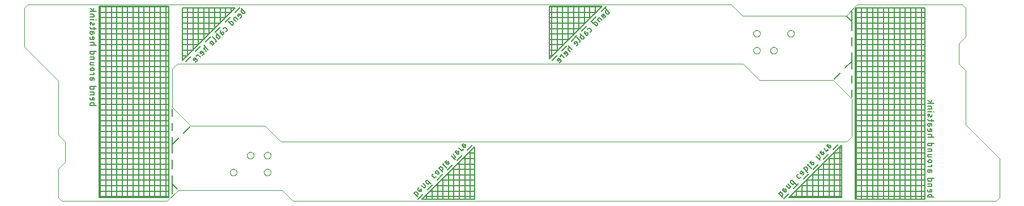
<source format=gbo>
G04 EAGLE Gerber X2 export*
%TF.Part,Single*%
%TF.FileFunction,Other,silk bottom*%
%TF.FilePolarity,Positive*%
%TF.GenerationSoftware,Autodesk,EAGLE,9.5.2*%
%TF.CreationDate,2020-04-08T10:12:48Z*%
G75*
%MOMM*%
%FSLAX34Y34*%
%LPD*%
%INsilk bottom*%
%AMOC8*
5,1,8,0,0,1.08239X$1,22.5*%
G01*
%ADD10C,0.000000*%
%ADD11C,0.152400*%


D10*
X0Y232410D02*
X50800Y181610D01*
X50800Y100330D01*
X60960Y90170D01*
X60960Y59690D01*
X50800Y49530D01*
X50800Y6350D01*
X55880Y1270D01*
X213360Y1270D01*
D11*
X788670Y212090D02*
X796324Y219744D01*
X803395Y226815D02*
X811049Y234469D01*
X818120Y241540D02*
X825774Y249194D01*
X832846Y256266D02*
X840500Y263920D01*
X847571Y270991D02*
X855225Y278645D01*
X862296Y285716D02*
X869950Y293370D01*
X863600Y293370D02*
X784860Y214630D01*
X784860Y293370D01*
X863600Y293370D01*
X789686Y219456D02*
X784860Y219456D01*
X784860Y227584D02*
X797814Y227584D01*
X805942Y235712D02*
X784860Y235712D01*
X784860Y243840D02*
X814070Y243840D01*
X822198Y251968D02*
X784860Y251968D01*
X784860Y260096D02*
X830326Y260096D01*
X838454Y268224D02*
X784860Y268224D01*
X784860Y276352D02*
X846582Y276352D01*
X854710Y284480D02*
X784860Y284480D01*
X784860Y292608D02*
X862838Y292608D01*
X788416Y293370D02*
X788416Y218186D01*
X796544Y226314D02*
X796544Y293370D01*
X804672Y293370D02*
X804672Y234442D01*
X812800Y242570D02*
X812800Y293370D01*
X820928Y293370D02*
X820928Y250698D01*
X829056Y258826D02*
X829056Y293370D01*
X837184Y293370D02*
X837184Y266954D01*
X845312Y275082D02*
X845312Y293370D01*
X853440Y293370D02*
X853440Y283210D01*
X861568Y291338D02*
X861568Y293370D01*
X868429Y289900D02*
X874536Y283794D01*
X872840Y282097D01*
X872785Y282046D01*
X872728Y281997D01*
X872668Y281951D01*
X872606Y281908D01*
X872542Y281869D01*
X872475Y281833D01*
X872407Y281800D01*
X872338Y281772D01*
X872267Y281746D01*
X872194Y281725D01*
X872121Y281707D01*
X872047Y281694D01*
X871972Y281684D01*
X871897Y281678D01*
X871822Y281676D01*
X871747Y281678D01*
X871672Y281684D01*
X871597Y281694D01*
X871523Y281707D01*
X871450Y281725D01*
X871377Y281746D01*
X871306Y281772D01*
X871237Y281800D01*
X871169Y281833D01*
X871103Y281869D01*
X871038Y281908D01*
X870976Y281951D01*
X870916Y281997D01*
X870859Y282046D01*
X870805Y282097D01*
X870804Y282097D02*
X868769Y284133D01*
X868768Y284133D02*
X868718Y284186D01*
X868671Y284242D01*
X868626Y284299D01*
X868584Y284359D01*
X868546Y284421D01*
X868511Y284485D01*
X868478Y284550D01*
X868450Y284617D01*
X868424Y284686D01*
X868403Y284755D01*
X868384Y284826D01*
X868370Y284897D01*
X868359Y284969D01*
X868351Y285042D01*
X868347Y285115D01*
X868347Y285187D01*
X868351Y285260D01*
X868359Y285333D01*
X868370Y285405D01*
X868384Y285476D01*
X868403Y285547D01*
X868424Y285616D01*
X868450Y285685D01*
X868478Y285752D01*
X868511Y285817D01*
X868546Y285881D01*
X868584Y285943D01*
X868626Y286003D01*
X868671Y286060D01*
X868718Y286116D01*
X868768Y286169D01*
X868769Y286168D02*
X870465Y287865D01*
X867963Y277220D02*
X866266Y275524D01*
X867963Y277220D02*
X868013Y277273D01*
X868060Y277329D01*
X868105Y277386D01*
X868147Y277446D01*
X868185Y277508D01*
X868220Y277572D01*
X868253Y277637D01*
X868281Y277704D01*
X868307Y277773D01*
X868328Y277842D01*
X868347Y277913D01*
X868361Y277984D01*
X868372Y278056D01*
X868380Y278129D01*
X868384Y278202D01*
X868384Y278274D01*
X868380Y278347D01*
X868372Y278420D01*
X868361Y278492D01*
X868347Y278563D01*
X868328Y278634D01*
X868307Y278703D01*
X868281Y278772D01*
X868253Y278839D01*
X868220Y278904D01*
X868185Y278968D01*
X868147Y279030D01*
X868105Y279090D01*
X868060Y279147D01*
X868013Y279203D01*
X867963Y279256D01*
X867963Y279255D02*
X866266Y280952D01*
X866203Y281012D01*
X866137Y281070D01*
X866069Y281124D01*
X865998Y281175D01*
X865925Y281223D01*
X865850Y281268D01*
X865772Y281309D01*
X865694Y281346D01*
X865613Y281380D01*
X865531Y281410D01*
X865448Y281437D01*
X865363Y281459D01*
X865278Y281478D01*
X865192Y281493D01*
X865105Y281504D01*
X865018Y281511D01*
X864931Y281514D01*
X864843Y281513D01*
X864756Y281508D01*
X864669Y281499D01*
X864583Y281486D01*
X864497Y281469D01*
X864412Y281449D01*
X864328Y281424D01*
X864246Y281396D01*
X864165Y281364D01*
X864085Y281328D01*
X864007Y281289D01*
X863931Y281246D01*
X863857Y281200D01*
X863785Y281150D01*
X863715Y281097D01*
X863648Y281041D01*
X863583Y280982D01*
X863522Y280921D01*
X863463Y280856D01*
X863407Y280789D01*
X863354Y280719D01*
X863304Y280647D01*
X863258Y280573D01*
X863215Y280497D01*
X863176Y280419D01*
X863140Y280339D01*
X863108Y280258D01*
X863080Y280176D01*
X863055Y280092D01*
X863035Y280007D01*
X863018Y279921D01*
X863005Y279835D01*
X862996Y279748D01*
X862991Y279661D01*
X862990Y279573D01*
X862993Y279486D01*
X863000Y279399D01*
X863011Y279312D01*
X863026Y279226D01*
X863045Y279141D01*
X863067Y279056D01*
X863094Y278973D01*
X863124Y278891D01*
X863158Y278811D01*
X863195Y278732D01*
X863236Y278654D01*
X863281Y278579D01*
X863329Y278506D01*
X863380Y278435D01*
X863434Y278367D01*
X863492Y278301D01*
X863552Y278238D01*
X864231Y277559D01*
X866945Y280273D01*
X863161Y272419D02*
X859090Y276490D01*
X857394Y274793D01*
X857343Y274738D01*
X857294Y274681D01*
X857248Y274621D01*
X857205Y274559D01*
X857166Y274495D01*
X857130Y274428D01*
X857097Y274360D01*
X857069Y274291D01*
X857043Y274220D01*
X857022Y274147D01*
X857004Y274074D01*
X856991Y274000D01*
X856981Y273925D01*
X856975Y273850D01*
X856973Y273775D01*
X856975Y273700D01*
X856981Y273625D01*
X856991Y273550D01*
X857004Y273476D01*
X857022Y273403D01*
X857043Y273330D01*
X857069Y273259D01*
X857097Y273190D01*
X857130Y273122D01*
X857166Y273056D01*
X857205Y272991D01*
X857248Y272929D01*
X857294Y272869D01*
X857343Y272812D01*
X857394Y272758D01*
X860447Y269704D01*
X854676Y263933D02*
X848569Y270040D01*
X854676Y263933D02*
X856372Y265629D01*
X856422Y265682D01*
X856469Y265738D01*
X856514Y265795D01*
X856556Y265855D01*
X856594Y265917D01*
X856629Y265981D01*
X856662Y266046D01*
X856690Y266113D01*
X856716Y266182D01*
X856737Y266251D01*
X856756Y266322D01*
X856770Y266393D01*
X856781Y266465D01*
X856789Y266538D01*
X856793Y266611D01*
X856793Y266683D01*
X856789Y266756D01*
X856781Y266829D01*
X856770Y266901D01*
X856756Y266972D01*
X856737Y267043D01*
X856716Y267112D01*
X856690Y267181D01*
X856662Y267248D01*
X856629Y267313D01*
X856594Y267377D01*
X856556Y267439D01*
X856514Y267499D01*
X856469Y267556D01*
X856422Y267612D01*
X856372Y267665D01*
X854337Y269700D01*
X854337Y269701D02*
X854282Y269752D01*
X854225Y269801D01*
X854165Y269847D01*
X854103Y269890D01*
X854039Y269929D01*
X853972Y269965D01*
X853904Y269998D01*
X853835Y270026D01*
X853764Y270052D01*
X853691Y270073D01*
X853618Y270091D01*
X853544Y270104D01*
X853469Y270114D01*
X853394Y270120D01*
X853319Y270122D01*
X853244Y270120D01*
X853169Y270114D01*
X853094Y270104D01*
X853020Y270091D01*
X852947Y270073D01*
X852874Y270052D01*
X852803Y270026D01*
X852734Y269998D01*
X852666Y269965D01*
X852600Y269929D01*
X852535Y269890D01*
X852473Y269847D01*
X852413Y269801D01*
X852356Y269752D01*
X852301Y269701D01*
X852301Y269700D02*
X850605Y268004D01*
X847046Y256303D02*
X845689Y254946D01*
X847046Y256303D02*
X847096Y256356D01*
X847143Y256412D01*
X847188Y256469D01*
X847230Y256529D01*
X847268Y256591D01*
X847303Y256655D01*
X847336Y256720D01*
X847364Y256787D01*
X847390Y256856D01*
X847411Y256925D01*
X847430Y256996D01*
X847444Y257067D01*
X847455Y257139D01*
X847463Y257212D01*
X847467Y257285D01*
X847467Y257357D01*
X847463Y257430D01*
X847455Y257503D01*
X847444Y257575D01*
X847430Y257646D01*
X847411Y257717D01*
X847390Y257786D01*
X847364Y257855D01*
X847336Y257922D01*
X847303Y257987D01*
X847268Y258051D01*
X847230Y258113D01*
X847188Y258173D01*
X847143Y258230D01*
X847096Y258286D01*
X847046Y258339D01*
X845010Y260374D01*
X845011Y260374D02*
X844956Y260425D01*
X844899Y260474D01*
X844839Y260520D01*
X844777Y260563D01*
X844713Y260602D01*
X844646Y260638D01*
X844578Y260671D01*
X844509Y260699D01*
X844438Y260725D01*
X844365Y260746D01*
X844292Y260764D01*
X844218Y260777D01*
X844143Y260787D01*
X844068Y260793D01*
X843993Y260795D01*
X843918Y260793D01*
X843843Y260787D01*
X843768Y260777D01*
X843694Y260764D01*
X843621Y260746D01*
X843548Y260725D01*
X843477Y260699D01*
X843408Y260671D01*
X843340Y260638D01*
X843274Y260602D01*
X843209Y260563D01*
X843147Y260520D01*
X843087Y260474D01*
X843030Y260425D01*
X842975Y260374D01*
X841618Y259017D01*
X839603Y253610D02*
X838077Y252083D01*
X839604Y253610D02*
X839662Y253666D01*
X839724Y253719D01*
X839788Y253769D01*
X839854Y253816D01*
X839922Y253860D01*
X839993Y253900D01*
X840065Y253937D01*
X840139Y253970D01*
X840215Y254000D01*
X840291Y254026D01*
X840370Y254048D01*
X840449Y254067D01*
X840528Y254081D01*
X840609Y254092D01*
X840690Y254099D01*
X840771Y254102D01*
X840852Y254101D01*
X840933Y254096D01*
X841013Y254087D01*
X841094Y254074D01*
X841173Y254058D01*
X841252Y254038D01*
X841329Y254013D01*
X841405Y253986D01*
X841480Y253954D01*
X841553Y253919D01*
X841625Y253880D01*
X841694Y253838D01*
X841761Y253793D01*
X841826Y253745D01*
X841889Y253693D01*
X841949Y253639D01*
X842007Y253581D01*
X842061Y253521D01*
X842113Y253458D01*
X842161Y253393D01*
X842206Y253326D01*
X842248Y253257D01*
X842287Y253185D01*
X842322Y253112D01*
X842354Y253037D01*
X842381Y252961D01*
X842406Y252884D01*
X842426Y252805D01*
X842442Y252726D01*
X842455Y252645D01*
X842464Y252565D01*
X842469Y252484D01*
X842470Y252403D01*
X842467Y252322D01*
X842460Y252241D01*
X842449Y252160D01*
X842435Y252081D01*
X842416Y252002D01*
X842394Y251923D01*
X842368Y251847D01*
X842338Y251771D01*
X842305Y251697D01*
X842268Y251625D01*
X842228Y251554D01*
X842184Y251486D01*
X842137Y251420D01*
X842087Y251356D01*
X842034Y251294D01*
X841978Y251236D01*
X841978Y251235D02*
X840451Y249708D01*
X837398Y252762D01*
X837348Y252815D01*
X837301Y252871D01*
X837256Y252928D01*
X837214Y252988D01*
X837176Y253050D01*
X837141Y253114D01*
X837108Y253179D01*
X837080Y253246D01*
X837054Y253315D01*
X837033Y253384D01*
X837014Y253455D01*
X837000Y253526D01*
X836989Y253598D01*
X836981Y253671D01*
X836977Y253744D01*
X836977Y253816D01*
X836981Y253889D01*
X836989Y253962D01*
X837000Y254034D01*
X837014Y254105D01*
X837033Y254176D01*
X837054Y254245D01*
X837080Y254314D01*
X837108Y254381D01*
X837141Y254446D01*
X837176Y254510D01*
X837214Y254572D01*
X837256Y254632D01*
X837301Y254689D01*
X837348Y254745D01*
X837399Y254798D01*
X837398Y254797D02*
X838755Y256154D01*
X830928Y252399D02*
X837035Y246292D01*
X835339Y244596D01*
X835284Y244545D01*
X835227Y244496D01*
X835167Y244450D01*
X835105Y244407D01*
X835041Y244368D01*
X834974Y244332D01*
X834906Y244299D01*
X834837Y244271D01*
X834766Y244245D01*
X834693Y244224D01*
X834620Y244206D01*
X834546Y244193D01*
X834471Y244183D01*
X834396Y244177D01*
X834321Y244175D01*
X834246Y244177D01*
X834171Y244183D01*
X834096Y244193D01*
X834022Y244206D01*
X833949Y244224D01*
X833876Y244245D01*
X833805Y244271D01*
X833736Y244299D01*
X833668Y244332D01*
X833602Y244368D01*
X833537Y244407D01*
X833475Y244450D01*
X833415Y244496D01*
X833358Y244545D01*
X833304Y244596D01*
X833303Y244596D02*
X831268Y246631D01*
X831267Y246631D02*
X831217Y246684D01*
X831170Y246740D01*
X831125Y246797D01*
X831083Y246857D01*
X831045Y246919D01*
X831010Y246983D01*
X830977Y247048D01*
X830949Y247115D01*
X830923Y247184D01*
X830902Y247253D01*
X830883Y247324D01*
X830869Y247395D01*
X830858Y247467D01*
X830850Y247540D01*
X830846Y247613D01*
X830846Y247685D01*
X830850Y247758D01*
X830858Y247831D01*
X830869Y247903D01*
X830883Y247974D01*
X830902Y248045D01*
X830923Y248114D01*
X830949Y248183D01*
X830977Y248250D01*
X831010Y248315D01*
X831045Y248379D01*
X831083Y248441D01*
X831125Y248501D01*
X831170Y248558D01*
X831217Y248614D01*
X831267Y248667D01*
X831268Y248667D02*
X832964Y250363D01*
X825345Y246815D02*
X830434Y241727D01*
X830485Y241672D01*
X830534Y241615D01*
X830580Y241555D01*
X830623Y241493D01*
X830662Y241429D01*
X830698Y241362D01*
X830731Y241294D01*
X830759Y241225D01*
X830785Y241154D01*
X830806Y241081D01*
X830824Y241008D01*
X830837Y240934D01*
X830847Y240859D01*
X830853Y240784D01*
X830855Y240709D01*
X830853Y240634D01*
X830847Y240559D01*
X830837Y240484D01*
X830824Y240410D01*
X830806Y240337D01*
X830785Y240264D01*
X830759Y240193D01*
X830731Y240124D01*
X830698Y240056D01*
X830662Y239990D01*
X830623Y239925D01*
X830580Y239863D01*
X830534Y239803D01*
X830485Y239746D01*
X830434Y239691D01*
X827013Y236270D02*
X825317Y234574D01*
X827013Y236270D02*
X827063Y236323D01*
X827110Y236379D01*
X827155Y236436D01*
X827197Y236496D01*
X827235Y236558D01*
X827270Y236622D01*
X827303Y236687D01*
X827331Y236754D01*
X827357Y236823D01*
X827378Y236892D01*
X827397Y236963D01*
X827411Y237034D01*
X827422Y237106D01*
X827430Y237179D01*
X827434Y237252D01*
X827434Y237324D01*
X827430Y237397D01*
X827422Y237470D01*
X827411Y237542D01*
X827397Y237613D01*
X827378Y237684D01*
X827357Y237753D01*
X827331Y237822D01*
X827303Y237889D01*
X827270Y237954D01*
X827235Y238018D01*
X827197Y238080D01*
X827155Y238140D01*
X827110Y238197D01*
X827063Y238253D01*
X827013Y238306D01*
X825317Y240002D01*
X825254Y240062D01*
X825188Y240120D01*
X825120Y240174D01*
X825049Y240225D01*
X824976Y240273D01*
X824901Y240318D01*
X824823Y240359D01*
X824745Y240396D01*
X824664Y240430D01*
X824582Y240460D01*
X824499Y240487D01*
X824414Y240509D01*
X824329Y240528D01*
X824243Y240543D01*
X824156Y240554D01*
X824069Y240561D01*
X823982Y240564D01*
X823894Y240563D01*
X823807Y240558D01*
X823720Y240549D01*
X823634Y240536D01*
X823548Y240519D01*
X823463Y240499D01*
X823379Y240474D01*
X823297Y240446D01*
X823216Y240414D01*
X823136Y240378D01*
X823058Y240339D01*
X822982Y240296D01*
X822908Y240250D01*
X822836Y240200D01*
X822766Y240147D01*
X822699Y240091D01*
X822634Y240032D01*
X822573Y239971D01*
X822514Y239906D01*
X822458Y239839D01*
X822405Y239769D01*
X822355Y239697D01*
X822309Y239623D01*
X822266Y239547D01*
X822227Y239469D01*
X822191Y239389D01*
X822159Y239308D01*
X822131Y239226D01*
X822106Y239142D01*
X822086Y239057D01*
X822069Y238971D01*
X822056Y238885D01*
X822047Y238798D01*
X822042Y238711D01*
X822041Y238623D01*
X822044Y238536D01*
X822051Y238449D01*
X822062Y238362D01*
X822077Y238276D01*
X822096Y238191D01*
X822118Y238106D01*
X822145Y238023D01*
X822175Y237941D01*
X822209Y237861D01*
X822246Y237782D01*
X822287Y237704D01*
X822332Y237629D01*
X822380Y237556D01*
X822431Y237485D01*
X822485Y237417D01*
X822543Y237351D01*
X822603Y237288D01*
X823281Y236609D01*
X825995Y239323D01*
X818763Y228020D02*
X812657Y234127D01*
X814692Y232091D02*
X812996Y230395D01*
X812945Y230340D01*
X812896Y230283D01*
X812850Y230223D01*
X812807Y230161D01*
X812768Y230097D01*
X812732Y230030D01*
X812699Y229962D01*
X812671Y229893D01*
X812645Y229822D01*
X812624Y229749D01*
X812606Y229676D01*
X812593Y229602D01*
X812583Y229527D01*
X812577Y229452D01*
X812575Y229377D01*
X812577Y229302D01*
X812583Y229227D01*
X812593Y229152D01*
X812606Y229078D01*
X812624Y229005D01*
X812645Y228932D01*
X812671Y228861D01*
X812699Y228792D01*
X812732Y228724D01*
X812768Y228658D01*
X812807Y228593D01*
X812850Y228531D01*
X812896Y228471D01*
X812945Y228414D01*
X812996Y228360D01*
X812996Y228359D02*
X816049Y225306D01*
X811926Y221183D02*
X810230Y219487D01*
X811927Y221183D02*
X811977Y221236D01*
X812024Y221292D01*
X812069Y221349D01*
X812111Y221409D01*
X812149Y221471D01*
X812184Y221535D01*
X812217Y221600D01*
X812245Y221667D01*
X812271Y221736D01*
X812292Y221805D01*
X812311Y221876D01*
X812325Y221947D01*
X812336Y222019D01*
X812344Y222092D01*
X812348Y222165D01*
X812348Y222237D01*
X812344Y222310D01*
X812336Y222383D01*
X812325Y222455D01*
X812311Y222526D01*
X812292Y222597D01*
X812271Y222666D01*
X812245Y222735D01*
X812217Y222802D01*
X812184Y222867D01*
X812149Y222931D01*
X812111Y222993D01*
X812069Y223053D01*
X812024Y223110D01*
X811977Y223166D01*
X811927Y223219D01*
X811926Y223219D02*
X810230Y224915D01*
X810167Y224975D01*
X810101Y225033D01*
X810033Y225087D01*
X809962Y225138D01*
X809889Y225186D01*
X809814Y225231D01*
X809736Y225272D01*
X809658Y225309D01*
X809577Y225343D01*
X809495Y225373D01*
X809412Y225400D01*
X809327Y225422D01*
X809242Y225441D01*
X809156Y225456D01*
X809069Y225467D01*
X808982Y225474D01*
X808895Y225477D01*
X808807Y225476D01*
X808720Y225471D01*
X808633Y225462D01*
X808547Y225449D01*
X808461Y225432D01*
X808376Y225412D01*
X808292Y225387D01*
X808210Y225359D01*
X808129Y225327D01*
X808049Y225291D01*
X807971Y225252D01*
X807895Y225209D01*
X807821Y225163D01*
X807749Y225113D01*
X807679Y225060D01*
X807612Y225004D01*
X807547Y224945D01*
X807486Y224884D01*
X807427Y224819D01*
X807371Y224752D01*
X807318Y224682D01*
X807268Y224610D01*
X807222Y224536D01*
X807179Y224460D01*
X807140Y224382D01*
X807104Y224302D01*
X807072Y224221D01*
X807044Y224139D01*
X807019Y224055D01*
X806999Y223970D01*
X806982Y223884D01*
X806969Y223798D01*
X806960Y223711D01*
X806955Y223624D01*
X806954Y223536D01*
X806957Y223449D01*
X806964Y223362D01*
X806975Y223275D01*
X806990Y223189D01*
X807009Y223104D01*
X807031Y223019D01*
X807058Y222936D01*
X807088Y222854D01*
X807122Y222774D01*
X807159Y222695D01*
X807200Y222617D01*
X807245Y222542D01*
X807293Y222469D01*
X807344Y222398D01*
X807398Y222330D01*
X807456Y222264D01*
X807516Y222201D01*
X808195Y221522D01*
X810909Y224236D01*
X807071Y216328D02*
X803000Y220399D01*
X800964Y218363D01*
X801643Y217685D01*
X801797Y211053D02*
X800101Y209357D01*
X801797Y211053D02*
X801847Y211106D01*
X801894Y211162D01*
X801939Y211219D01*
X801981Y211279D01*
X802019Y211341D01*
X802054Y211405D01*
X802087Y211470D01*
X802115Y211537D01*
X802141Y211606D01*
X802162Y211675D01*
X802181Y211746D01*
X802195Y211817D01*
X802206Y211889D01*
X802214Y211962D01*
X802218Y212035D01*
X802218Y212107D01*
X802214Y212180D01*
X802206Y212253D01*
X802195Y212325D01*
X802181Y212396D01*
X802162Y212467D01*
X802141Y212536D01*
X802115Y212605D01*
X802087Y212672D01*
X802054Y212737D01*
X802019Y212801D01*
X801981Y212863D01*
X801939Y212923D01*
X801894Y212980D01*
X801847Y213036D01*
X801797Y213089D01*
X800101Y214785D01*
X800038Y214845D01*
X799972Y214903D01*
X799904Y214957D01*
X799833Y215008D01*
X799760Y215056D01*
X799685Y215101D01*
X799607Y215142D01*
X799529Y215179D01*
X799448Y215213D01*
X799366Y215243D01*
X799283Y215270D01*
X799198Y215292D01*
X799113Y215311D01*
X799027Y215326D01*
X798940Y215337D01*
X798853Y215344D01*
X798766Y215347D01*
X798678Y215346D01*
X798591Y215341D01*
X798504Y215332D01*
X798418Y215319D01*
X798332Y215302D01*
X798247Y215282D01*
X798163Y215257D01*
X798081Y215229D01*
X798000Y215197D01*
X797920Y215161D01*
X797842Y215122D01*
X797766Y215079D01*
X797692Y215033D01*
X797620Y214983D01*
X797550Y214930D01*
X797483Y214874D01*
X797418Y214815D01*
X797357Y214754D01*
X797298Y214689D01*
X797242Y214622D01*
X797189Y214552D01*
X797139Y214480D01*
X797093Y214406D01*
X797050Y214330D01*
X797011Y214252D01*
X796975Y214172D01*
X796943Y214091D01*
X796915Y214009D01*
X796890Y213925D01*
X796870Y213840D01*
X796853Y213754D01*
X796840Y213668D01*
X796831Y213581D01*
X796826Y213494D01*
X796825Y213406D01*
X796828Y213319D01*
X796835Y213232D01*
X796846Y213145D01*
X796861Y213059D01*
X796880Y212974D01*
X796902Y212889D01*
X796929Y212806D01*
X796959Y212724D01*
X796993Y212644D01*
X797030Y212565D01*
X797071Y212487D01*
X797116Y212412D01*
X797164Y212339D01*
X797215Y212268D01*
X797269Y212200D01*
X797327Y212134D01*
X797387Y212071D01*
X798065Y211393D01*
X800779Y214107D01*
X107188Y145020D02*
X98552Y145020D01*
X98552Y147419D01*
X98554Y147494D01*
X98560Y147569D01*
X98570Y147644D01*
X98583Y147718D01*
X98601Y147791D01*
X98622Y147864D01*
X98648Y147935D01*
X98676Y148004D01*
X98709Y148072D01*
X98745Y148138D01*
X98784Y148203D01*
X98827Y148265D01*
X98873Y148325D01*
X98922Y148382D01*
X98973Y148437D01*
X99028Y148488D01*
X99085Y148537D01*
X99145Y148583D01*
X99207Y148626D01*
X99271Y148665D01*
X99338Y148701D01*
X99406Y148734D01*
X99475Y148762D01*
X99546Y148788D01*
X99619Y148809D01*
X99692Y148827D01*
X99766Y148840D01*
X99841Y148850D01*
X99916Y148856D01*
X99991Y148858D01*
X102870Y148858D01*
X102945Y148856D01*
X103020Y148850D01*
X103095Y148840D01*
X103169Y148827D01*
X103242Y148809D01*
X103315Y148788D01*
X103386Y148762D01*
X103455Y148734D01*
X103523Y148701D01*
X103590Y148665D01*
X103654Y148626D01*
X103716Y148583D01*
X103776Y148537D01*
X103833Y148488D01*
X103888Y148437D01*
X103939Y148382D01*
X103988Y148325D01*
X104034Y148265D01*
X104077Y148203D01*
X104116Y148139D01*
X104152Y148072D01*
X104185Y148004D01*
X104213Y147935D01*
X104239Y147864D01*
X104260Y147791D01*
X104278Y147718D01*
X104291Y147644D01*
X104301Y147569D01*
X104307Y147494D01*
X104309Y147419D01*
X104309Y145020D01*
X98552Y154317D02*
X98552Y156715D01*
X98552Y154317D02*
X98554Y154242D01*
X98560Y154167D01*
X98570Y154092D01*
X98583Y154018D01*
X98601Y153945D01*
X98622Y153872D01*
X98648Y153801D01*
X98676Y153732D01*
X98709Y153664D01*
X98745Y153598D01*
X98784Y153533D01*
X98827Y153471D01*
X98873Y153411D01*
X98922Y153354D01*
X98973Y153299D01*
X99028Y153248D01*
X99085Y153199D01*
X99145Y153153D01*
X99207Y153110D01*
X99272Y153071D01*
X99338Y153035D01*
X99406Y153002D01*
X99475Y152974D01*
X99546Y152948D01*
X99619Y152927D01*
X99692Y152909D01*
X99766Y152896D01*
X99841Y152886D01*
X99916Y152880D01*
X99991Y152878D01*
X99991Y152877D02*
X102390Y152877D01*
X102476Y152879D01*
X102562Y152885D01*
X102648Y152894D01*
X102733Y152908D01*
X102817Y152925D01*
X102901Y152946D01*
X102983Y152971D01*
X103064Y152999D01*
X103144Y153031D01*
X103223Y153067D01*
X103299Y153106D01*
X103374Y153149D01*
X103447Y153194D01*
X103518Y153243D01*
X103586Y153296D01*
X103653Y153351D01*
X103716Y153409D01*
X103777Y153470D01*
X103835Y153533D01*
X103890Y153600D01*
X103943Y153668D01*
X103992Y153739D01*
X104037Y153812D01*
X104080Y153887D01*
X104119Y153963D01*
X104155Y154042D01*
X104187Y154122D01*
X104215Y154203D01*
X104240Y154285D01*
X104261Y154369D01*
X104278Y154453D01*
X104292Y154538D01*
X104301Y154624D01*
X104307Y154710D01*
X104309Y154796D01*
X104307Y154882D01*
X104301Y154968D01*
X104292Y155054D01*
X104278Y155139D01*
X104261Y155223D01*
X104240Y155307D01*
X104215Y155389D01*
X104187Y155470D01*
X104155Y155550D01*
X104119Y155629D01*
X104080Y155705D01*
X104037Y155780D01*
X103992Y155853D01*
X103943Y155924D01*
X103890Y155992D01*
X103835Y156059D01*
X103777Y156122D01*
X103716Y156183D01*
X103653Y156241D01*
X103586Y156296D01*
X103518Y156349D01*
X103447Y156398D01*
X103374Y156443D01*
X103299Y156486D01*
X103223Y156525D01*
X103144Y156561D01*
X103064Y156593D01*
X102983Y156621D01*
X102901Y156646D01*
X102817Y156667D01*
X102733Y156684D01*
X102648Y156698D01*
X102562Y156707D01*
X102476Y156713D01*
X102390Y156715D01*
X101431Y156715D01*
X101431Y152877D01*
X104309Y161107D02*
X98552Y161107D01*
X104309Y161107D02*
X104309Y163506D01*
X104307Y163581D01*
X104301Y163656D01*
X104291Y163731D01*
X104278Y163805D01*
X104260Y163878D01*
X104239Y163951D01*
X104213Y164022D01*
X104185Y164091D01*
X104152Y164159D01*
X104116Y164226D01*
X104077Y164290D01*
X104034Y164352D01*
X103988Y164412D01*
X103939Y164469D01*
X103888Y164524D01*
X103833Y164575D01*
X103776Y164624D01*
X103716Y164670D01*
X103654Y164713D01*
X103590Y164752D01*
X103523Y164788D01*
X103455Y164821D01*
X103386Y164849D01*
X103315Y164875D01*
X103242Y164896D01*
X103169Y164914D01*
X103095Y164927D01*
X103020Y164937D01*
X102945Y164943D01*
X102870Y164945D01*
X98552Y164945D01*
X98552Y173107D02*
X107188Y173107D01*
X98552Y173107D02*
X98552Y170708D01*
X98554Y170633D01*
X98560Y170558D01*
X98570Y170483D01*
X98583Y170409D01*
X98601Y170336D01*
X98622Y170263D01*
X98648Y170192D01*
X98676Y170123D01*
X98709Y170055D01*
X98745Y169989D01*
X98784Y169924D01*
X98827Y169862D01*
X98873Y169802D01*
X98922Y169745D01*
X98973Y169690D01*
X99028Y169639D01*
X99085Y169590D01*
X99145Y169544D01*
X99207Y169501D01*
X99272Y169462D01*
X99338Y169426D01*
X99406Y169393D01*
X99475Y169365D01*
X99546Y169339D01*
X99619Y169318D01*
X99692Y169300D01*
X99766Y169287D01*
X99841Y169277D01*
X99916Y169271D01*
X99991Y169269D01*
X102870Y169269D01*
X102945Y169271D01*
X103020Y169277D01*
X103095Y169287D01*
X103169Y169300D01*
X103242Y169318D01*
X103315Y169339D01*
X103386Y169365D01*
X103455Y169393D01*
X103523Y169426D01*
X103590Y169462D01*
X103654Y169501D01*
X103716Y169544D01*
X103776Y169590D01*
X103833Y169639D01*
X103888Y169690D01*
X103939Y169745D01*
X103988Y169802D01*
X104034Y169862D01*
X104077Y169924D01*
X104116Y169989D01*
X104152Y170055D01*
X104185Y170123D01*
X104213Y170192D01*
X104239Y170263D01*
X104260Y170336D01*
X104278Y170409D01*
X104291Y170483D01*
X104301Y170558D01*
X104307Y170633D01*
X104309Y170708D01*
X104309Y173107D01*
X101910Y184054D02*
X101910Y186213D01*
X101910Y184054D02*
X101908Y183973D01*
X101902Y183892D01*
X101892Y183811D01*
X101879Y183731D01*
X101861Y183652D01*
X101840Y183574D01*
X101815Y183497D01*
X101786Y183421D01*
X101754Y183346D01*
X101718Y183274D01*
X101678Y183203D01*
X101635Y183134D01*
X101589Y183067D01*
X101540Y183003D01*
X101488Y182941D01*
X101432Y182881D01*
X101374Y182825D01*
X101314Y182771D01*
X101250Y182720D01*
X101185Y182672D01*
X101117Y182628D01*
X101047Y182587D01*
X100975Y182549D01*
X100902Y182515D01*
X100826Y182484D01*
X100750Y182457D01*
X100672Y182434D01*
X100593Y182415D01*
X100514Y182399D01*
X100433Y182387D01*
X100353Y182379D01*
X100272Y182375D01*
X100190Y182375D01*
X100109Y182379D01*
X100029Y182387D01*
X99948Y182399D01*
X99869Y182415D01*
X99790Y182434D01*
X99712Y182457D01*
X99636Y182484D01*
X99560Y182515D01*
X99487Y182549D01*
X99415Y182587D01*
X99345Y182628D01*
X99277Y182672D01*
X99212Y182720D01*
X99148Y182771D01*
X99088Y182825D01*
X99030Y182881D01*
X98974Y182941D01*
X98922Y183003D01*
X98873Y183067D01*
X98827Y183134D01*
X98784Y183203D01*
X98744Y183274D01*
X98708Y183346D01*
X98676Y183421D01*
X98647Y183497D01*
X98622Y183574D01*
X98601Y183652D01*
X98583Y183731D01*
X98570Y183811D01*
X98560Y183892D01*
X98554Y183973D01*
X98552Y184054D01*
X98552Y186213D01*
X102870Y186213D01*
X102945Y186211D01*
X103020Y186205D01*
X103095Y186195D01*
X103169Y186182D01*
X103242Y186164D01*
X103315Y186143D01*
X103386Y186117D01*
X103455Y186089D01*
X103523Y186056D01*
X103590Y186020D01*
X103654Y185981D01*
X103716Y185938D01*
X103776Y185892D01*
X103833Y185843D01*
X103888Y185792D01*
X103939Y185737D01*
X103988Y185680D01*
X104034Y185620D01*
X104077Y185558D01*
X104116Y185494D01*
X104152Y185427D01*
X104185Y185359D01*
X104213Y185290D01*
X104239Y185219D01*
X104260Y185146D01*
X104278Y185073D01*
X104291Y184999D01*
X104301Y184924D01*
X104307Y184849D01*
X104309Y184774D01*
X104309Y182855D01*
X104309Y191053D02*
X98552Y191053D01*
X104309Y191053D02*
X104309Y193932D01*
X103350Y193932D01*
X102390Y197073D02*
X100471Y197073D01*
X102390Y197073D02*
X102476Y197075D01*
X102562Y197081D01*
X102648Y197090D01*
X102733Y197104D01*
X102817Y197121D01*
X102901Y197142D01*
X102983Y197167D01*
X103064Y197195D01*
X103144Y197227D01*
X103223Y197263D01*
X103299Y197302D01*
X103374Y197345D01*
X103447Y197390D01*
X103518Y197439D01*
X103586Y197492D01*
X103653Y197547D01*
X103716Y197605D01*
X103777Y197666D01*
X103835Y197729D01*
X103890Y197796D01*
X103943Y197864D01*
X103992Y197935D01*
X104037Y198008D01*
X104080Y198083D01*
X104119Y198159D01*
X104155Y198238D01*
X104187Y198318D01*
X104215Y198399D01*
X104240Y198481D01*
X104261Y198565D01*
X104278Y198649D01*
X104292Y198734D01*
X104301Y198820D01*
X104307Y198906D01*
X104309Y198992D01*
X104307Y199078D01*
X104301Y199164D01*
X104292Y199250D01*
X104278Y199335D01*
X104261Y199419D01*
X104240Y199503D01*
X104215Y199585D01*
X104187Y199666D01*
X104155Y199746D01*
X104119Y199825D01*
X104080Y199901D01*
X104037Y199976D01*
X103992Y200049D01*
X103943Y200120D01*
X103890Y200188D01*
X103835Y200255D01*
X103777Y200318D01*
X103716Y200379D01*
X103653Y200437D01*
X103586Y200492D01*
X103518Y200545D01*
X103447Y200594D01*
X103374Y200639D01*
X103299Y200682D01*
X103223Y200721D01*
X103144Y200757D01*
X103064Y200789D01*
X102983Y200817D01*
X102901Y200842D01*
X102817Y200863D01*
X102733Y200880D01*
X102648Y200894D01*
X102562Y200903D01*
X102476Y200909D01*
X102390Y200911D01*
X100471Y200911D01*
X100385Y200909D01*
X100299Y200903D01*
X100213Y200894D01*
X100128Y200880D01*
X100044Y200863D01*
X99960Y200842D01*
X99878Y200817D01*
X99797Y200789D01*
X99717Y200757D01*
X99638Y200721D01*
X99562Y200682D01*
X99487Y200639D01*
X99414Y200594D01*
X99343Y200545D01*
X99275Y200492D01*
X99208Y200437D01*
X99145Y200379D01*
X99084Y200318D01*
X99026Y200255D01*
X98971Y200188D01*
X98918Y200120D01*
X98869Y200049D01*
X98824Y199976D01*
X98781Y199901D01*
X98742Y199825D01*
X98706Y199746D01*
X98674Y199666D01*
X98646Y199585D01*
X98621Y199503D01*
X98600Y199419D01*
X98583Y199335D01*
X98569Y199250D01*
X98560Y199164D01*
X98554Y199078D01*
X98552Y198992D01*
X98554Y198906D01*
X98560Y198820D01*
X98569Y198734D01*
X98583Y198649D01*
X98600Y198565D01*
X98621Y198481D01*
X98646Y198399D01*
X98674Y198318D01*
X98706Y198238D01*
X98742Y198159D01*
X98781Y198083D01*
X98824Y198008D01*
X98869Y197935D01*
X98918Y197864D01*
X98971Y197796D01*
X99026Y197729D01*
X99084Y197666D01*
X99145Y197605D01*
X99208Y197547D01*
X99275Y197492D01*
X99343Y197439D01*
X99414Y197390D01*
X99487Y197345D01*
X99562Y197302D01*
X99638Y197263D01*
X99717Y197227D01*
X99797Y197195D01*
X99878Y197167D01*
X99960Y197142D01*
X100044Y197121D01*
X100128Y197104D01*
X100213Y197090D01*
X100299Y197081D01*
X100385Y197075D01*
X100471Y197073D01*
X99991Y205303D02*
X104309Y205303D01*
X99991Y205303D02*
X99916Y205305D01*
X99841Y205311D01*
X99766Y205321D01*
X99692Y205334D01*
X99619Y205352D01*
X99546Y205373D01*
X99475Y205399D01*
X99406Y205427D01*
X99338Y205460D01*
X99272Y205496D01*
X99207Y205535D01*
X99145Y205578D01*
X99085Y205624D01*
X99028Y205673D01*
X98973Y205724D01*
X98922Y205779D01*
X98873Y205836D01*
X98827Y205896D01*
X98784Y205958D01*
X98745Y206023D01*
X98709Y206089D01*
X98676Y206157D01*
X98648Y206226D01*
X98622Y206297D01*
X98601Y206370D01*
X98583Y206443D01*
X98570Y206517D01*
X98560Y206592D01*
X98554Y206667D01*
X98552Y206742D01*
X98552Y209141D01*
X104309Y209141D01*
X104309Y213837D02*
X98552Y213837D01*
X104309Y213837D02*
X104309Y216236D01*
X104307Y216311D01*
X104301Y216386D01*
X104291Y216461D01*
X104278Y216535D01*
X104260Y216608D01*
X104239Y216681D01*
X104213Y216752D01*
X104185Y216821D01*
X104152Y216889D01*
X104116Y216956D01*
X104077Y217020D01*
X104034Y217082D01*
X103988Y217142D01*
X103939Y217199D01*
X103888Y217254D01*
X103833Y217305D01*
X103776Y217354D01*
X103716Y217400D01*
X103654Y217443D01*
X103590Y217482D01*
X103523Y217518D01*
X103455Y217551D01*
X103386Y217579D01*
X103315Y217605D01*
X103242Y217626D01*
X103169Y217644D01*
X103095Y217657D01*
X103020Y217667D01*
X102945Y217673D01*
X102870Y217675D01*
X98552Y217675D01*
X98552Y225837D02*
X107188Y225837D01*
X98552Y225837D02*
X98552Y223438D01*
X98554Y223363D01*
X98560Y223288D01*
X98570Y223213D01*
X98583Y223139D01*
X98601Y223066D01*
X98622Y222993D01*
X98648Y222922D01*
X98676Y222853D01*
X98709Y222785D01*
X98745Y222719D01*
X98784Y222654D01*
X98827Y222592D01*
X98873Y222532D01*
X98922Y222475D01*
X98973Y222420D01*
X99028Y222369D01*
X99085Y222320D01*
X99145Y222274D01*
X99207Y222231D01*
X99272Y222192D01*
X99338Y222156D01*
X99406Y222123D01*
X99475Y222095D01*
X99546Y222069D01*
X99619Y222048D01*
X99692Y222030D01*
X99766Y222017D01*
X99841Y222007D01*
X99916Y222001D01*
X99991Y221999D01*
X102870Y221999D01*
X102945Y222001D01*
X103020Y222007D01*
X103095Y222017D01*
X103169Y222030D01*
X103242Y222048D01*
X103315Y222069D01*
X103386Y222095D01*
X103455Y222123D01*
X103523Y222156D01*
X103590Y222192D01*
X103654Y222231D01*
X103716Y222274D01*
X103776Y222320D01*
X103833Y222369D01*
X103888Y222420D01*
X103939Y222475D01*
X103988Y222532D01*
X104034Y222592D01*
X104077Y222654D01*
X104116Y222719D01*
X104152Y222785D01*
X104185Y222853D01*
X104213Y222922D01*
X104239Y222993D01*
X104260Y223066D01*
X104278Y223139D01*
X104291Y223213D01*
X104301Y223288D01*
X104307Y223363D01*
X104309Y223438D01*
X104309Y225837D01*
X107188Y235478D02*
X98552Y235478D01*
X104309Y235478D02*
X104309Y237876D01*
X104307Y237951D01*
X104301Y238026D01*
X104291Y238101D01*
X104278Y238175D01*
X104260Y238248D01*
X104239Y238321D01*
X104213Y238392D01*
X104185Y238461D01*
X104152Y238529D01*
X104116Y238596D01*
X104077Y238660D01*
X104034Y238722D01*
X103988Y238782D01*
X103939Y238839D01*
X103888Y238894D01*
X103833Y238945D01*
X103776Y238994D01*
X103716Y239040D01*
X103654Y239083D01*
X103590Y239122D01*
X103523Y239158D01*
X103455Y239191D01*
X103386Y239219D01*
X103315Y239245D01*
X103242Y239266D01*
X103169Y239284D01*
X103095Y239297D01*
X103020Y239307D01*
X102945Y239313D01*
X102870Y239315D01*
X102870Y239316D02*
X98552Y239316D01*
X98552Y245146D02*
X98552Y247545D01*
X98552Y245146D02*
X98554Y245071D01*
X98560Y244996D01*
X98570Y244921D01*
X98583Y244847D01*
X98601Y244774D01*
X98622Y244701D01*
X98648Y244630D01*
X98676Y244561D01*
X98709Y244493D01*
X98745Y244427D01*
X98784Y244362D01*
X98827Y244300D01*
X98873Y244240D01*
X98922Y244183D01*
X98973Y244128D01*
X99028Y244077D01*
X99085Y244028D01*
X99145Y243982D01*
X99207Y243939D01*
X99272Y243900D01*
X99338Y243864D01*
X99406Y243831D01*
X99475Y243803D01*
X99546Y243777D01*
X99619Y243756D01*
X99692Y243738D01*
X99766Y243725D01*
X99841Y243715D01*
X99916Y243709D01*
X99991Y243707D01*
X102390Y243707D01*
X102476Y243709D01*
X102562Y243715D01*
X102648Y243724D01*
X102733Y243738D01*
X102817Y243755D01*
X102901Y243776D01*
X102983Y243801D01*
X103064Y243829D01*
X103144Y243861D01*
X103223Y243897D01*
X103299Y243936D01*
X103374Y243979D01*
X103447Y244024D01*
X103518Y244073D01*
X103586Y244126D01*
X103653Y244181D01*
X103716Y244239D01*
X103777Y244300D01*
X103835Y244363D01*
X103890Y244430D01*
X103943Y244498D01*
X103992Y244569D01*
X104037Y244642D01*
X104080Y244717D01*
X104119Y244793D01*
X104155Y244872D01*
X104187Y244952D01*
X104215Y245033D01*
X104240Y245115D01*
X104261Y245199D01*
X104278Y245283D01*
X104292Y245368D01*
X104301Y245454D01*
X104307Y245540D01*
X104309Y245626D01*
X104307Y245712D01*
X104301Y245798D01*
X104292Y245884D01*
X104278Y245969D01*
X104261Y246053D01*
X104240Y246137D01*
X104215Y246219D01*
X104187Y246300D01*
X104155Y246380D01*
X104119Y246459D01*
X104080Y246535D01*
X104037Y246610D01*
X103992Y246683D01*
X103943Y246754D01*
X103890Y246822D01*
X103835Y246889D01*
X103777Y246952D01*
X103716Y247013D01*
X103653Y247071D01*
X103586Y247126D01*
X103518Y247179D01*
X103447Y247228D01*
X103374Y247273D01*
X103299Y247316D01*
X103223Y247355D01*
X103144Y247391D01*
X103064Y247423D01*
X102983Y247451D01*
X102901Y247476D01*
X102817Y247497D01*
X102733Y247514D01*
X102648Y247528D01*
X102562Y247537D01*
X102476Y247543D01*
X102390Y247545D01*
X101431Y247545D01*
X101431Y243707D01*
X101910Y253243D02*
X101910Y255402D01*
X101910Y253243D02*
X101908Y253162D01*
X101902Y253081D01*
X101892Y253000D01*
X101879Y252920D01*
X101861Y252841D01*
X101840Y252763D01*
X101815Y252686D01*
X101786Y252610D01*
X101754Y252535D01*
X101718Y252463D01*
X101678Y252392D01*
X101635Y252323D01*
X101589Y252256D01*
X101540Y252192D01*
X101488Y252130D01*
X101432Y252070D01*
X101374Y252014D01*
X101314Y251960D01*
X101250Y251909D01*
X101185Y251861D01*
X101117Y251817D01*
X101047Y251776D01*
X100975Y251738D01*
X100902Y251704D01*
X100826Y251673D01*
X100750Y251646D01*
X100672Y251623D01*
X100593Y251604D01*
X100514Y251588D01*
X100433Y251576D01*
X100353Y251568D01*
X100272Y251564D01*
X100190Y251564D01*
X100109Y251568D01*
X100029Y251576D01*
X99948Y251588D01*
X99869Y251604D01*
X99790Y251623D01*
X99712Y251646D01*
X99636Y251673D01*
X99560Y251704D01*
X99487Y251738D01*
X99415Y251776D01*
X99345Y251817D01*
X99277Y251861D01*
X99212Y251909D01*
X99148Y251960D01*
X99088Y252014D01*
X99030Y252070D01*
X98974Y252130D01*
X98922Y252192D01*
X98873Y252256D01*
X98827Y252323D01*
X98784Y252392D01*
X98744Y252463D01*
X98708Y252535D01*
X98676Y252610D01*
X98647Y252686D01*
X98622Y252763D01*
X98601Y252841D01*
X98583Y252920D01*
X98570Y253000D01*
X98560Y253081D01*
X98554Y253162D01*
X98552Y253243D01*
X98552Y255402D01*
X102870Y255402D01*
X102945Y255400D01*
X103020Y255394D01*
X103095Y255384D01*
X103169Y255371D01*
X103242Y255353D01*
X103315Y255332D01*
X103386Y255306D01*
X103455Y255278D01*
X103523Y255245D01*
X103590Y255209D01*
X103654Y255170D01*
X103716Y255127D01*
X103776Y255081D01*
X103833Y255032D01*
X103888Y254981D01*
X103939Y254926D01*
X103988Y254869D01*
X104034Y254809D01*
X104077Y254747D01*
X104116Y254683D01*
X104152Y254616D01*
X104185Y254548D01*
X104213Y254479D01*
X104239Y254408D01*
X104260Y254335D01*
X104278Y254262D01*
X104291Y254188D01*
X104301Y254113D01*
X104307Y254038D01*
X104309Y253963D01*
X104309Y252044D01*
X104309Y259016D02*
X104309Y261894D01*
X107188Y259975D02*
X99991Y259975D01*
X99991Y259976D02*
X99918Y259978D01*
X99845Y259983D01*
X99773Y259993D01*
X99701Y260005D01*
X99630Y260022D01*
X99560Y260042D01*
X99491Y260066D01*
X99424Y260093D01*
X99357Y260123D01*
X99293Y260157D01*
X99230Y260194D01*
X99169Y260234D01*
X99110Y260277D01*
X99054Y260323D01*
X99000Y260372D01*
X98948Y260424D01*
X98899Y260478D01*
X98853Y260534D01*
X98810Y260593D01*
X98770Y260654D01*
X98733Y260717D01*
X98699Y260781D01*
X98669Y260848D01*
X98642Y260915D01*
X98618Y260984D01*
X98598Y261054D01*
X98581Y261125D01*
X98569Y261197D01*
X98559Y261269D01*
X98554Y261342D01*
X98552Y261415D01*
X98552Y261894D01*
X101910Y266372D02*
X100951Y268771D01*
X101910Y266372D02*
X101937Y266309D01*
X101968Y266247D01*
X102003Y266187D01*
X102040Y266129D01*
X102081Y266073D01*
X102124Y266020D01*
X102171Y265969D01*
X102220Y265921D01*
X102272Y265875D01*
X102327Y265833D01*
X102384Y265793D01*
X102442Y265757D01*
X102503Y265724D01*
X102566Y265695D01*
X102629Y265669D01*
X102695Y265646D01*
X102761Y265628D01*
X102829Y265613D01*
X102897Y265601D01*
X102965Y265594D01*
X103034Y265590D01*
X103103Y265591D01*
X103172Y265595D01*
X103241Y265603D01*
X103309Y265614D01*
X103376Y265630D01*
X103443Y265649D01*
X103508Y265671D01*
X103572Y265698D01*
X103634Y265728D01*
X103694Y265761D01*
X103753Y265798D01*
X103809Y265837D01*
X103864Y265880D01*
X103915Y265926D01*
X103964Y265974D01*
X104011Y266026D01*
X104054Y266079D01*
X104094Y266135D01*
X104131Y266194D01*
X104165Y266254D01*
X104196Y266316D01*
X104223Y266379D01*
X104246Y266444D01*
X104266Y266510D01*
X104282Y266577D01*
X104295Y266645D01*
X104303Y266714D01*
X104308Y266783D01*
X104309Y266852D01*
X104306Y266991D01*
X104298Y267130D01*
X104287Y267269D01*
X104273Y267407D01*
X104255Y267545D01*
X104234Y267683D01*
X104209Y267820D01*
X104180Y267956D01*
X104148Y268092D01*
X104113Y268226D01*
X104074Y268360D01*
X104032Y268493D01*
X103986Y268624D01*
X103937Y268754D01*
X103885Y268883D01*
X103830Y269011D01*
X100951Y268771D02*
X100924Y268834D01*
X100893Y268896D01*
X100858Y268956D01*
X100821Y269014D01*
X100780Y269070D01*
X100737Y269123D01*
X100690Y269174D01*
X100641Y269222D01*
X100589Y269268D01*
X100534Y269310D01*
X100477Y269350D01*
X100419Y269386D01*
X100358Y269419D01*
X100296Y269448D01*
X100232Y269474D01*
X100166Y269497D01*
X100100Y269515D01*
X100032Y269530D01*
X99964Y269542D01*
X99896Y269549D01*
X99827Y269553D01*
X99758Y269552D01*
X99689Y269548D01*
X99620Y269540D01*
X99552Y269529D01*
X99485Y269513D01*
X99418Y269494D01*
X99353Y269472D01*
X99289Y269445D01*
X99227Y269415D01*
X99167Y269382D01*
X99108Y269345D01*
X99052Y269306D01*
X98997Y269263D01*
X98946Y269217D01*
X98897Y269169D01*
X98850Y269117D01*
X98807Y269064D01*
X98767Y269008D01*
X98730Y268949D01*
X98696Y268889D01*
X98665Y268827D01*
X98638Y268764D01*
X98615Y268699D01*
X98595Y268633D01*
X98579Y268566D01*
X98566Y268498D01*
X98558Y268429D01*
X98553Y268360D01*
X98552Y268291D01*
X98552Y268292D02*
X98557Y268099D01*
X98566Y267907D01*
X98581Y267715D01*
X98599Y267524D01*
X98622Y267333D01*
X98650Y267142D01*
X98682Y266952D01*
X98719Y266763D01*
X98760Y266575D01*
X98806Y266388D01*
X98856Y266203D01*
X98910Y266018D01*
X98969Y265835D01*
X99032Y265653D01*
X98552Y273363D02*
X104309Y273363D01*
X106708Y273123D02*
X107188Y273123D01*
X107188Y273603D01*
X106708Y273603D01*
X106708Y273123D01*
X104309Y277540D02*
X98552Y277540D01*
X104309Y277540D02*
X104309Y279939D01*
X104307Y280014D01*
X104301Y280089D01*
X104291Y280164D01*
X104278Y280238D01*
X104260Y280311D01*
X104239Y280384D01*
X104213Y280455D01*
X104185Y280524D01*
X104152Y280592D01*
X104116Y280659D01*
X104077Y280723D01*
X104034Y280785D01*
X103988Y280845D01*
X103939Y280902D01*
X103888Y280957D01*
X103833Y281008D01*
X103776Y281057D01*
X103716Y281103D01*
X103654Y281146D01*
X103590Y281185D01*
X103523Y281221D01*
X103455Y281254D01*
X103386Y281282D01*
X103315Y281308D01*
X103242Y281329D01*
X103169Y281347D01*
X103095Y281360D01*
X103020Y281370D01*
X102945Y281376D01*
X102870Y281378D01*
X98552Y281378D01*
X98552Y286230D02*
X107188Y286230D01*
X104309Y290068D02*
X101431Y286230D01*
X102630Y287909D02*
X98552Y290068D01*
D10*
X0Y290830D02*
X0Y232410D01*
X0Y290830D02*
X5080Y295910D01*
X220980Y199390D02*
X220980Y142240D01*
X220980Y199390D02*
X228600Y207010D01*
X1074420Y207010D01*
X1056640Y295910D02*
X5080Y295910D01*
X1074420Y207010D02*
X1098550Y182880D01*
X1209040Y182880D01*
D11*
X322580Y292100D02*
X314926Y284446D01*
X307855Y277375D02*
X300201Y269721D01*
X293130Y262650D02*
X285476Y254996D01*
X278404Y247924D02*
X270750Y240270D01*
X263679Y233199D02*
X256025Y225545D01*
X248954Y218474D02*
X241300Y210820D01*
X236220Y212090D02*
X314960Y290830D01*
X236220Y290830D02*
X236220Y212090D01*
X236220Y290830D02*
X314960Y290830D01*
X243586Y219456D02*
X236220Y219456D01*
X236220Y227584D02*
X251714Y227584D01*
X259842Y235712D02*
X236220Y235712D01*
X236220Y243840D02*
X267970Y243840D01*
X276098Y251968D02*
X236220Y251968D01*
X236220Y260096D02*
X284226Y260096D01*
X292354Y268224D02*
X236220Y268224D01*
X236220Y276352D02*
X300482Y276352D01*
X308610Y284480D02*
X236220Y284480D01*
X243840Y290830D02*
X243840Y219710D01*
X251968Y227838D02*
X251968Y290830D01*
X260096Y290830D02*
X260096Y235966D01*
X268224Y244094D02*
X268224Y290830D01*
X276352Y290830D02*
X276352Y252222D01*
X284480Y260350D02*
X284480Y290830D01*
X292608Y290830D02*
X292608Y268478D01*
X300736Y276606D02*
X300736Y290830D01*
X308864Y290830D02*
X308864Y284734D01*
X324286Y290587D02*
X330392Y284480D01*
X328696Y282784D01*
X328696Y282783D02*
X328641Y282732D01*
X328584Y282683D01*
X328524Y282637D01*
X328462Y282594D01*
X328398Y282555D01*
X328331Y282519D01*
X328263Y282486D01*
X328194Y282458D01*
X328123Y282432D01*
X328050Y282411D01*
X327977Y282393D01*
X327903Y282380D01*
X327828Y282370D01*
X327753Y282364D01*
X327678Y282362D01*
X327603Y282364D01*
X327528Y282370D01*
X327453Y282380D01*
X327379Y282393D01*
X327306Y282411D01*
X327233Y282432D01*
X327162Y282458D01*
X327093Y282486D01*
X327025Y282519D01*
X326959Y282555D01*
X326894Y282594D01*
X326832Y282637D01*
X326772Y282683D01*
X326715Y282732D01*
X326661Y282783D01*
X326661Y282784D02*
X324625Y284819D01*
X324575Y284872D01*
X324528Y284928D01*
X324483Y284985D01*
X324441Y285045D01*
X324403Y285107D01*
X324368Y285171D01*
X324335Y285236D01*
X324307Y285303D01*
X324281Y285372D01*
X324260Y285441D01*
X324241Y285512D01*
X324227Y285583D01*
X324216Y285655D01*
X324208Y285728D01*
X324204Y285801D01*
X324204Y285873D01*
X324208Y285946D01*
X324216Y286019D01*
X324227Y286091D01*
X324241Y286162D01*
X324260Y286233D01*
X324281Y286302D01*
X324307Y286371D01*
X324335Y286438D01*
X324368Y286503D01*
X324403Y286567D01*
X324441Y286629D01*
X324483Y286689D01*
X324528Y286746D01*
X324575Y286802D01*
X324625Y286855D01*
X326321Y288551D01*
X323819Y277906D02*
X322123Y276210D01*
X323819Y277906D02*
X323869Y277959D01*
X323916Y278015D01*
X323961Y278072D01*
X324003Y278132D01*
X324041Y278194D01*
X324076Y278258D01*
X324109Y278323D01*
X324137Y278390D01*
X324163Y278459D01*
X324184Y278528D01*
X324203Y278599D01*
X324217Y278670D01*
X324228Y278742D01*
X324236Y278815D01*
X324240Y278888D01*
X324240Y278960D01*
X324236Y279033D01*
X324228Y279106D01*
X324217Y279178D01*
X324203Y279249D01*
X324184Y279320D01*
X324163Y279389D01*
X324137Y279458D01*
X324109Y279525D01*
X324076Y279590D01*
X324041Y279654D01*
X324003Y279716D01*
X323961Y279776D01*
X323916Y279833D01*
X323869Y279889D01*
X323819Y279942D01*
X322123Y281638D01*
X322060Y281698D01*
X321994Y281756D01*
X321926Y281810D01*
X321855Y281861D01*
X321782Y281909D01*
X321707Y281954D01*
X321629Y281995D01*
X321551Y282032D01*
X321470Y282066D01*
X321388Y282096D01*
X321305Y282123D01*
X321220Y282145D01*
X321135Y282164D01*
X321049Y282179D01*
X320962Y282190D01*
X320875Y282197D01*
X320788Y282200D01*
X320700Y282199D01*
X320613Y282194D01*
X320526Y282185D01*
X320440Y282172D01*
X320354Y282155D01*
X320269Y282135D01*
X320185Y282110D01*
X320103Y282082D01*
X320022Y282050D01*
X319942Y282014D01*
X319864Y281975D01*
X319788Y281932D01*
X319714Y281886D01*
X319642Y281836D01*
X319572Y281783D01*
X319505Y281727D01*
X319440Y281668D01*
X319379Y281607D01*
X319320Y281542D01*
X319264Y281475D01*
X319211Y281405D01*
X319161Y281333D01*
X319115Y281259D01*
X319072Y281183D01*
X319033Y281105D01*
X318997Y281025D01*
X318965Y280944D01*
X318937Y280862D01*
X318912Y280778D01*
X318892Y280693D01*
X318875Y280607D01*
X318862Y280521D01*
X318853Y280434D01*
X318848Y280347D01*
X318847Y280259D01*
X318850Y280172D01*
X318857Y280085D01*
X318868Y279998D01*
X318883Y279912D01*
X318902Y279827D01*
X318924Y279742D01*
X318951Y279659D01*
X318981Y279577D01*
X319015Y279497D01*
X319052Y279418D01*
X319093Y279340D01*
X319138Y279265D01*
X319186Y279192D01*
X319237Y279121D01*
X319291Y279053D01*
X319349Y278987D01*
X319409Y278924D01*
X320087Y278246D01*
X322801Y280960D01*
X319017Y273105D02*
X314946Y277176D01*
X313250Y275480D01*
X313199Y275425D01*
X313150Y275368D01*
X313104Y275308D01*
X313061Y275246D01*
X313022Y275182D01*
X312986Y275115D01*
X312953Y275047D01*
X312925Y274978D01*
X312899Y274907D01*
X312878Y274834D01*
X312860Y274761D01*
X312847Y274687D01*
X312837Y274612D01*
X312831Y274537D01*
X312829Y274462D01*
X312831Y274387D01*
X312837Y274312D01*
X312847Y274237D01*
X312860Y274163D01*
X312878Y274090D01*
X312899Y274017D01*
X312925Y273946D01*
X312953Y273877D01*
X312986Y273809D01*
X313022Y273743D01*
X313061Y273678D01*
X313104Y273616D01*
X313150Y273556D01*
X313199Y273499D01*
X313250Y273445D01*
X313250Y273444D02*
X316303Y270391D01*
X310532Y264620D02*
X304426Y270726D01*
X310532Y264620D02*
X312229Y266316D01*
X312279Y266369D01*
X312326Y266425D01*
X312371Y266482D01*
X312413Y266542D01*
X312451Y266604D01*
X312486Y266668D01*
X312519Y266733D01*
X312547Y266800D01*
X312573Y266869D01*
X312594Y266938D01*
X312613Y267009D01*
X312627Y267080D01*
X312638Y267152D01*
X312646Y267225D01*
X312650Y267298D01*
X312650Y267370D01*
X312646Y267443D01*
X312638Y267516D01*
X312627Y267588D01*
X312613Y267659D01*
X312594Y267730D01*
X312573Y267799D01*
X312547Y267868D01*
X312519Y267935D01*
X312486Y268000D01*
X312451Y268064D01*
X312413Y268126D01*
X312371Y268186D01*
X312326Y268243D01*
X312279Y268299D01*
X312229Y268352D01*
X312229Y268351D02*
X310193Y270387D01*
X310138Y270438D01*
X310081Y270487D01*
X310021Y270533D01*
X309959Y270576D01*
X309895Y270615D01*
X309828Y270651D01*
X309760Y270684D01*
X309691Y270712D01*
X309620Y270738D01*
X309547Y270759D01*
X309474Y270777D01*
X309400Y270790D01*
X309325Y270800D01*
X309250Y270806D01*
X309175Y270808D01*
X309100Y270806D01*
X309025Y270800D01*
X308950Y270790D01*
X308876Y270777D01*
X308803Y270759D01*
X308730Y270738D01*
X308659Y270712D01*
X308590Y270684D01*
X308522Y270651D01*
X308456Y270615D01*
X308391Y270576D01*
X308329Y270533D01*
X308269Y270487D01*
X308212Y270438D01*
X308157Y270387D01*
X306461Y268691D01*
X302902Y256990D02*
X301545Y255633D01*
X302903Y256989D02*
X302953Y257042D01*
X303000Y257098D01*
X303045Y257155D01*
X303087Y257215D01*
X303125Y257277D01*
X303160Y257341D01*
X303193Y257406D01*
X303221Y257473D01*
X303247Y257542D01*
X303268Y257611D01*
X303287Y257682D01*
X303301Y257753D01*
X303312Y257825D01*
X303320Y257898D01*
X303324Y257971D01*
X303324Y258043D01*
X303320Y258116D01*
X303312Y258189D01*
X303301Y258261D01*
X303287Y258332D01*
X303268Y258403D01*
X303247Y258472D01*
X303221Y258541D01*
X303193Y258608D01*
X303160Y258673D01*
X303125Y258737D01*
X303087Y258799D01*
X303045Y258859D01*
X303000Y258916D01*
X302953Y258972D01*
X302903Y259025D01*
X302902Y259025D02*
X300867Y261061D01*
X300812Y261112D01*
X300755Y261161D01*
X300695Y261207D01*
X300633Y261250D01*
X300569Y261289D01*
X300502Y261325D01*
X300434Y261358D01*
X300365Y261386D01*
X300294Y261412D01*
X300221Y261433D01*
X300148Y261451D01*
X300074Y261464D01*
X299999Y261474D01*
X299924Y261480D01*
X299849Y261482D01*
X299774Y261480D01*
X299699Y261474D01*
X299624Y261464D01*
X299550Y261451D01*
X299477Y261433D01*
X299404Y261412D01*
X299333Y261386D01*
X299264Y261358D01*
X299196Y261325D01*
X299130Y261289D01*
X299065Y261250D01*
X299003Y261207D01*
X298943Y261161D01*
X298886Y261112D01*
X298831Y261061D01*
X297474Y259704D01*
X295460Y254296D02*
X293933Y252770D01*
X295460Y254296D02*
X295518Y254352D01*
X295580Y254405D01*
X295644Y254455D01*
X295710Y254502D01*
X295778Y254546D01*
X295849Y254586D01*
X295921Y254623D01*
X295995Y254656D01*
X296071Y254686D01*
X296147Y254712D01*
X296226Y254734D01*
X296305Y254753D01*
X296384Y254767D01*
X296465Y254778D01*
X296546Y254785D01*
X296627Y254788D01*
X296708Y254787D01*
X296789Y254782D01*
X296869Y254773D01*
X296950Y254760D01*
X297029Y254744D01*
X297108Y254724D01*
X297185Y254699D01*
X297261Y254672D01*
X297336Y254640D01*
X297409Y254605D01*
X297481Y254566D01*
X297550Y254524D01*
X297617Y254479D01*
X297682Y254431D01*
X297745Y254379D01*
X297805Y254325D01*
X297863Y254267D01*
X297917Y254207D01*
X297969Y254144D01*
X298017Y254079D01*
X298062Y254012D01*
X298104Y253943D01*
X298143Y253871D01*
X298178Y253798D01*
X298210Y253723D01*
X298237Y253647D01*
X298262Y253570D01*
X298282Y253491D01*
X298298Y253412D01*
X298311Y253331D01*
X298320Y253251D01*
X298325Y253170D01*
X298326Y253089D01*
X298323Y253008D01*
X298316Y252927D01*
X298305Y252846D01*
X298291Y252767D01*
X298272Y252688D01*
X298250Y252609D01*
X298224Y252533D01*
X298194Y252457D01*
X298161Y252383D01*
X298124Y252311D01*
X298084Y252240D01*
X298040Y252172D01*
X297993Y252106D01*
X297943Y252042D01*
X297890Y251980D01*
X297834Y251922D01*
X296308Y250395D01*
X293254Y253448D01*
X293204Y253501D01*
X293157Y253557D01*
X293112Y253614D01*
X293070Y253674D01*
X293032Y253736D01*
X292997Y253800D01*
X292964Y253865D01*
X292936Y253932D01*
X292910Y254001D01*
X292889Y254070D01*
X292870Y254141D01*
X292856Y254212D01*
X292845Y254284D01*
X292837Y254357D01*
X292833Y254430D01*
X292833Y254502D01*
X292837Y254575D01*
X292845Y254648D01*
X292856Y254720D01*
X292870Y254791D01*
X292889Y254862D01*
X292910Y254931D01*
X292936Y255000D01*
X292964Y255067D01*
X292997Y255132D01*
X293032Y255196D01*
X293070Y255258D01*
X293112Y255318D01*
X293157Y255375D01*
X293204Y255431D01*
X293255Y255484D01*
X293254Y255484D02*
X294611Y256841D01*
X286785Y253085D02*
X292891Y246978D01*
X291195Y245282D01*
X291140Y245231D01*
X291083Y245182D01*
X291023Y245136D01*
X290961Y245093D01*
X290897Y245054D01*
X290830Y245018D01*
X290762Y244985D01*
X290693Y244957D01*
X290622Y244931D01*
X290549Y244910D01*
X290476Y244892D01*
X290402Y244879D01*
X290327Y244869D01*
X290252Y244863D01*
X290177Y244861D01*
X290102Y244863D01*
X290027Y244869D01*
X289952Y244879D01*
X289878Y244892D01*
X289805Y244910D01*
X289732Y244931D01*
X289661Y244957D01*
X289592Y244985D01*
X289524Y245018D01*
X289458Y245054D01*
X289393Y245093D01*
X289331Y245136D01*
X289271Y245182D01*
X289214Y245231D01*
X289160Y245282D01*
X287124Y247318D01*
X287124Y247317D02*
X287074Y247370D01*
X287027Y247426D01*
X286982Y247483D01*
X286940Y247543D01*
X286902Y247605D01*
X286867Y247669D01*
X286834Y247734D01*
X286806Y247801D01*
X286780Y247870D01*
X286759Y247939D01*
X286740Y248010D01*
X286726Y248081D01*
X286715Y248153D01*
X286707Y248226D01*
X286703Y248299D01*
X286703Y248371D01*
X286707Y248444D01*
X286715Y248517D01*
X286726Y248589D01*
X286740Y248660D01*
X286759Y248731D01*
X286780Y248800D01*
X286806Y248869D01*
X286834Y248936D01*
X286867Y249001D01*
X286902Y249065D01*
X286940Y249127D01*
X286982Y249187D01*
X287027Y249244D01*
X287074Y249300D01*
X287124Y249353D01*
X288820Y251050D01*
X281202Y247502D02*
X286291Y242413D01*
X286342Y242358D01*
X286391Y242301D01*
X286437Y242241D01*
X286480Y242179D01*
X286519Y242115D01*
X286555Y242048D01*
X286588Y241980D01*
X286616Y241911D01*
X286642Y241840D01*
X286663Y241767D01*
X286681Y241694D01*
X286694Y241620D01*
X286704Y241545D01*
X286710Y241470D01*
X286712Y241395D01*
X286710Y241320D01*
X286704Y241245D01*
X286694Y241170D01*
X286681Y241096D01*
X286663Y241023D01*
X286642Y240950D01*
X286616Y240879D01*
X286588Y240810D01*
X286555Y240742D01*
X286519Y240676D01*
X286480Y240611D01*
X286437Y240549D01*
X286391Y240489D01*
X286342Y240432D01*
X286291Y240377D01*
X282870Y236957D02*
X281173Y235260D01*
X282870Y236956D02*
X282920Y237009D01*
X282967Y237065D01*
X283012Y237122D01*
X283054Y237182D01*
X283092Y237244D01*
X283127Y237308D01*
X283160Y237373D01*
X283188Y237440D01*
X283214Y237509D01*
X283235Y237578D01*
X283254Y237649D01*
X283268Y237720D01*
X283279Y237792D01*
X283287Y237865D01*
X283291Y237938D01*
X283291Y238010D01*
X283287Y238083D01*
X283279Y238156D01*
X283268Y238228D01*
X283254Y238299D01*
X283235Y238370D01*
X283214Y238439D01*
X283188Y238508D01*
X283160Y238575D01*
X283127Y238640D01*
X283092Y238704D01*
X283054Y238766D01*
X283012Y238826D01*
X282967Y238883D01*
X282920Y238939D01*
X282870Y238992D01*
X281173Y240688D01*
X281110Y240748D01*
X281044Y240806D01*
X280976Y240860D01*
X280905Y240911D01*
X280832Y240959D01*
X280757Y241004D01*
X280679Y241045D01*
X280601Y241082D01*
X280520Y241116D01*
X280438Y241146D01*
X280355Y241173D01*
X280270Y241195D01*
X280185Y241214D01*
X280099Y241229D01*
X280012Y241240D01*
X279925Y241247D01*
X279838Y241250D01*
X279750Y241249D01*
X279663Y241244D01*
X279576Y241235D01*
X279490Y241222D01*
X279404Y241205D01*
X279319Y241185D01*
X279235Y241160D01*
X279153Y241132D01*
X279072Y241100D01*
X278992Y241064D01*
X278914Y241025D01*
X278838Y240982D01*
X278764Y240936D01*
X278692Y240886D01*
X278622Y240833D01*
X278555Y240777D01*
X278490Y240718D01*
X278429Y240657D01*
X278370Y240592D01*
X278314Y240525D01*
X278261Y240455D01*
X278211Y240383D01*
X278165Y240309D01*
X278122Y240233D01*
X278083Y240155D01*
X278047Y240075D01*
X278015Y239994D01*
X277987Y239912D01*
X277962Y239828D01*
X277942Y239743D01*
X277925Y239657D01*
X277912Y239571D01*
X277903Y239484D01*
X277898Y239397D01*
X277897Y239309D01*
X277900Y239222D01*
X277907Y239135D01*
X277918Y239048D01*
X277933Y238962D01*
X277952Y238877D01*
X277974Y238792D01*
X278001Y238709D01*
X278031Y238627D01*
X278065Y238547D01*
X278102Y238468D01*
X278143Y238390D01*
X278188Y238315D01*
X278236Y238242D01*
X278287Y238171D01*
X278341Y238103D01*
X278399Y238037D01*
X278459Y237974D01*
X279138Y237296D01*
X281852Y240010D01*
X274620Y228707D02*
X268513Y234813D01*
X270549Y232778D02*
X268852Y231081D01*
X268852Y231082D02*
X268801Y231027D01*
X268752Y230970D01*
X268706Y230910D01*
X268663Y230848D01*
X268624Y230784D01*
X268588Y230717D01*
X268555Y230649D01*
X268527Y230580D01*
X268501Y230509D01*
X268480Y230436D01*
X268462Y230363D01*
X268449Y230289D01*
X268439Y230214D01*
X268433Y230139D01*
X268431Y230064D01*
X268433Y229989D01*
X268439Y229914D01*
X268449Y229839D01*
X268462Y229765D01*
X268480Y229692D01*
X268501Y229619D01*
X268527Y229548D01*
X268555Y229479D01*
X268588Y229411D01*
X268624Y229345D01*
X268663Y229280D01*
X268706Y229218D01*
X268752Y229158D01*
X268801Y229101D01*
X268852Y229047D01*
X268852Y229046D02*
X271906Y225993D01*
X267783Y221870D02*
X266087Y220173D01*
X267783Y221869D02*
X267833Y221922D01*
X267880Y221978D01*
X267925Y222035D01*
X267967Y222095D01*
X268005Y222157D01*
X268040Y222221D01*
X268073Y222286D01*
X268101Y222353D01*
X268127Y222422D01*
X268148Y222491D01*
X268167Y222562D01*
X268181Y222633D01*
X268192Y222705D01*
X268200Y222778D01*
X268204Y222851D01*
X268204Y222923D01*
X268200Y222996D01*
X268192Y223069D01*
X268181Y223141D01*
X268167Y223212D01*
X268148Y223283D01*
X268127Y223352D01*
X268101Y223421D01*
X268073Y223488D01*
X268040Y223553D01*
X268005Y223617D01*
X267967Y223679D01*
X267925Y223739D01*
X267880Y223796D01*
X267833Y223852D01*
X267783Y223905D01*
X266087Y225601D01*
X266024Y225661D01*
X265958Y225719D01*
X265890Y225773D01*
X265819Y225824D01*
X265746Y225872D01*
X265671Y225917D01*
X265593Y225958D01*
X265515Y225995D01*
X265434Y226029D01*
X265352Y226059D01*
X265269Y226086D01*
X265184Y226108D01*
X265099Y226127D01*
X265013Y226142D01*
X264926Y226153D01*
X264839Y226160D01*
X264752Y226163D01*
X264664Y226162D01*
X264577Y226157D01*
X264490Y226148D01*
X264404Y226135D01*
X264318Y226118D01*
X264233Y226098D01*
X264149Y226073D01*
X264067Y226045D01*
X263986Y226013D01*
X263906Y225977D01*
X263828Y225938D01*
X263752Y225895D01*
X263678Y225849D01*
X263606Y225799D01*
X263536Y225746D01*
X263469Y225690D01*
X263404Y225631D01*
X263343Y225570D01*
X263284Y225505D01*
X263228Y225438D01*
X263175Y225368D01*
X263125Y225296D01*
X263079Y225222D01*
X263036Y225146D01*
X262997Y225068D01*
X262961Y224988D01*
X262929Y224907D01*
X262901Y224825D01*
X262876Y224741D01*
X262856Y224656D01*
X262839Y224570D01*
X262826Y224484D01*
X262817Y224397D01*
X262812Y224310D01*
X262811Y224222D01*
X262814Y224135D01*
X262821Y224048D01*
X262832Y223961D01*
X262847Y223875D01*
X262866Y223790D01*
X262888Y223705D01*
X262915Y223622D01*
X262945Y223540D01*
X262979Y223460D01*
X263016Y223381D01*
X263057Y223303D01*
X263102Y223228D01*
X263150Y223155D01*
X263201Y223084D01*
X263255Y223016D01*
X263313Y222950D01*
X263373Y222887D01*
X264051Y222209D01*
X266765Y224923D01*
X262927Y217014D02*
X258856Y221085D01*
X256821Y219050D01*
X257499Y218371D01*
X257653Y211740D02*
X255957Y210044D01*
X257654Y211740D02*
X257704Y211793D01*
X257751Y211849D01*
X257796Y211906D01*
X257838Y211966D01*
X257876Y212028D01*
X257911Y212092D01*
X257944Y212157D01*
X257972Y212224D01*
X257998Y212293D01*
X258019Y212362D01*
X258038Y212433D01*
X258052Y212504D01*
X258063Y212576D01*
X258071Y212649D01*
X258075Y212722D01*
X258075Y212794D01*
X258071Y212867D01*
X258063Y212940D01*
X258052Y213012D01*
X258038Y213083D01*
X258019Y213154D01*
X257998Y213223D01*
X257972Y213292D01*
X257944Y213359D01*
X257911Y213424D01*
X257876Y213488D01*
X257838Y213550D01*
X257796Y213610D01*
X257751Y213667D01*
X257704Y213723D01*
X257654Y213776D01*
X257653Y213775D02*
X255957Y215472D01*
X255894Y215532D01*
X255828Y215590D01*
X255760Y215644D01*
X255689Y215695D01*
X255616Y215743D01*
X255541Y215788D01*
X255463Y215829D01*
X255385Y215866D01*
X255304Y215900D01*
X255222Y215930D01*
X255139Y215957D01*
X255054Y215979D01*
X254969Y215998D01*
X254883Y216013D01*
X254796Y216024D01*
X254709Y216031D01*
X254622Y216034D01*
X254534Y216033D01*
X254447Y216028D01*
X254360Y216019D01*
X254274Y216006D01*
X254188Y215989D01*
X254103Y215969D01*
X254019Y215944D01*
X253937Y215916D01*
X253856Y215884D01*
X253776Y215848D01*
X253698Y215809D01*
X253622Y215766D01*
X253548Y215720D01*
X253476Y215670D01*
X253406Y215617D01*
X253339Y215561D01*
X253274Y215502D01*
X253213Y215441D01*
X253154Y215376D01*
X253098Y215309D01*
X253045Y215239D01*
X252995Y215167D01*
X252949Y215093D01*
X252906Y215017D01*
X252867Y214939D01*
X252831Y214859D01*
X252799Y214778D01*
X252771Y214696D01*
X252746Y214612D01*
X252726Y214527D01*
X252709Y214441D01*
X252696Y214355D01*
X252687Y214268D01*
X252682Y214181D01*
X252681Y214093D01*
X252684Y214006D01*
X252691Y213919D01*
X252702Y213832D01*
X252717Y213746D01*
X252736Y213661D01*
X252758Y213576D01*
X252785Y213493D01*
X252815Y213411D01*
X252849Y213331D01*
X252886Y213252D01*
X252927Y213174D01*
X252972Y213099D01*
X253020Y213026D01*
X253071Y212955D01*
X253125Y212887D01*
X253183Y212821D01*
X253243Y212758D01*
X253921Y212079D01*
X256635Y214793D01*
X111760Y293370D02*
X111760Y6350D01*
X111760Y293370D02*
X215900Y293370D01*
X215900Y6350D01*
X111760Y6350D01*
X111760Y8128D02*
X215900Y8128D01*
X215900Y16256D02*
X111760Y16256D01*
X111760Y24384D02*
X215900Y24384D01*
X215900Y32512D02*
X111760Y32512D01*
X111760Y40640D02*
X215900Y40640D01*
X215900Y48768D02*
X111760Y48768D01*
X111760Y56896D02*
X215900Y56896D01*
X215900Y65024D02*
X111760Y65024D01*
X111760Y73152D02*
X215900Y73152D01*
X215900Y81280D02*
X111760Y81280D01*
X111760Y89408D02*
X215900Y89408D01*
X215900Y97536D02*
X111760Y97536D01*
X111760Y105664D02*
X215900Y105664D01*
X215900Y113792D02*
X111760Y113792D01*
X111760Y121920D02*
X215900Y121920D01*
X215900Y130048D02*
X111760Y130048D01*
X111760Y138176D02*
X215900Y138176D01*
X215900Y146304D02*
X111760Y146304D01*
X111760Y154432D02*
X215900Y154432D01*
X215900Y162560D02*
X111760Y162560D01*
X111760Y170688D02*
X215900Y170688D01*
X215900Y178816D02*
X111760Y178816D01*
X111760Y186944D02*
X215900Y186944D01*
X215900Y195072D02*
X111760Y195072D01*
X111760Y203200D02*
X215900Y203200D01*
X215900Y211328D02*
X111760Y211328D01*
X111760Y219456D02*
X215900Y219456D01*
X215900Y227584D02*
X111760Y227584D01*
X111760Y235712D02*
X215900Y235712D01*
X215900Y243840D02*
X111760Y243840D01*
X111760Y251968D02*
X215900Y251968D01*
X215900Y260096D02*
X111760Y260096D01*
X111760Y268224D02*
X215900Y268224D01*
X215900Y276352D02*
X111760Y276352D01*
X111760Y284480D02*
X215900Y284480D01*
X215900Y292608D02*
X111760Y292608D01*
X113792Y293370D02*
X113792Y6350D01*
X121920Y6350D02*
X121920Y293370D01*
X130048Y293370D02*
X130048Y6350D01*
X138176Y6350D02*
X138176Y293370D01*
X146304Y293370D02*
X146304Y6350D01*
X154432Y6350D02*
X154432Y293370D01*
X162560Y293370D02*
X162560Y6350D01*
X170688Y6350D02*
X170688Y293370D01*
X178816Y293370D02*
X178816Y6350D01*
X186944Y6350D02*
X186944Y293370D01*
X195072Y293370D02*
X195072Y6350D01*
X203200Y6350D02*
X203200Y293370D01*
X211328Y293370D02*
X211328Y6350D01*
D10*
X1056640Y295910D02*
X1073150Y279400D01*
X1228090Y279400D01*
X1407160Y115570D02*
X1457960Y64770D01*
X1407160Y115570D02*
X1407160Y196850D01*
X1397000Y207010D01*
X1397000Y237490D01*
X1407160Y247650D01*
X1407160Y290830D01*
X1402080Y295910D01*
X1244600Y295910D01*
D11*
X669290Y85090D02*
X661636Y77436D01*
X654565Y70365D02*
X646911Y62711D01*
X639840Y55640D02*
X632186Y47986D01*
X625114Y40914D02*
X617460Y33260D01*
X610389Y26189D02*
X602735Y18535D01*
X595664Y11464D02*
X588010Y3810D01*
X594360Y3810D02*
X673100Y82550D01*
X673100Y3810D01*
X594360Y3810D01*
X598678Y8128D02*
X673100Y8128D01*
X673100Y16256D02*
X606806Y16256D01*
X614934Y24384D02*
X673100Y24384D01*
X673100Y32512D02*
X623062Y32512D01*
X631190Y40640D02*
X673100Y40640D01*
X673100Y48768D02*
X639318Y48768D01*
X647446Y56896D02*
X673100Y56896D01*
X673100Y65024D02*
X655574Y65024D01*
X663702Y73152D02*
X673100Y73152D01*
X673100Y81280D02*
X671830Y81280D01*
X601472Y10922D02*
X601472Y3810D01*
X609600Y3810D02*
X609600Y19050D01*
X617728Y27178D02*
X617728Y3810D01*
X625856Y3810D02*
X625856Y35306D01*
X633984Y43434D02*
X633984Y3810D01*
X642112Y3810D02*
X642112Y51562D01*
X650240Y59690D02*
X650240Y3810D01*
X658368Y3810D02*
X658368Y67818D01*
X666496Y75946D02*
X666496Y3810D01*
X588261Y7280D02*
X582154Y13386D01*
X583850Y15083D01*
X583905Y15134D01*
X583962Y15183D01*
X584022Y15229D01*
X584084Y15272D01*
X584148Y15311D01*
X584215Y15347D01*
X584283Y15380D01*
X584352Y15408D01*
X584423Y15434D01*
X584496Y15455D01*
X584569Y15473D01*
X584643Y15486D01*
X584718Y15496D01*
X584793Y15502D01*
X584868Y15504D01*
X584943Y15502D01*
X585018Y15496D01*
X585093Y15486D01*
X585167Y15473D01*
X585240Y15455D01*
X585313Y15434D01*
X585384Y15408D01*
X585453Y15380D01*
X585521Y15347D01*
X585587Y15311D01*
X585652Y15272D01*
X585714Y15229D01*
X585774Y15183D01*
X585831Y15134D01*
X585885Y15083D01*
X585886Y15083D02*
X587921Y13047D01*
X587922Y13047D02*
X587972Y12994D01*
X588019Y12938D01*
X588064Y12881D01*
X588106Y12821D01*
X588144Y12759D01*
X588179Y12695D01*
X588212Y12630D01*
X588240Y12563D01*
X588266Y12494D01*
X588287Y12425D01*
X588306Y12354D01*
X588320Y12283D01*
X588331Y12211D01*
X588339Y12138D01*
X588343Y12065D01*
X588343Y11993D01*
X588339Y11920D01*
X588331Y11847D01*
X588320Y11775D01*
X588306Y11704D01*
X588287Y11633D01*
X588266Y11564D01*
X588240Y11495D01*
X588212Y11428D01*
X588179Y11363D01*
X588144Y11299D01*
X588106Y11237D01*
X588064Y11177D01*
X588019Y11120D01*
X587972Y11064D01*
X587922Y11011D01*
X587921Y11012D02*
X586225Y9315D01*
X588728Y19960D02*
X590424Y21656D01*
X588727Y19960D02*
X588676Y19905D01*
X588627Y19848D01*
X588581Y19788D01*
X588538Y19726D01*
X588499Y19662D01*
X588463Y19595D01*
X588430Y19527D01*
X588402Y19458D01*
X588376Y19387D01*
X588355Y19314D01*
X588337Y19241D01*
X588324Y19167D01*
X588314Y19092D01*
X588308Y19017D01*
X588306Y18942D01*
X588308Y18867D01*
X588314Y18792D01*
X588324Y18717D01*
X588337Y18643D01*
X588355Y18570D01*
X588376Y18497D01*
X588402Y18426D01*
X588430Y18357D01*
X588463Y18289D01*
X588499Y18223D01*
X588538Y18158D01*
X588581Y18096D01*
X588627Y18036D01*
X588676Y17979D01*
X588727Y17924D01*
X588728Y17924D02*
X590424Y16228D01*
X590486Y16169D01*
X590551Y16112D01*
X590618Y16058D01*
X590688Y16008D01*
X590760Y15960D01*
X590834Y15916D01*
X590910Y15875D01*
X590987Y15838D01*
X591067Y15804D01*
X591147Y15774D01*
X591229Y15747D01*
X591312Y15724D01*
X591396Y15705D01*
X591481Y15690D01*
X591566Y15678D01*
X591652Y15670D01*
X591738Y15666D01*
X591824Y15666D01*
X591910Y15670D01*
X591996Y15678D01*
X592081Y15690D01*
X592166Y15705D01*
X592250Y15724D01*
X592333Y15747D01*
X592415Y15774D01*
X592495Y15804D01*
X592575Y15838D01*
X592652Y15875D01*
X592728Y15916D01*
X592802Y15960D01*
X592874Y16008D01*
X592944Y16058D01*
X593011Y16112D01*
X593076Y16169D01*
X593138Y16228D01*
X593197Y16290D01*
X593254Y16355D01*
X593308Y16422D01*
X593358Y16492D01*
X593406Y16564D01*
X593450Y16638D01*
X593491Y16714D01*
X593528Y16791D01*
X593562Y16871D01*
X593592Y16951D01*
X593619Y17033D01*
X593642Y17116D01*
X593661Y17200D01*
X593676Y17285D01*
X593688Y17370D01*
X593696Y17456D01*
X593700Y17542D01*
X593700Y17628D01*
X593696Y17714D01*
X593688Y17800D01*
X593676Y17885D01*
X593661Y17970D01*
X593642Y18054D01*
X593619Y18137D01*
X593592Y18219D01*
X593562Y18299D01*
X593528Y18379D01*
X593491Y18456D01*
X593450Y18532D01*
X593406Y18606D01*
X593358Y18678D01*
X593308Y18748D01*
X593254Y18815D01*
X593197Y18880D01*
X593138Y18942D01*
X592460Y19621D01*
X589745Y16907D01*
X593529Y24761D02*
X597600Y20690D01*
X599296Y22387D01*
X599297Y22386D02*
X599348Y22441D01*
X599397Y22498D01*
X599443Y22558D01*
X599486Y22620D01*
X599525Y22684D01*
X599561Y22751D01*
X599594Y22819D01*
X599622Y22888D01*
X599648Y22959D01*
X599669Y23032D01*
X599687Y23105D01*
X599700Y23179D01*
X599710Y23254D01*
X599716Y23329D01*
X599718Y23404D01*
X599716Y23479D01*
X599710Y23554D01*
X599700Y23629D01*
X599687Y23703D01*
X599669Y23776D01*
X599648Y23849D01*
X599622Y23920D01*
X599594Y23989D01*
X599561Y24057D01*
X599525Y24123D01*
X599486Y24188D01*
X599443Y24250D01*
X599397Y24310D01*
X599348Y24367D01*
X599297Y24421D01*
X599297Y24422D02*
X596243Y27475D01*
X602015Y33247D02*
X608121Y27140D01*
X602015Y33247D02*
X600318Y31550D01*
X600318Y31551D02*
X600267Y31496D01*
X600218Y31439D01*
X600172Y31379D01*
X600129Y31317D01*
X600090Y31253D01*
X600054Y31186D01*
X600021Y31118D01*
X599993Y31049D01*
X599967Y30978D01*
X599946Y30905D01*
X599928Y30832D01*
X599915Y30758D01*
X599905Y30683D01*
X599899Y30608D01*
X599897Y30533D01*
X599899Y30458D01*
X599905Y30383D01*
X599915Y30308D01*
X599928Y30234D01*
X599946Y30161D01*
X599967Y30088D01*
X599993Y30017D01*
X600021Y29948D01*
X600054Y29880D01*
X600090Y29814D01*
X600129Y29749D01*
X600172Y29687D01*
X600218Y29627D01*
X600267Y29570D01*
X600318Y29515D01*
X602354Y27479D01*
X602409Y27428D01*
X602466Y27379D01*
X602526Y27333D01*
X602588Y27290D01*
X602653Y27251D01*
X602719Y27215D01*
X602787Y27182D01*
X602856Y27154D01*
X602927Y27128D01*
X603000Y27107D01*
X603073Y27089D01*
X603147Y27076D01*
X603222Y27066D01*
X603297Y27060D01*
X603372Y27058D01*
X603447Y27060D01*
X603522Y27066D01*
X603597Y27076D01*
X603671Y27089D01*
X603744Y27107D01*
X603817Y27128D01*
X603888Y27154D01*
X603957Y27182D01*
X604025Y27215D01*
X604092Y27251D01*
X604156Y27290D01*
X604218Y27333D01*
X604278Y27379D01*
X604335Y27428D01*
X604390Y27479D01*
X604389Y27479D02*
X606086Y29176D01*
X609645Y40876D02*
X611002Y42233D01*
X609644Y40877D02*
X609593Y40822D01*
X609544Y40765D01*
X609498Y40705D01*
X609455Y40643D01*
X609416Y40579D01*
X609380Y40512D01*
X609347Y40444D01*
X609319Y40375D01*
X609293Y40304D01*
X609272Y40231D01*
X609254Y40158D01*
X609241Y40084D01*
X609231Y40009D01*
X609225Y39934D01*
X609223Y39859D01*
X609225Y39784D01*
X609231Y39709D01*
X609241Y39634D01*
X609254Y39560D01*
X609272Y39487D01*
X609293Y39414D01*
X609319Y39343D01*
X609347Y39274D01*
X609380Y39206D01*
X609416Y39140D01*
X609455Y39075D01*
X609498Y39013D01*
X609544Y38953D01*
X609593Y38896D01*
X609644Y38841D01*
X609645Y38841D02*
X611680Y36805D01*
X611735Y36754D01*
X611792Y36705D01*
X611852Y36659D01*
X611914Y36616D01*
X611979Y36577D01*
X612045Y36541D01*
X612113Y36508D01*
X612182Y36480D01*
X612253Y36454D01*
X612326Y36433D01*
X612399Y36415D01*
X612473Y36402D01*
X612548Y36392D01*
X612623Y36386D01*
X612698Y36384D01*
X612773Y36386D01*
X612848Y36392D01*
X612923Y36402D01*
X612997Y36415D01*
X613070Y36433D01*
X613143Y36454D01*
X613214Y36480D01*
X613283Y36508D01*
X613351Y36541D01*
X613418Y36577D01*
X613482Y36616D01*
X613544Y36659D01*
X613604Y36705D01*
X613661Y36754D01*
X613716Y36805D01*
X615073Y38162D01*
X617087Y43570D02*
X618614Y45096D01*
X617087Y43570D02*
X617029Y43514D01*
X616967Y43461D01*
X616903Y43411D01*
X616837Y43364D01*
X616769Y43320D01*
X616698Y43280D01*
X616626Y43243D01*
X616552Y43210D01*
X616476Y43180D01*
X616400Y43154D01*
X616321Y43132D01*
X616242Y43113D01*
X616163Y43099D01*
X616082Y43088D01*
X616001Y43081D01*
X615920Y43078D01*
X615839Y43079D01*
X615758Y43084D01*
X615678Y43093D01*
X615597Y43106D01*
X615518Y43122D01*
X615439Y43142D01*
X615362Y43167D01*
X615286Y43194D01*
X615211Y43226D01*
X615138Y43261D01*
X615066Y43300D01*
X614997Y43342D01*
X614930Y43387D01*
X614865Y43435D01*
X614802Y43487D01*
X614742Y43541D01*
X614684Y43599D01*
X614630Y43659D01*
X614578Y43722D01*
X614530Y43787D01*
X614485Y43854D01*
X614443Y43923D01*
X614404Y43995D01*
X614369Y44068D01*
X614337Y44143D01*
X614310Y44219D01*
X614285Y44296D01*
X614265Y44375D01*
X614249Y44454D01*
X614236Y44535D01*
X614227Y44615D01*
X614222Y44696D01*
X614221Y44777D01*
X614224Y44858D01*
X614231Y44939D01*
X614242Y45020D01*
X614256Y45099D01*
X614275Y45178D01*
X614297Y45257D01*
X614323Y45333D01*
X614353Y45409D01*
X614386Y45483D01*
X614423Y45555D01*
X614463Y45626D01*
X614507Y45694D01*
X614554Y45760D01*
X614604Y45824D01*
X614657Y45886D01*
X614713Y45944D01*
X616239Y47471D01*
X619293Y44418D01*
X619343Y44365D01*
X619390Y44309D01*
X619435Y44252D01*
X619477Y44192D01*
X619515Y44130D01*
X619550Y44066D01*
X619583Y44001D01*
X619611Y43934D01*
X619637Y43865D01*
X619658Y43796D01*
X619677Y43725D01*
X619691Y43654D01*
X619702Y43582D01*
X619710Y43509D01*
X619714Y43436D01*
X619714Y43364D01*
X619710Y43291D01*
X619702Y43218D01*
X619691Y43146D01*
X619677Y43075D01*
X619658Y43004D01*
X619637Y42935D01*
X619611Y42866D01*
X619583Y42799D01*
X619550Y42734D01*
X619515Y42670D01*
X619477Y42608D01*
X619435Y42548D01*
X619390Y42491D01*
X619343Y42435D01*
X619292Y42382D01*
X617935Y41025D01*
X625762Y44781D02*
X619656Y50887D01*
X621352Y52584D01*
X621407Y52635D01*
X621464Y52684D01*
X621524Y52730D01*
X621586Y52773D01*
X621650Y52812D01*
X621717Y52848D01*
X621785Y52881D01*
X621854Y52909D01*
X621925Y52935D01*
X621998Y52956D01*
X622071Y52974D01*
X622145Y52987D01*
X622220Y52997D01*
X622295Y53003D01*
X622370Y53005D01*
X622445Y53003D01*
X622520Y52997D01*
X622595Y52987D01*
X622669Y52974D01*
X622742Y52956D01*
X622815Y52935D01*
X622886Y52909D01*
X622955Y52881D01*
X623023Y52848D01*
X623089Y52812D01*
X623154Y52773D01*
X623216Y52730D01*
X623276Y52684D01*
X623333Y52635D01*
X623387Y52584D01*
X625423Y50548D01*
X625473Y50495D01*
X625520Y50439D01*
X625565Y50382D01*
X625607Y50322D01*
X625645Y50260D01*
X625680Y50196D01*
X625713Y50131D01*
X625741Y50064D01*
X625767Y49995D01*
X625788Y49926D01*
X625807Y49855D01*
X625821Y49784D01*
X625832Y49712D01*
X625840Y49639D01*
X625844Y49566D01*
X625844Y49494D01*
X625840Y49421D01*
X625832Y49348D01*
X625821Y49276D01*
X625807Y49205D01*
X625788Y49134D01*
X625767Y49065D01*
X625741Y48996D01*
X625713Y48929D01*
X625680Y48864D01*
X625645Y48800D01*
X625607Y48738D01*
X625565Y48678D01*
X625520Y48621D01*
X625473Y48565D01*
X625423Y48512D01*
X625423Y48513D02*
X623727Y46816D01*
X631345Y50364D02*
X626257Y55453D01*
X626256Y55452D02*
X626206Y55505D01*
X626159Y55561D01*
X626114Y55618D01*
X626072Y55678D01*
X626034Y55740D01*
X625999Y55804D01*
X625966Y55869D01*
X625938Y55936D01*
X625912Y56005D01*
X625891Y56074D01*
X625872Y56145D01*
X625858Y56216D01*
X625847Y56288D01*
X625839Y56361D01*
X625835Y56434D01*
X625835Y56506D01*
X625839Y56579D01*
X625847Y56652D01*
X625858Y56724D01*
X625872Y56795D01*
X625891Y56866D01*
X625912Y56935D01*
X625938Y57004D01*
X625966Y57071D01*
X625999Y57136D01*
X626034Y57200D01*
X626072Y57262D01*
X626114Y57322D01*
X626159Y57379D01*
X626206Y57435D01*
X626256Y57488D01*
X629678Y60909D02*
X631374Y62606D01*
X629677Y60910D02*
X629626Y60855D01*
X629577Y60798D01*
X629531Y60738D01*
X629488Y60676D01*
X629449Y60612D01*
X629413Y60545D01*
X629380Y60477D01*
X629352Y60408D01*
X629326Y60337D01*
X629305Y60264D01*
X629287Y60191D01*
X629274Y60117D01*
X629264Y60042D01*
X629258Y59967D01*
X629256Y59892D01*
X629258Y59817D01*
X629264Y59742D01*
X629274Y59667D01*
X629287Y59593D01*
X629305Y59520D01*
X629326Y59447D01*
X629352Y59376D01*
X629380Y59307D01*
X629413Y59239D01*
X629449Y59173D01*
X629488Y59108D01*
X629531Y59046D01*
X629577Y58986D01*
X629626Y58929D01*
X629677Y58874D01*
X629678Y58874D02*
X631374Y57178D01*
X631436Y57119D01*
X631501Y57062D01*
X631568Y57008D01*
X631638Y56958D01*
X631710Y56910D01*
X631784Y56866D01*
X631860Y56825D01*
X631937Y56788D01*
X632017Y56754D01*
X632097Y56724D01*
X632179Y56697D01*
X632262Y56674D01*
X632346Y56655D01*
X632431Y56640D01*
X632516Y56628D01*
X632602Y56620D01*
X632688Y56616D01*
X632774Y56616D01*
X632860Y56620D01*
X632946Y56628D01*
X633031Y56640D01*
X633116Y56655D01*
X633200Y56674D01*
X633283Y56697D01*
X633365Y56724D01*
X633445Y56754D01*
X633525Y56788D01*
X633602Y56825D01*
X633678Y56866D01*
X633752Y56910D01*
X633824Y56958D01*
X633894Y57008D01*
X633961Y57062D01*
X634026Y57119D01*
X634088Y57178D01*
X634147Y57240D01*
X634204Y57305D01*
X634258Y57372D01*
X634308Y57442D01*
X634356Y57514D01*
X634400Y57588D01*
X634441Y57664D01*
X634478Y57741D01*
X634512Y57821D01*
X634542Y57901D01*
X634569Y57983D01*
X634592Y58066D01*
X634611Y58150D01*
X634626Y58235D01*
X634638Y58320D01*
X634646Y58406D01*
X634650Y58492D01*
X634650Y58578D01*
X634646Y58664D01*
X634638Y58750D01*
X634626Y58835D01*
X634611Y58920D01*
X634592Y59004D01*
X634569Y59087D01*
X634542Y59169D01*
X634512Y59249D01*
X634478Y59329D01*
X634441Y59406D01*
X634400Y59482D01*
X634356Y59556D01*
X634308Y59628D01*
X634258Y59698D01*
X634204Y59765D01*
X634147Y59830D01*
X634088Y59892D01*
X633409Y60570D01*
X630695Y57856D01*
X637927Y69159D02*
X644034Y63052D01*
X641999Y65088D02*
X643695Y66784D01*
X643746Y66839D01*
X643795Y66896D01*
X643841Y66956D01*
X643884Y67018D01*
X643923Y67082D01*
X643959Y67149D01*
X643992Y67217D01*
X644020Y67286D01*
X644046Y67357D01*
X644067Y67430D01*
X644085Y67503D01*
X644098Y67577D01*
X644108Y67652D01*
X644114Y67727D01*
X644116Y67802D01*
X644114Y67877D01*
X644108Y67952D01*
X644098Y68027D01*
X644085Y68101D01*
X644067Y68174D01*
X644046Y68247D01*
X644020Y68318D01*
X643992Y68387D01*
X643959Y68455D01*
X643923Y68521D01*
X643884Y68586D01*
X643841Y68648D01*
X643795Y68708D01*
X643746Y68765D01*
X643695Y68819D01*
X643695Y68820D02*
X640642Y71873D01*
X644764Y75996D02*
X646461Y77692D01*
X644764Y75996D02*
X644713Y75941D01*
X644664Y75884D01*
X644618Y75824D01*
X644575Y75762D01*
X644536Y75698D01*
X644500Y75631D01*
X644467Y75563D01*
X644439Y75494D01*
X644413Y75423D01*
X644392Y75350D01*
X644374Y75277D01*
X644361Y75203D01*
X644351Y75128D01*
X644345Y75053D01*
X644343Y74978D01*
X644345Y74903D01*
X644351Y74828D01*
X644361Y74753D01*
X644374Y74679D01*
X644392Y74606D01*
X644413Y74533D01*
X644439Y74462D01*
X644467Y74393D01*
X644500Y74325D01*
X644536Y74259D01*
X644575Y74194D01*
X644618Y74132D01*
X644664Y74072D01*
X644713Y74015D01*
X644764Y73960D01*
X646461Y72264D01*
X646523Y72205D01*
X646588Y72148D01*
X646655Y72094D01*
X646725Y72044D01*
X646797Y71996D01*
X646871Y71952D01*
X646947Y71911D01*
X647024Y71874D01*
X647104Y71840D01*
X647184Y71810D01*
X647266Y71783D01*
X647349Y71760D01*
X647433Y71741D01*
X647518Y71726D01*
X647603Y71714D01*
X647689Y71706D01*
X647775Y71702D01*
X647861Y71702D01*
X647947Y71706D01*
X648033Y71714D01*
X648118Y71726D01*
X648203Y71741D01*
X648287Y71760D01*
X648370Y71783D01*
X648452Y71810D01*
X648532Y71840D01*
X648612Y71874D01*
X648689Y71911D01*
X648765Y71952D01*
X648839Y71996D01*
X648911Y72044D01*
X648981Y72094D01*
X649048Y72148D01*
X649113Y72205D01*
X649175Y72264D01*
X649234Y72326D01*
X649291Y72391D01*
X649345Y72458D01*
X649395Y72528D01*
X649443Y72600D01*
X649487Y72674D01*
X649528Y72750D01*
X649565Y72827D01*
X649599Y72907D01*
X649629Y72987D01*
X649656Y73069D01*
X649679Y73152D01*
X649698Y73236D01*
X649713Y73321D01*
X649725Y73406D01*
X649733Y73492D01*
X649737Y73578D01*
X649737Y73664D01*
X649733Y73750D01*
X649725Y73836D01*
X649713Y73921D01*
X649698Y74006D01*
X649679Y74090D01*
X649656Y74173D01*
X649629Y74255D01*
X649599Y74335D01*
X649565Y74415D01*
X649528Y74492D01*
X649487Y74568D01*
X649443Y74642D01*
X649395Y74714D01*
X649345Y74784D01*
X649291Y74851D01*
X649234Y74916D01*
X649175Y74978D01*
X648496Y75657D01*
X645782Y72943D01*
X649620Y80851D02*
X653691Y76780D01*
X655726Y78816D01*
X655048Y79494D01*
X654894Y86126D02*
X656590Y87822D01*
X654894Y86126D02*
X654843Y86071D01*
X654794Y86014D01*
X654748Y85954D01*
X654705Y85892D01*
X654666Y85828D01*
X654630Y85761D01*
X654597Y85693D01*
X654569Y85624D01*
X654543Y85553D01*
X654522Y85480D01*
X654504Y85407D01*
X654491Y85333D01*
X654481Y85258D01*
X654475Y85183D01*
X654473Y85108D01*
X654475Y85033D01*
X654481Y84958D01*
X654491Y84883D01*
X654504Y84809D01*
X654522Y84736D01*
X654543Y84663D01*
X654569Y84592D01*
X654597Y84523D01*
X654630Y84455D01*
X654666Y84389D01*
X654705Y84324D01*
X654748Y84262D01*
X654794Y84202D01*
X654843Y84145D01*
X654894Y84090D01*
X656590Y82394D01*
X656652Y82335D01*
X656717Y82278D01*
X656784Y82224D01*
X656854Y82174D01*
X656926Y82126D01*
X657000Y82082D01*
X657076Y82041D01*
X657153Y82004D01*
X657233Y81970D01*
X657313Y81940D01*
X657395Y81913D01*
X657478Y81890D01*
X657562Y81871D01*
X657647Y81856D01*
X657732Y81844D01*
X657818Y81836D01*
X657904Y81832D01*
X657990Y81832D01*
X658076Y81836D01*
X658162Y81844D01*
X658247Y81856D01*
X658332Y81871D01*
X658416Y81890D01*
X658499Y81913D01*
X658581Y81940D01*
X658661Y81970D01*
X658741Y82004D01*
X658818Y82041D01*
X658894Y82082D01*
X658968Y82126D01*
X659040Y82174D01*
X659110Y82224D01*
X659177Y82278D01*
X659242Y82335D01*
X659304Y82394D01*
X659363Y82456D01*
X659420Y82521D01*
X659474Y82588D01*
X659524Y82658D01*
X659572Y82730D01*
X659616Y82804D01*
X659657Y82880D01*
X659694Y82957D01*
X659728Y83037D01*
X659758Y83117D01*
X659785Y83199D01*
X659808Y83282D01*
X659827Y83366D01*
X659842Y83451D01*
X659854Y83536D01*
X659862Y83622D01*
X659866Y83708D01*
X659866Y83794D01*
X659862Y83880D01*
X659854Y83966D01*
X659842Y84051D01*
X659827Y84136D01*
X659808Y84220D01*
X659785Y84303D01*
X659758Y84385D01*
X659728Y84465D01*
X659694Y84545D01*
X659657Y84622D01*
X659616Y84698D01*
X659572Y84772D01*
X659524Y84844D01*
X659474Y84914D01*
X659420Y84981D01*
X659363Y85046D01*
X659304Y85108D01*
X659305Y85108D02*
X658626Y85786D01*
X655912Y83072D01*
X1350772Y7112D02*
X1359408Y7112D01*
X1350772Y7112D02*
X1350772Y9511D01*
X1350774Y9586D01*
X1350780Y9661D01*
X1350790Y9736D01*
X1350803Y9810D01*
X1350821Y9883D01*
X1350842Y9956D01*
X1350868Y10027D01*
X1350896Y10096D01*
X1350929Y10164D01*
X1350965Y10230D01*
X1351004Y10295D01*
X1351047Y10357D01*
X1351093Y10417D01*
X1351142Y10474D01*
X1351193Y10529D01*
X1351248Y10580D01*
X1351305Y10629D01*
X1351365Y10675D01*
X1351427Y10718D01*
X1351491Y10757D01*
X1351558Y10793D01*
X1351626Y10826D01*
X1351695Y10854D01*
X1351766Y10880D01*
X1351839Y10901D01*
X1351912Y10919D01*
X1351986Y10932D01*
X1352061Y10942D01*
X1352136Y10948D01*
X1352211Y10950D01*
X1355090Y10950D01*
X1355165Y10948D01*
X1355240Y10942D01*
X1355315Y10932D01*
X1355389Y10919D01*
X1355462Y10901D01*
X1355535Y10880D01*
X1355606Y10854D01*
X1355675Y10826D01*
X1355743Y10793D01*
X1355810Y10757D01*
X1355874Y10718D01*
X1355936Y10675D01*
X1355996Y10629D01*
X1356053Y10580D01*
X1356108Y10529D01*
X1356159Y10474D01*
X1356208Y10417D01*
X1356254Y10357D01*
X1356297Y10295D01*
X1356336Y10231D01*
X1356372Y10164D01*
X1356405Y10096D01*
X1356433Y10027D01*
X1356459Y9956D01*
X1356480Y9883D01*
X1356498Y9810D01*
X1356511Y9736D01*
X1356521Y9661D01*
X1356527Y9586D01*
X1356529Y9511D01*
X1356529Y7112D01*
X1350772Y16408D02*
X1350772Y18807D01*
X1350772Y16408D02*
X1350774Y16333D01*
X1350780Y16258D01*
X1350790Y16183D01*
X1350803Y16109D01*
X1350821Y16036D01*
X1350842Y15963D01*
X1350868Y15892D01*
X1350896Y15823D01*
X1350929Y15755D01*
X1350965Y15689D01*
X1351004Y15624D01*
X1351047Y15562D01*
X1351093Y15502D01*
X1351142Y15445D01*
X1351193Y15390D01*
X1351248Y15339D01*
X1351305Y15290D01*
X1351365Y15244D01*
X1351427Y15201D01*
X1351492Y15162D01*
X1351558Y15126D01*
X1351626Y15093D01*
X1351695Y15065D01*
X1351766Y15039D01*
X1351839Y15018D01*
X1351912Y15000D01*
X1351986Y14987D01*
X1352061Y14977D01*
X1352136Y14971D01*
X1352211Y14969D01*
X1354610Y14969D01*
X1354696Y14971D01*
X1354782Y14977D01*
X1354868Y14986D01*
X1354953Y15000D01*
X1355037Y15017D01*
X1355121Y15038D01*
X1355203Y15063D01*
X1355284Y15091D01*
X1355364Y15123D01*
X1355443Y15159D01*
X1355519Y15198D01*
X1355594Y15241D01*
X1355667Y15286D01*
X1355738Y15335D01*
X1355806Y15388D01*
X1355873Y15443D01*
X1355936Y15501D01*
X1355997Y15562D01*
X1356055Y15625D01*
X1356110Y15692D01*
X1356163Y15760D01*
X1356212Y15831D01*
X1356257Y15904D01*
X1356300Y15979D01*
X1356339Y16055D01*
X1356375Y16134D01*
X1356407Y16214D01*
X1356435Y16295D01*
X1356460Y16377D01*
X1356481Y16461D01*
X1356498Y16545D01*
X1356512Y16630D01*
X1356521Y16716D01*
X1356527Y16802D01*
X1356529Y16888D01*
X1356527Y16974D01*
X1356521Y17060D01*
X1356512Y17146D01*
X1356498Y17231D01*
X1356481Y17315D01*
X1356460Y17399D01*
X1356435Y17481D01*
X1356407Y17562D01*
X1356375Y17642D01*
X1356339Y17721D01*
X1356300Y17797D01*
X1356257Y17872D01*
X1356212Y17945D01*
X1356163Y18016D01*
X1356110Y18084D01*
X1356055Y18151D01*
X1355997Y18214D01*
X1355936Y18275D01*
X1355873Y18333D01*
X1355806Y18388D01*
X1355738Y18441D01*
X1355667Y18490D01*
X1355594Y18535D01*
X1355519Y18578D01*
X1355443Y18617D01*
X1355364Y18653D01*
X1355284Y18685D01*
X1355203Y18713D01*
X1355121Y18738D01*
X1355037Y18759D01*
X1354953Y18776D01*
X1354868Y18790D01*
X1354782Y18799D01*
X1354696Y18805D01*
X1354610Y18807D01*
X1353651Y18807D01*
X1353651Y14969D01*
X1356529Y23199D02*
X1350772Y23199D01*
X1356529Y23199D02*
X1356529Y25597D01*
X1356527Y25672D01*
X1356521Y25747D01*
X1356511Y25822D01*
X1356498Y25896D01*
X1356480Y25969D01*
X1356459Y26042D01*
X1356433Y26113D01*
X1356405Y26182D01*
X1356372Y26250D01*
X1356336Y26317D01*
X1356297Y26381D01*
X1356254Y26443D01*
X1356208Y26503D01*
X1356159Y26560D01*
X1356108Y26615D01*
X1356053Y26666D01*
X1355996Y26715D01*
X1355936Y26761D01*
X1355874Y26804D01*
X1355810Y26843D01*
X1355743Y26879D01*
X1355675Y26912D01*
X1355606Y26940D01*
X1355535Y26966D01*
X1355462Y26987D01*
X1355389Y27005D01*
X1355315Y27018D01*
X1355240Y27028D01*
X1355165Y27034D01*
X1355090Y27036D01*
X1355090Y27037D02*
X1350772Y27037D01*
X1350772Y35199D02*
X1359408Y35199D01*
X1350772Y35199D02*
X1350772Y32800D01*
X1350774Y32725D01*
X1350780Y32650D01*
X1350790Y32575D01*
X1350803Y32501D01*
X1350821Y32428D01*
X1350842Y32355D01*
X1350868Y32284D01*
X1350896Y32215D01*
X1350929Y32147D01*
X1350965Y32081D01*
X1351004Y32016D01*
X1351047Y31954D01*
X1351093Y31894D01*
X1351142Y31837D01*
X1351193Y31782D01*
X1351248Y31731D01*
X1351305Y31682D01*
X1351365Y31636D01*
X1351427Y31593D01*
X1351492Y31554D01*
X1351558Y31518D01*
X1351626Y31485D01*
X1351695Y31457D01*
X1351766Y31431D01*
X1351839Y31410D01*
X1351912Y31392D01*
X1351986Y31379D01*
X1352061Y31369D01*
X1352136Y31363D01*
X1352211Y31361D01*
X1352211Y31360D02*
X1355090Y31360D01*
X1355090Y31361D02*
X1355165Y31363D01*
X1355240Y31369D01*
X1355315Y31379D01*
X1355389Y31392D01*
X1355462Y31410D01*
X1355535Y31431D01*
X1355606Y31457D01*
X1355675Y31485D01*
X1355743Y31518D01*
X1355810Y31554D01*
X1355874Y31593D01*
X1355936Y31636D01*
X1355996Y31682D01*
X1356053Y31731D01*
X1356108Y31782D01*
X1356159Y31837D01*
X1356208Y31894D01*
X1356254Y31954D01*
X1356297Y32016D01*
X1356336Y32081D01*
X1356372Y32147D01*
X1356405Y32215D01*
X1356433Y32284D01*
X1356459Y32355D01*
X1356480Y32428D01*
X1356498Y32501D01*
X1356511Y32575D01*
X1356521Y32650D01*
X1356527Y32725D01*
X1356529Y32800D01*
X1356529Y35199D01*
X1354130Y46146D02*
X1354130Y48305D01*
X1354130Y46146D02*
X1354128Y46065D01*
X1354122Y45984D01*
X1354112Y45903D01*
X1354099Y45823D01*
X1354081Y45744D01*
X1354060Y45666D01*
X1354035Y45589D01*
X1354006Y45513D01*
X1353974Y45438D01*
X1353938Y45366D01*
X1353898Y45295D01*
X1353855Y45226D01*
X1353809Y45159D01*
X1353760Y45095D01*
X1353708Y45033D01*
X1353652Y44973D01*
X1353594Y44917D01*
X1353534Y44863D01*
X1353470Y44812D01*
X1353405Y44764D01*
X1353337Y44720D01*
X1353267Y44679D01*
X1353195Y44641D01*
X1353122Y44607D01*
X1353046Y44576D01*
X1352970Y44549D01*
X1352892Y44526D01*
X1352813Y44507D01*
X1352734Y44491D01*
X1352653Y44479D01*
X1352573Y44471D01*
X1352492Y44467D01*
X1352410Y44467D01*
X1352329Y44471D01*
X1352249Y44479D01*
X1352168Y44491D01*
X1352089Y44507D01*
X1352010Y44526D01*
X1351932Y44549D01*
X1351856Y44576D01*
X1351780Y44607D01*
X1351707Y44641D01*
X1351635Y44679D01*
X1351565Y44720D01*
X1351497Y44764D01*
X1351432Y44812D01*
X1351368Y44863D01*
X1351308Y44917D01*
X1351250Y44973D01*
X1351194Y45033D01*
X1351142Y45095D01*
X1351093Y45159D01*
X1351047Y45226D01*
X1351004Y45295D01*
X1350964Y45366D01*
X1350928Y45438D01*
X1350896Y45513D01*
X1350867Y45589D01*
X1350842Y45666D01*
X1350821Y45744D01*
X1350803Y45823D01*
X1350790Y45903D01*
X1350780Y45984D01*
X1350774Y46065D01*
X1350772Y46146D01*
X1350772Y48305D01*
X1355090Y48305D01*
X1355165Y48303D01*
X1355240Y48297D01*
X1355315Y48287D01*
X1355389Y48274D01*
X1355462Y48256D01*
X1355535Y48235D01*
X1355606Y48209D01*
X1355675Y48181D01*
X1355743Y48148D01*
X1355810Y48112D01*
X1355874Y48073D01*
X1355936Y48030D01*
X1355996Y47984D01*
X1356053Y47935D01*
X1356108Y47884D01*
X1356159Y47829D01*
X1356208Y47772D01*
X1356254Y47712D01*
X1356297Y47650D01*
X1356336Y47586D01*
X1356372Y47519D01*
X1356405Y47451D01*
X1356433Y47382D01*
X1356459Y47311D01*
X1356480Y47238D01*
X1356498Y47165D01*
X1356511Y47091D01*
X1356521Y47016D01*
X1356527Y46941D01*
X1356529Y46866D01*
X1356529Y44946D01*
X1356529Y53145D02*
X1350772Y53145D01*
X1356529Y53145D02*
X1356529Y56024D01*
X1355570Y56024D01*
X1354610Y59165D02*
X1352691Y59165D01*
X1354610Y59165D02*
X1354696Y59167D01*
X1354782Y59173D01*
X1354868Y59182D01*
X1354953Y59196D01*
X1355037Y59213D01*
X1355121Y59234D01*
X1355203Y59259D01*
X1355284Y59287D01*
X1355364Y59319D01*
X1355443Y59355D01*
X1355519Y59394D01*
X1355594Y59437D01*
X1355667Y59482D01*
X1355738Y59531D01*
X1355806Y59584D01*
X1355873Y59639D01*
X1355936Y59697D01*
X1355997Y59758D01*
X1356055Y59821D01*
X1356110Y59888D01*
X1356163Y59956D01*
X1356212Y60027D01*
X1356257Y60100D01*
X1356300Y60175D01*
X1356339Y60251D01*
X1356375Y60330D01*
X1356407Y60410D01*
X1356435Y60491D01*
X1356460Y60573D01*
X1356481Y60657D01*
X1356498Y60741D01*
X1356512Y60826D01*
X1356521Y60912D01*
X1356527Y60998D01*
X1356529Y61084D01*
X1356527Y61170D01*
X1356521Y61256D01*
X1356512Y61342D01*
X1356498Y61427D01*
X1356481Y61511D01*
X1356460Y61595D01*
X1356435Y61677D01*
X1356407Y61758D01*
X1356375Y61838D01*
X1356339Y61917D01*
X1356300Y61993D01*
X1356257Y62068D01*
X1356212Y62141D01*
X1356163Y62212D01*
X1356110Y62280D01*
X1356055Y62347D01*
X1355997Y62410D01*
X1355936Y62471D01*
X1355873Y62529D01*
X1355806Y62584D01*
X1355738Y62637D01*
X1355667Y62686D01*
X1355594Y62731D01*
X1355519Y62774D01*
X1355443Y62813D01*
X1355364Y62849D01*
X1355284Y62881D01*
X1355203Y62909D01*
X1355121Y62934D01*
X1355037Y62955D01*
X1354953Y62972D01*
X1354868Y62986D01*
X1354782Y62995D01*
X1354696Y63001D01*
X1354610Y63003D01*
X1352691Y63003D01*
X1352605Y63001D01*
X1352519Y62995D01*
X1352433Y62986D01*
X1352348Y62972D01*
X1352264Y62955D01*
X1352180Y62934D01*
X1352098Y62909D01*
X1352017Y62881D01*
X1351937Y62849D01*
X1351858Y62813D01*
X1351782Y62774D01*
X1351707Y62731D01*
X1351634Y62686D01*
X1351563Y62637D01*
X1351495Y62584D01*
X1351428Y62529D01*
X1351365Y62471D01*
X1351304Y62410D01*
X1351246Y62347D01*
X1351191Y62280D01*
X1351138Y62212D01*
X1351089Y62141D01*
X1351044Y62068D01*
X1351001Y61993D01*
X1350962Y61917D01*
X1350926Y61838D01*
X1350894Y61758D01*
X1350866Y61677D01*
X1350841Y61595D01*
X1350820Y61511D01*
X1350803Y61427D01*
X1350789Y61342D01*
X1350780Y61256D01*
X1350774Y61170D01*
X1350772Y61084D01*
X1350774Y60998D01*
X1350780Y60912D01*
X1350789Y60826D01*
X1350803Y60741D01*
X1350820Y60657D01*
X1350841Y60573D01*
X1350866Y60491D01*
X1350894Y60410D01*
X1350926Y60330D01*
X1350962Y60251D01*
X1351001Y60175D01*
X1351044Y60100D01*
X1351089Y60027D01*
X1351138Y59956D01*
X1351191Y59888D01*
X1351246Y59821D01*
X1351304Y59758D01*
X1351365Y59697D01*
X1351428Y59639D01*
X1351495Y59584D01*
X1351563Y59531D01*
X1351634Y59482D01*
X1351707Y59437D01*
X1351782Y59394D01*
X1351858Y59355D01*
X1351937Y59319D01*
X1352017Y59287D01*
X1352098Y59259D01*
X1352180Y59234D01*
X1352264Y59213D01*
X1352348Y59196D01*
X1352433Y59182D01*
X1352519Y59173D01*
X1352605Y59167D01*
X1352691Y59165D01*
X1352211Y67394D02*
X1356529Y67394D01*
X1352211Y67395D02*
X1352136Y67397D01*
X1352061Y67403D01*
X1351986Y67413D01*
X1351912Y67426D01*
X1351839Y67444D01*
X1351766Y67465D01*
X1351695Y67491D01*
X1351626Y67519D01*
X1351558Y67552D01*
X1351492Y67588D01*
X1351427Y67627D01*
X1351365Y67670D01*
X1351305Y67716D01*
X1351248Y67765D01*
X1351193Y67816D01*
X1351142Y67871D01*
X1351093Y67928D01*
X1351047Y67988D01*
X1351004Y68050D01*
X1350965Y68115D01*
X1350929Y68181D01*
X1350896Y68249D01*
X1350868Y68318D01*
X1350842Y68389D01*
X1350821Y68462D01*
X1350803Y68535D01*
X1350790Y68609D01*
X1350780Y68684D01*
X1350774Y68759D01*
X1350772Y68834D01*
X1350772Y71233D01*
X1356529Y71233D01*
X1356529Y75929D02*
X1350772Y75929D01*
X1356529Y75929D02*
X1356529Y78328D01*
X1356527Y78403D01*
X1356521Y78478D01*
X1356511Y78553D01*
X1356498Y78627D01*
X1356480Y78700D01*
X1356459Y78773D01*
X1356433Y78844D01*
X1356405Y78913D01*
X1356372Y78981D01*
X1356336Y79048D01*
X1356297Y79112D01*
X1356254Y79174D01*
X1356208Y79234D01*
X1356159Y79291D01*
X1356108Y79346D01*
X1356053Y79397D01*
X1355996Y79446D01*
X1355936Y79492D01*
X1355874Y79535D01*
X1355810Y79574D01*
X1355743Y79610D01*
X1355675Y79643D01*
X1355606Y79671D01*
X1355535Y79697D01*
X1355462Y79718D01*
X1355389Y79736D01*
X1355315Y79749D01*
X1355240Y79759D01*
X1355165Y79765D01*
X1355090Y79767D01*
X1350772Y79767D01*
X1350772Y87929D02*
X1359408Y87929D01*
X1350772Y87929D02*
X1350772Y85530D01*
X1350774Y85455D01*
X1350780Y85380D01*
X1350790Y85305D01*
X1350803Y85231D01*
X1350821Y85158D01*
X1350842Y85085D01*
X1350868Y85014D01*
X1350896Y84945D01*
X1350929Y84877D01*
X1350965Y84811D01*
X1351004Y84746D01*
X1351047Y84684D01*
X1351093Y84624D01*
X1351142Y84567D01*
X1351193Y84512D01*
X1351248Y84461D01*
X1351305Y84412D01*
X1351365Y84366D01*
X1351427Y84323D01*
X1351492Y84284D01*
X1351558Y84248D01*
X1351626Y84215D01*
X1351695Y84187D01*
X1351766Y84161D01*
X1351839Y84140D01*
X1351912Y84122D01*
X1351986Y84109D01*
X1352061Y84099D01*
X1352136Y84093D01*
X1352211Y84091D01*
X1352211Y84090D02*
X1355090Y84090D01*
X1355090Y84091D02*
X1355165Y84093D01*
X1355240Y84099D01*
X1355315Y84109D01*
X1355389Y84122D01*
X1355462Y84140D01*
X1355535Y84161D01*
X1355606Y84187D01*
X1355675Y84215D01*
X1355743Y84248D01*
X1355810Y84284D01*
X1355874Y84323D01*
X1355936Y84366D01*
X1355996Y84412D01*
X1356053Y84461D01*
X1356108Y84512D01*
X1356159Y84567D01*
X1356208Y84624D01*
X1356254Y84684D01*
X1356297Y84746D01*
X1356336Y84811D01*
X1356372Y84877D01*
X1356405Y84945D01*
X1356433Y85014D01*
X1356459Y85085D01*
X1356480Y85158D01*
X1356498Y85231D01*
X1356511Y85305D01*
X1356521Y85380D01*
X1356527Y85455D01*
X1356529Y85530D01*
X1356529Y87929D01*
X1359408Y97569D02*
X1350772Y97569D01*
X1356529Y97569D02*
X1356529Y99968D01*
X1356527Y100043D01*
X1356521Y100118D01*
X1356511Y100193D01*
X1356498Y100267D01*
X1356480Y100340D01*
X1356459Y100413D01*
X1356433Y100484D01*
X1356405Y100553D01*
X1356372Y100621D01*
X1356336Y100688D01*
X1356297Y100752D01*
X1356254Y100814D01*
X1356208Y100874D01*
X1356159Y100931D01*
X1356108Y100986D01*
X1356053Y101037D01*
X1355996Y101086D01*
X1355936Y101132D01*
X1355874Y101175D01*
X1355810Y101214D01*
X1355743Y101250D01*
X1355675Y101283D01*
X1355606Y101311D01*
X1355535Y101337D01*
X1355462Y101358D01*
X1355389Y101376D01*
X1355315Y101389D01*
X1355240Y101399D01*
X1355165Y101405D01*
X1355090Y101407D01*
X1355090Y101408D02*
X1350772Y101408D01*
X1350772Y107238D02*
X1350772Y109637D01*
X1350772Y107238D02*
X1350774Y107163D01*
X1350780Y107088D01*
X1350790Y107013D01*
X1350803Y106939D01*
X1350821Y106866D01*
X1350842Y106793D01*
X1350868Y106722D01*
X1350896Y106653D01*
X1350929Y106585D01*
X1350965Y106519D01*
X1351004Y106454D01*
X1351047Y106392D01*
X1351093Y106332D01*
X1351142Y106275D01*
X1351193Y106220D01*
X1351248Y106169D01*
X1351305Y106120D01*
X1351365Y106074D01*
X1351427Y106031D01*
X1351492Y105992D01*
X1351558Y105956D01*
X1351626Y105923D01*
X1351695Y105895D01*
X1351766Y105869D01*
X1351839Y105848D01*
X1351912Y105830D01*
X1351986Y105817D01*
X1352061Y105807D01*
X1352136Y105801D01*
X1352211Y105799D01*
X1354610Y105799D01*
X1354696Y105801D01*
X1354782Y105807D01*
X1354868Y105816D01*
X1354953Y105830D01*
X1355037Y105847D01*
X1355121Y105868D01*
X1355203Y105893D01*
X1355284Y105921D01*
X1355364Y105953D01*
X1355443Y105989D01*
X1355519Y106028D01*
X1355594Y106071D01*
X1355667Y106116D01*
X1355738Y106165D01*
X1355806Y106218D01*
X1355873Y106273D01*
X1355936Y106331D01*
X1355997Y106392D01*
X1356055Y106455D01*
X1356110Y106522D01*
X1356163Y106590D01*
X1356212Y106661D01*
X1356257Y106734D01*
X1356300Y106809D01*
X1356339Y106885D01*
X1356375Y106964D01*
X1356407Y107044D01*
X1356435Y107125D01*
X1356460Y107207D01*
X1356481Y107291D01*
X1356498Y107375D01*
X1356512Y107460D01*
X1356521Y107546D01*
X1356527Y107632D01*
X1356529Y107718D01*
X1356527Y107804D01*
X1356521Y107890D01*
X1356512Y107976D01*
X1356498Y108061D01*
X1356481Y108145D01*
X1356460Y108229D01*
X1356435Y108311D01*
X1356407Y108392D01*
X1356375Y108472D01*
X1356339Y108551D01*
X1356300Y108627D01*
X1356257Y108702D01*
X1356212Y108775D01*
X1356163Y108846D01*
X1356110Y108914D01*
X1356055Y108981D01*
X1355997Y109044D01*
X1355936Y109105D01*
X1355873Y109163D01*
X1355806Y109218D01*
X1355738Y109271D01*
X1355667Y109320D01*
X1355594Y109365D01*
X1355519Y109408D01*
X1355443Y109447D01*
X1355364Y109483D01*
X1355284Y109515D01*
X1355203Y109543D01*
X1355121Y109568D01*
X1355037Y109589D01*
X1354953Y109606D01*
X1354868Y109620D01*
X1354782Y109629D01*
X1354696Y109635D01*
X1354610Y109637D01*
X1353651Y109637D01*
X1353651Y105799D01*
X1354130Y115335D02*
X1354130Y117494D01*
X1354130Y115335D02*
X1354128Y115254D01*
X1354122Y115173D01*
X1354112Y115092D01*
X1354099Y115012D01*
X1354081Y114933D01*
X1354060Y114855D01*
X1354035Y114778D01*
X1354006Y114702D01*
X1353974Y114627D01*
X1353938Y114555D01*
X1353898Y114484D01*
X1353855Y114415D01*
X1353809Y114348D01*
X1353760Y114284D01*
X1353708Y114222D01*
X1353652Y114162D01*
X1353594Y114106D01*
X1353534Y114052D01*
X1353470Y114001D01*
X1353405Y113953D01*
X1353337Y113909D01*
X1353267Y113868D01*
X1353195Y113830D01*
X1353122Y113796D01*
X1353046Y113765D01*
X1352970Y113738D01*
X1352892Y113715D01*
X1352813Y113696D01*
X1352734Y113680D01*
X1352653Y113668D01*
X1352573Y113660D01*
X1352492Y113656D01*
X1352410Y113656D01*
X1352329Y113660D01*
X1352249Y113668D01*
X1352168Y113680D01*
X1352089Y113696D01*
X1352010Y113715D01*
X1351932Y113738D01*
X1351856Y113765D01*
X1351780Y113796D01*
X1351707Y113830D01*
X1351635Y113868D01*
X1351565Y113909D01*
X1351497Y113953D01*
X1351432Y114001D01*
X1351368Y114052D01*
X1351308Y114106D01*
X1351250Y114162D01*
X1351194Y114222D01*
X1351142Y114284D01*
X1351093Y114348D01*
X1351047Y114415D01*
X1351004Y114484D01*
X1350964Y114555D01*
X1350928Y114627D01*
X1350896Y114702D01*
X1350867Y114778D01*
X1350842Y114855D01*
X1350821Y114933D01*
X1350803Y115012D01*
X1350790Y115092D01*
X1350780Y115173D01*
X1350774Y115254D01*
X1350772Y115335D01*
X1350772Y117494D01*
X1355090Y117494D01*
X1355165Y117492D01*
X1355240Y117486D01*
X1355315Y117476D01*
X1355389Y117463D01*
X1355462Y117445D01*
X1355535Y117424D01*
X1355606Y117398D01*
X1355675Y117370D01*
X1355743Y117337D01*
X1355810Y117301D01*
X1355874Y117262D01*
X1355936Y117219D01*
X1355996Y117173D01*
X1356053Y117124D01*
X1356108Y117073D01*
X1356159Y117018D01*
X1356208Y116961D01*
X1356254Y116901D01*
X1356297Y116839D01*
X1356336Y116775D01*
X1356372Y116708D01*
X1356405Y116640D01*
X1356433Y116571D01*
X1356459Y116500D01*
X1356480Y116427D01*
X1356498Y116354D01*
X1356511Y116280D01*
X1356521Y116205D01*
X1356527Y116130D01*
X1356529Y116055D01*
X1356529Y114136D01*
X1356529Y121108D02*
X1356529Y123986D01*
X1359408Y122067D02*
X1352211Y122067D01*
X1352138Y122069D01*
X1352065Y122074D01*
X1351993Y122084D01*
X1351921Y122096D01*
X1351850Y122113D01*
X1351780Y122133D01*
X1351711Y122157D01*
X1351644Y122184D01*
X1351577Y122214D01*
X1351513Y122248D01*
X1351450Y122285D01*
X1351389Y122325D01*
X1351330Y122368D01*
X1351274Y122414D01*
X1351220Y122463D01*
X1351168Y122515D01*
X1351119Y122569D01*
X1351073Y122625D01*
X1351030Y122684D01*
X1350990Y122745D01*
X1350953Y122808D01*
X1350919Y122872D01*
X1350889Y122939D01*
X1350862Y123006D01*
X1350838Y123075D01*
X1350818Y123145D01*
X1350801Y123216D01*
X1350789Y123288D01*
X1350779Y123360D01*
X1350774Y123433D01*
X1350772Y123506D01*
X1350772Y123986D01*
X1354130Y128464D02*
X1353171Y130863D01*
X1354130Y128464D02*
X1354157Y128401D01*
X1354188Y128339D01*
X1354223Y128279D01*
X1354260Y128221D01*
X1354301Y128165D01*
X1354344Y128112D01*
X1354391Y128061D01*
X1354440Y128013D01*
X1354492Y127967D01*
X1354547Y127925D01*
X1354604Y127885D01*
X1354662Y127849D01*
X1354723Y127816D01*
X1354786Y127787D01*
X1354849Y127761D01*
X1354915Y127738D01*
X1354981Y127720D01*
X1355049Y127705D01*
X1355117Y127693D01*
X1355185Y127686D01*
X1355254Y127682D01*
X1355323Y127683D01*
X1355392Y127687D01*
X1355461Y127695D01*
X1355529Y127706D01*
X1355596Y127722D01*
X1355663Y127741D01*
X1355728Y127763D01*
X1355792Y127790D01*
X1355854Y127820D01*
X1355914Y127853D01*
X1355973Y127890D01*
X1356029Y127929D01*
X1356084Y127972D01*
X1356135Y128018D01*
X1356184Y128066D01*
X1356231Y128118D01*
X1356274Y128171D01*
X1356314Y128227D01*
X1356351Y128286D01*
X1356385Y128346D01*
X1356416Y128408D01*
X1356443Y128471D01*
X1356466Y128536D01*
X1356486Y128602D01*
X1356502Y128669D01*
X1356515Y128737D01*
X1356523Y128806D01*
X1356528Y128875D01*
X1356529Y128944D01*
X1356526Y129083D01*
X1356518Y129222D01*
X1356507Y129361D01*
X1356493Y129499D01*
X1356475Y129637D01*
X1356454Y129775D01*
X1356429Y129912D01*
X1356400Y130048D01*
X1356368Y130184D01*
X1356333Y130318D01*
X1356294Y130452D01*
X1356252Y130585D01*
X1356206Y130716D01*
X1356157Y130846D01*
X1356105Y130975D01*
X1356050Y131103D01*
X1353171Y130863D02*
X1353144Y130926D01*
X1353113Y130988D01*
X1353078Y131048D01*
X1353041Y131106D01*
X1353000Y131162D01*
X1352957Y131215D01*
X1352910Y131266D01*
X1352861Y131314D01*
X1352809Y131360D01*
X1352754Y131402D01*
X1352697Y131442D01*
X1352639Y131478D01*
X1352578Y131511D01*
X1352516Y131540D01*
X1352452Y131566D01*
X1352386Y131589D01*
X1352320Y131607D01*
X1352252Y131622D01*
X1352184Y131634D01*
X1352116Y131641D01*
X1352047Y131645D01*
X1351978Y131644D01*
X1351909Y131640D01*
X1351840Y131632D01*
X1351772Y131621D01*
X1351705Y131605D01*
X1351638Y131586D01*
X1351573Y131564D01*
X1351509Y131537D01*
X1351447Y131507D01*
X1351387Y131474D01*
X1351328Y131437D01*
X1351272Y131398D01*
X1351217Y131355D01*
X1351166Y131309D01*
X1351117Y131261D01*
X1351070Y131209D01*
X1351027Y131156D01*
X1350987Y131100D01*
X1350950Y131041D01*
X1350916Y130981D01*
X1350885Y130919D01*
X1350858Y130856D01*
X1350835Y130791D01*
X1350815Y130725D01*
X1350799Y130658D01*
X1350786Y130590D01*
X1350778Y130521D01*
X1350773Y130452D01*
X1350772Y130383D01*
X1350777Y130190D01*
X1350786Y129998D01*
X1350801Y129806D01*
X1350819Y129615D01*
X1350842Y129424D01*
X1350870Y129233D01*
X1350902Y129043D01*
X1350939Y128854D01*
X1350980Y128666D01*
X1351026Y128479D01*
X1351076Y128294D01*
X1351130Y128109D01*
X1351189Y127926D01*
X1351252Y127744D01*
X1350772Y135455D02*
X1356529Y135455D01*
X1358928Y135215D02*
X1359408Y135215D01*
X1359408Y135694D01*
X1358928Y135694D01*
X1358928Y135215D01*
X1356529Y139631D02*
X1350772Y139631D01*
X1356529Y139631D02*
X1356529Y142030D01*
X1356527Y142105D01*
X1356521Y142180D01*
X1356511Y142255D01*
X1356498Y142329D01*
X1356480Y142402D01*
X1356459Y142475D01*
X1356433Y142546D01*
X1356405Y142615D01*
X1356372Y142683D01*
X1356336Y142750D01*
X1356297Y142814D01*
X1356254Y142876D01*
X1356208Y142936D01*
X1356159Y142993D01*
X1356108Y143048D01*
X1356053Y143099D01*
X1355996Y143148D01*
X1355936Y143194D01*
X1355874Y143237D01*
X1355810Y143276D01*
X1355743Y143312D01*
X1355675Y143345D01*
X1355606Y143373D01*
X1355535Y143399D01*
X1355462Y143420D01*
X1355389Y143438D01*
X1355315Y143451D01*
X1355240Y143461D01*
X1355165Y143467D01*
X1355090Y143469D01*
X1355090Y143470D02*
X1350772Y143470D01*
X1350772Y148322D02*
X1359408Y148322D01*
X1356529Y152160D02*
X1353651Y148322D01*
X1354850Y150001D02*
X1350772Y152160D01*
D10*
X1457960Y64770D02*
X1457960Y6350D01*
X1452880Y1270D01*
X1236980Y97790D02*
X1236980Y154940D01*
X1236980Y97790D02*
X1229360Y90170D01*
X383540Y90170D01*
X401320Y1270D02*
X1452880Y1270D01*
X383540Y90170D02*
X359410Y114300D01*
X248920Y114300D01*
D11*
X1135380Y5080D02*
X1143034Y12734D01*
X1150105Y19805D02*
X1157759Y27459D01*
X1164830Y34530D02*
X1172484Y42184D01*
X1179556Y49256D02*
X1187210Y56910D01*
X1194281Y63981D02*
X1201935Y71635D01*
X1209006Y78706D02*
X1216660Y86360D01*
X1221740Y85090D02*
X1143000Y6350D01*
X1221740Y6350D02*
X1221740Y85090D01*
X1221740Y6350D02*
X1143000Y6350D01*
X1144778Y8128D02*
X1221740Y8128D01*
X1221740Y16256D02*
X1152906Y16256D01*
X1161034Y24384D02*
X1221740Y24384D01*
X1221740Y32512D02*
X1169162Y32512D01*
X1177290Y40640D02*
X1221740Y40640D01*
X1221740Y48768D02*
X1185418Y48768D01*
X1193546Y56896D02*
X1221740Y56896D01*
X1221740Y65024D02*
X1201674Y65024D01*
X1209802Y73152D02*
X1221740Y73152D01*
X1221740Y81280D02*
X1217930Y81280D01*
X1146048Y9398D02*
X1146048Y6350D01*
X1154176Y6350D02*
X1154176Y17526D01*
X1162304Y25654D02*
X1162304Y6350D01*
X1170432Y6350D02*
X1170432Y33782D01*
X1178560Y41910D02*
X1178560Y6350D01*
X1186688Y6350D02*
X1186688Y50038D01*
X1194816Y58166D02*
X1194816Y6350D01*
X1202944Y6350D02*
X1202944Y66294D01*
X1211072Y74422D02*
X1211072Y6350D01*
X1219200Y6350D02*
X1219200Y82550D01*
X1133674Y6593D02*
X1127568Y12700D01*
X1129264Y14396D01*
X1129319Y14447D01*
X1129376Y14496D01*
X1129436Y14542D01*
X1129498Y14585D01*
X1129562Y14624D01*
X1129629Y14660D01*
X1129697Y14693D01*
X1129766Y14721D01*
X1129837Y14747D01*
X1129910Y14768D01*
X1129983Y14786D01*
X1130057Y14799D01*
X1130132Y14809D01*
X1130207Y14815D01*
X1130282Y14817D01*
X1130357Y14815D01*
X1130432Y14809D01*
X1130507Y14799D01*
X1130581Y14786D01*
X1130654Y14768D01*
X1130727Y14747D01*
X1130798Y14721D01*
X1130867Y14693D01*
X1130935Y14660D01*
X1131001Y14624D01*
X1131066Y14585D01*
X1131128Y14542D01*
X1131188Y14496D01*
X1131245Y14447D01*
X1131299Y14396D01*
X1133335Y12361D01*
X1133385Y12308D01*
X1133432Y12252D01*
X1133477Y12195D01*
X1133519Y12135D01*
X1133557Y12073D01*
X1133592Y12009D01*
X1133625Y11944D01*
X1133653Y11877D01*
X1133679Y11808D01*
X1133700Y11739D01*
X1133719Y11668D01*
X1133733Y11597D01*
X1133744Y11525D01*
X1133752Y11452D01*
X1133756Y11379D01*
X1133756Y11307D01*
X1133752Y11234D01*
X1133744Y11161D01*
X1133733Y11089D01*
X1133719Y11018D01*
X1133700Y10947D01*
X1133679Y10878D01*
X1133653Y10809D01*
X1133625Y10742D01*
X1133592Y10677D01*
X1133557Y10613D01*
X1133519Y10551D01*
X1133477Y10491D01*
X1133432Y10434D01*
X1133385Y10378D01*
X1133335Y10325D01*
X1131639Y8629D01*
X1134141Y19273D02*
X1135838Y20970D01*
X1134141Y19274D02*
X1134090Y19219D01*
X1134041Y19162D01*
X1133995Y19102D01*
X1133952Y19040D01*
X1133913Y18976D01*
X1133877Y18909D01*
X1133844Y18841D01*
X1133816Y18772D01*
X1133790Y18701D01*
X1133769Y18628D01*
X1133751Y18555D01*
X1133738Y18481D01*
X1133728Y18406D01*
X1133722Y18331D01*
X1133720Y18256D01*
X1133722Y18181D01*
X1133728Y18106D01*
X1133738Y18031D01*
X1133751Y17957D01*
X1133769Y17884D01*
X1133790Y17811D01*
X1133816Y17740D01*
X1133844Y17671D01*
X1133877Y17603D01*
X1133913Y17537D01*
X1133952Y17472D01*
X1133995Y17410D01*
X1134041Y17350D01*
X1134090Y17293D01*
X1134141Y17238D01*
X1135838Y15542D01*
X1135900Y15483D01*
X1135965Y15426D01*
X1136032Y15372D01*
X1136102Y15322D01*
X1136174Y15274D01*
X1136248Y15230D01*
X1136324Y15189D01*
X1136401Y15152D01*
X1136481Y15118D01*
X1136561Y15088D01*
X1136643Y15061D01*
X1136726Y15038D01*
X1136810Y15019D01*
X1136895Y15004D01*
X1136980Y14992D01*
X1137066Y14984D01*
X1137152Y14980D01*
X1137238Y14980D01*
X1137324Y14984D01*
X1137410Y14992D01*
X1137495Y15004D01*
X1137580Y15019D01*
X1137664Y15038D01*
X1137747Y15061D01*
X1137829Y15088D01*
X1137909Y15118D01*
X1137989Y15152D01*
X1138066Y15189D01*
X1138142Y15230D01*
X1138216Y15274D01*
X1138288Y15322D01*
X1138358Y15372D01*
X1138425Y15426D01*
X1138490Y15483D01*
X1138552Y15542D01*
X1138611Y15604D01*
X1138668Y15669D01*
X1138722Y15736D01*
X1138772Y15806D01*
X1138820Y15878D01*
X1138864Y15952D01*
X1138905Y16028D01*
X1138942Y16105D01*
X1138976Y16185D01*
X1139006Y16265D01*
X1139033Y16347D01*
X1139056Y16430D01*
X1139075Y16514D01*
X1139090Y16599D01*
X1139102Y16684D01*
X1139110Y16770D01*
X1139114Y16856D01*
X1139114Y16942D01*
X1139110Y17028D01*
X1139102Y17114D01*
X1139090Y17199D01*
X1139075Y17284D01*
X1139056Y17368D01*
X1139033Y17451D01*
X1139006Y17533D01*
X1138976Y17613D01*
X1138942Y17693D01*
X1138905Y17770D01*
X1138864Y17846D01*
X1138820Y17920D01*
X1138772Y17992D01*
X1138722Y18062D01*
X1138668Y18129D01*
X1138611Y18194D01*
X1138552Y18256D01*
X1137873Y18934D01*
X1135159Y16220D01*
X1138943Y24075D02*
X1143014Y20004D01*
X1144710Y21700D01*
X1144761Y21755D01*
X1144810Y21812D01*
X1144856Y21872D01*
X1144899Y21934D01*
X1144938Y21998D01*
X1144974Y22065D01*
X1145007Y22133D01*
X1145035Y22202D01*
X1145061Y22273D01*
X1145082Y22346D01*
X1145100Y22419D01*
X1145113Y22493D01*
X1145123Y22568D01*
X1145129Y22643D01*
X1145131Y22718D01*
X1145129Y22793D01*
X1145123Y22868D01*
X1145113Y22943D01*
X1145100Y23017D01*
X1145082Y23090D01*
X1145061Y23163D01*
X1145035Y23234D01*
X1145007Y23303D01*
X1144974Y23371D01*
X1144938Y23437D01*
X1144899Y23502D01*
X1144856Y23564D01*
X1144810Y23624D01*
X1144761Y23681D01*
X1144710Y23735D01*
X1144710Y23736D02*
X1141657Y26789D01*
X1147428Y32560D02*
X1153535Y26454D01*
X1147428Y32560D02*
X1145732Y30864D01*
X1145681Y30809D01*
X1145632Y30752D01*
X1145586Y30692D01*
X1145543Y30630D01*
X1145504Y30566D01*
X1145468Y30499D01*
X1145435Y30431D01*
X1145407Y30362D01*
X1145381Y30291D01*
X1145360Y30218D01*
X1145342Y30145D01*
X1145329Y30071D01*
X1145319Y29996D01*
X1145313Y29921D01*
X1145311Y29846D01*
X1145313Y29771D01*
X1145319Y29696D01*
X1145329Y29621D01*
X1145342Y29547D01*
X1145360Y29474D01*
X1145381Y29401D01*
X1145407Y29330D01*
X1145435Y29261D01*
X1145468Y29193D01*
X1145504Y29127D01*
X1145543Y29062D01*
X1145586Y29000D01*
X1145632Y28940D01*
X1145681Y28883D01*
X1145732Y28828D01*
X1147767Y26793D01*
X1147822Y26742D01*
X1147879Y26693D01*
X1147939Y26647D01*
X1148001Y26604D01*
X1148066Y26565D01*
X1148132Y26529D01*
X1148200Y26496D01*
X1148269Y26468D01*
X1148340Y26442D01*
X1148413Y26421D01*
X1148486Y26403D01*
X1148560Y26390D01*
X1148635Y26380D01*
X1148710Y26374D01*
X1148785Y26372D01*
X1148860Y26374D01*
X1148935Y26380D01*
X1149010Y26390D01*
X1149084Y26403D01*
X1149157Y26421D01*
X1149230Y26442D01*
X1149301Y26468D01*
X1149370Y26496D01*
X1149438Y26529D01*
X1149505Y26565D01*
X1149569Y26604D01*
X1149631Y26647D01*
X1149691Y26693D01*
X1149748Y26742D01*
X1149803Y26793D01*
X1151499Y28489D01*
X1155058Y40190D02*
X1156415Y41547D01*
X1155058Y40190D02*
X1155007Y40135D01*
X1154958Y40078D01*
X1154912Y40018D01*
X1154869Y39956D01*
X1154830Y39892D01*
X1154794Y39825D01*
X1154761Y39757D01*
X1154733Y39688D01*
X1154707Y39617D01*
X1154686Y39544D01*
X1154668Y39471D01*
X1154655Y39397D01*
X1154645Y39322D01*
X1154639Y39247D01*
X1154637Y39172D01*
X1154639Y39097D01*
X1154645Y39022D01*
X1154655Y38947D01*
X1154668Y38873D01*
X1154686Y38800D01*
X1154707Y38727D01*
X1154733Y38656D01*
X1154761Y38587D01*
X1154794Y38519D01*
X1154830Y38453D01*
X1154869Y38388D01*
X1154912Y38326D01*
X1154958Y38266D01*
X1155007Y38209D01*
X1155058Y38154D01*
X1155058Y38155D02*
X1157094Y36119D01*
X1157093Y36119D02*
X1157148Y36068D01*
X1157205Y36019D01*
X1157265Y35973D01*
X1157327Y35930D01*
X1157392Y35891D01*
X1157458Y35855D01*
X1157526Y35822D01*
X1157595Y35794D01*
X1157666Y35768D01*
X1157739Y35747D01*
X1157812Y35729D01*
X1157886Y35716D01*
X1157961Y35706D01*
X1158036Y35700D01*
X1158111Y35698D01*
X1158186Y35700D01*
X1158261Y35706D01*
X1158336Y35716D01*
X1158410Y35729D01*
X1158483Y35747D01*
X1158556Y35768D01*
X1158627Y35794D01*
X1158696Y35822D01*
X1158764Y35855D01*
X1158831Y35891D01*
X1158895Y35930D01*
X1158957Y35973D01*
X1159017Y36019D01*
X1159074Y36068D01*
X1159129Y36119D01*
X1160486Y37476D01*
X1162501Y42883D02*
X1164028Y44410D01*
X1162501Y42884D02*
X1162443Y42828D01*
X1162381Y42775D01*
X1162317Y42725D01*
X1162251Y42678D01*
X1162183Y42634D01*
X1162112Y42594D01*
X1162040Y42557D01*
X1161966Y42524D01*
X1161890Y42494D01*
X1161814Y42468D01*
X1161735Y42446D01*
X1161656Y42427D01*
X1161577Y42413D01*
X1161496Y42402D01*
X1161415Y42395D01*
X1161334Y42392D01*
X1161253Y42393D01*
X1161172Y42398D01*
X1161092Y42407D01*
X1161011Y42420D01*
X1160932Y42436D01*
X1160853Y42456D01*
X1160776Y42481D01*
X1160700Y42508D01*
X1160625Y42540D01*
X1160552Y42575D01*
X1160480Y42614D01*
X1160411Y42656D01*
X1160344Y42701D01*
X1160279Y42749D01*
X1160216Y42801D01*
X1160156Y42855D01*
X1160098Y42913D01*
X1160044Y42973D01*
X1159992Y43036D01*
X1159944Y43101D01*
X1159899Y43168D01*
X1159857Y43237D01*
X1159818Y43309D01*
X1159783Y43382D01*
X1159751Y43457D01*
X1159724Y43533D01*
X1159699Y43610D01*
X1159679Y43689D01*
X1159663Y43768D01*
X1159650Y43849D01*
X1159641Y43929D01*
X1159636Y44010D01*
X1159635Y44091D01*
X1159638Y44172D01*
X1159645Y44253D01*
X1159656Y44334D01*
X1159670Y44413D01*
X1159689Y44492D01*
X1159711Y44571D01*
X1159737Y44647D01*
X1159767Y44723D01*
X1159800Y44797D01*
X1159837Y44869D01*
X1159877Y44940D01*
X1159921Y45008D01*
X1159968Y45074D01*
X1160018Y45138D01*
X1160071Y45200D01*
X1160127Y45258D01*
X1160126Y45258D02*
X1161653Y46785D01*
X1164706Y43731D01*
X1164706Y43732D02*
X1164756Y43679D01*
X1164803Y43623D01*
X1164848Y43566D01*
X1164890Y43506D01*
X1164928Y43444D01*
X1164963Y43380D01*
X1164996Y43315D01*
X1165024Y43248D01*
X1165050Y43179D01*
X1165071Y43110D01*
X1165090Y43039D01*
X1165104Y42968D01*
X1165115Y42896D01*
X1165123Y42823D01*
X1165127Y42750D01*
X1165127Y42678D01*
X1165123Y42605D01*
X1165115Y42532D01*
X1165104Y42460D01*
X1165090Y42389D01*
X1165071Y42318D01*
X1165050Y42249D01*
X1165024Y42180D01*
X1164996Y42113D01*
X1164963Y42048D01*
X1164928Y41984D01*
X1164890Y41922D01*
X1164848Y41862D01*
X1164803Y41805D01*
X1164756Y41749D01*
X1164705Y41696D01*
X1164706Y41696D02*
X1163349Y40339D01*
X1171176Y44094D02*
X1165069Y50201D01*
X1166765Y51897D01*
X1166765Y51898D02*
X1166820Y51949D01*
X1166877Y51998D01*
X1166937Y52044D01*
X1166999Y52087D01*
X1167063Y52126D01*
X1167130Y52162D01*
X1167198Y52195D01*
X1167267Y52223D01*
X1167338Y52249D01*
X1167411Y52270D01*
X1167484Y52288D01*
X1167558Y52301D01*
X1167633Y52311D01*
X1167708Y52317D01*
X1167783Y52319D01*
X1167858Y52317D01*
X1167933Y52311D01*
X1168008Y52301D01*
X1168082Y52288D01*
X1168155Y52270D01*
X1168228Y52249D01*
X1168299Y52223D01*
X1168368Y52195D01*
X1168436Y52162D01*
X1168502Y52126D01*
X1168567Y52087D01*
X1168629Y52044D01*
X1168689Y51998D01*
X1168746Y51949D01*
X1168800Y51898D01*
X1168801Y51897D02*
X1170837Y49862D01*
X1170887Y49809D01*
X1170934Y49753D01*
X1170979Y49696D01*
X1171021Y49636D01*
X1171059Y49574D01*
X1171094Y49510D01*
X1171127Y49445D01*
X1171155Y49378D01*
X1171181Y49309D01*
X1171202Y49240D01*
X1171221Y49169D01*
X1171235Y49098D01*
X1171246Y49026D01*
X1171254Y48953D01*
X1171258Y48880D01*
X1171258Y48808D01*
X1171254Y48735D01*
X1171246Y48662D01*
X1171235Y48590D01*
X1171221Y48519D01*
X1171202Y48448D01*
X1171181Y48379D01*
X1171155Y48310D01*
X1171127Y48243D01*
X1171094Y48178D01*
X1171059Y48114D01*
X1171021Y48052D01*
X1170979Y47992D01*
X1170934Y47935D01*
X1170887Y47879D01*
X1170837Y47826D01*
X1169140Y46130D01*
X1176759Y49678D02*
X1171670Y54766D01*
X1171620Y54819D01*
X1171573Y54875D01*
X1171528Y54932D01*
X1171486Y54992D01*
X1171448Y55054D01*
X1171413Y55118D01*
X1171380Y55183D01*
X1171352Y55250D01*
X1171326Y55319D01*
X1171305Y55388D01*
X1171286Y55459D01*
X1171272Y55530D01*
X1171261Y55602D01*
X1171253Y55675D01*
X1171249Y55748D01*
X1171249Y55820D01*
X1171253Y55893D01*
X1171261Y55966D01*
X1171272Y56038D01*
X1171286Y56109D01*
X1171305Y56180D01*
X1171326Y56249D01*
X1171352Y56318D01*
X1171380Y56385D01*
X1171413Y56450D01*
X1171448Y56514D01*
X1171486Y56576D01*
X1171528Y56636D01*
X1171573Y56693D01*
X1171620Y56749D01*
X1171670Y56802D01*
X1175091Y60223D02*
X1176787Y61919D01*
X1175091Y60223D02*
X1175040Y60168D01*
X1174991Y60111D01*
X1174945Y60051D01*
X1174902Y59989D01*
X1174863Y59925D01*
X1174827Y59858D01*
X1174794Y59790D01*
X1174766Y59721D01*
X1174740Y59650D01*
X1174719Y59577D01*
X1174701Y59504D01*
X1174688Y59430D01*
X1174678Y59355D01*
X1174672Y59280D01*
X1174670Y59205D01*
X1174672Y59130D01*
X1174678Y59055D01*
X1174688Y58980D01*
X1174701Y58906D01*
X1174719Y58833D01*
X1174740Y58760D01*
X1174766Y58689D01*
X1174794Y58620D01*
X1174827Y58552D01*
X1174863Y58486D01*
X1174902Y58421D01*
X1174945Y58359D01*
X1174991Y58299D01*
X1175040Y58242D01*
X1175091Y58187D01*
X1176787Y56491D01*
X1176849Y56432D01*
X1176914Y56375D01*
X1176981Y56321D01*
X1177051Y56271D01*
X1177123Y56223D01*
X1177197Y56179D01*
X1177273Y56138D01*
X1177350Y56101D01*
X1177430Y56067D01*
X1177510Y56037D01*
X1177592Y56010D01*
X1177675Y55987D01*
X1177759Y55968D01*
X1177844Y55953D01*
X1177929Y55941D01*
X1178015Y55933D01*
X1178101Y55929D01*
X1178187Y55929D01*
X1178273Y55933D01*
X1178359Y55941D01*
X1178444Y55953D01*
X1178529Y55968D01*
X1178613Y55987D01*
X1178696Y56010D01*
X1178778Y56037D01*
X1178858Y56067D01*
X1178938Y56101D01*
X1179015Y56138D01*
X1179091Y56179D01*
X1179165Y56223D01*
X1179237Y56271D01*
X1179307Y56321D01*
X1179374Y56375D01*
X1179439Y56432D01*
X1179501Y56491D01*
X1179560Y56553D01*
X1179617Y56618D01*
X1179671Y56685D01*
X1179721Y56755D01*
X1179769Y56827D01*
X1179813Y56901D01*
X1179854Y56977D01*
X1179891Y57054D01*
X1179925Y57134D01*
X1179955Y57214D01*
X1179982Y57296D01*
X1180005Y57379D01*
X1180024Y57463D01*
X1180039Y57548D01*
X1180051Y57633D01*
X1180059Y57719D01*
X1180063Y57805D01*
X1180063Y57891D01*
X1180059Y57977D01*
X1180051Y58063D01*
X1180039Y58148D01*
X1180024Y58233D01*
X1180005Y58317D01*
X1179982Y58400D01*
X1179955Y58482D01*
X1179925Y58562D01*
X1179891Y58642D01*
X1179854Y58719D01*
X1179813Y58795D01*
X1179769Y58869D01*
X1179721Y58941D01*
X1179671Y59011D01*
X1179617Y59078D01*
X1179560Y59143D01*
X1179501Y59205D01*
X1178823Y59884D01*
X1176109Y57170D01*
X1183341Y68473D02*
X1189448Y62366D01*
X1187412Y64402D02*
X1189108Y66098D01*
X1189109Y66098D02*
X1189160Y66153D01*
X1189209Y66210D01*
X1189255Y66270D01*
X1189298Y66332D01*
X1189337Y66396D01*
X1189373Y66463D01*
X1189406Y66531D01*
X1189434Y66600D01*
X1189460Y66671D01*
X1189481Y66744D01*
X1189499Y66817D01*
X1189512Y66891D01*
X1189522Y66966D01*
X1189528Y67041D01*
X1189530Y67116D01*
X1189528Y67191D01*
X1189522Y67266D01*
X1189512Y67341D01*
X1189499Y67415D01*
X1189481Y67488D01*
X1189460Y67561D01*
X1189434Y67632D01*
X1189406Y67701D01*
X1189373Y67769D01*
X1189337Y67835D01*
X1189298Y67900D01*
X1189255Y67962D01*
X1189209Y68022D01*
X1189160Y68079D01*
X1189109Y68133D01*
X1189108Y68133D02*
X1186055Y71187D01*
X1190178Y75310D02*
X1191874Y77006D01*
X1190178Y75310D02*
X1190127Y75255D01*
X1190078Y75198D01*
X1190032Y75138D01*
X1189989Y75076D01*
X1189950Y75012D01*
X1189914Y74945D01*
X1189881Y74877D01*
X1189853Y74808D01*
X1189827Y74737D01*
X1189806Y74664D01*
X1189788Y74591D01*
X1189775Y74517D01*
X1189765Y74442D01*
X1189759Y74367D01*
X1189757Y74292D01*
X1189759Y74217D01*
X1189765Y74142D01*
X1189775Y74067D01*
X1189788Y73993D01*
X1189806Y73920D01*
X1189827Y73847D01*
X1189853Y73776D01*
X1189881Y73707D01*
X1189914Y73639D01*
X1189950Y73573D01*
X1189989Y73508D01*
X1190032Y73446D01*
X1190078Y73386D01*
X1190127Y73329D01*
X1190178Y73274D01*
X1191874Y71578D01*
X1191936Y71519D01*
X1192001Y71462D01*
X1192068Y71408D01*
X1192138Y71358D01*
X1192210Y71310D01*
X1192284Y71266D01*
X1192360Y71225D01*
X1192437Y71188D01*
X1192517Y71154D01*
X1192597Y71124D01*
X1192679Y71097D01*
X1192762Y71074D01*
X1192846Y71055D01*
X1192931Y71040D01*
X1193016Y71028D01*
X1193102Y71020D01*
X1193188Y71016D01*
X1193274Y71016D01*
X1193360Y71020D01*
X1193446Y71028D01*
X1193531Y71040D01*
X1193616Y71055D01*
X1193700Y71074D01*
X1193783Y71097D01*
X1193865Y71124D01*
X1193945Y71154D01*
X1194025Y71188D01*
X1194102Y71225D01*
X1194178Y71266D01*
X1194252Y71310D01*
X1194324Y71358D01*
X1194394Y71408D01*
X1194461Y71462D01*
X1194526Y71519D01*
X1194588Y71578D01*
X1194647Y71640D01*
X1194704Y71705D01*
X1194758Y71772D01*
X1194808Y71842D01*
X1194856Y71914D01*
X1194900Y71988D01*
X1194941Y72064D01*
X1194978Y72141D01*
X1195012Y72221D01*
X1195042Y72301D01*
X1195069Y72383D01*
X1195092Y72466D01*
X1195111Y72550D01*
X1195126Y72635D01*
X1195138Y72720D01*
X1195146Y72806D01*
X1195150Y72892D01*
X1195150Y72978D01*
X1195146Y73064D01*
X1195138Y73150D01*
X1195126Y73235D01*
X1195111Y73320D01*
X1195092Y73404D01*
X1195069Y73487D01*
X1195042Y73569D01*
X1195012Y73649D01*
X1194978Y73729D01*
X1194941Y73806D01*
X1194900Y73882D01*
X1194856Y73956D01*
X1194808Y74028D01*
X1194758Y74098D01*
X1194704Y74165D01*
X1194647Y74230D01*
X1194588Y74292D01*
X1193910Y74970D01*
X1191196Y72256D01*
X1195033Y80165D02*
X1199105Y76094D01*
X1201140Y78129D01*
X1200462Y78808D01*
X1200308Y85439D02*
X1202004Y87135D01*
X1200308Y85439D02*
X1200257Y85384D01*
X1200208Y85327D01*
X1200162Y85267D01*
X1200119Y85205D01*
X1200080Y85141D01*
X1200044Y85074D01*
X1200011Y85006D01*
X1199983Y84937D01*
X1199957Y84866D01*
X1199936Y84793D01*
X1199918Y84720D01*
X1199905Y84646D01*
X1199895Y84571D01*
X1199889Y84496D01*
X1199887Y84421D01*
X1199889Y84346D01*
X1199895Y84271D01*
X1199905Y84196D01*
X1199918Y84122D01*
X1199936Y84049D01*
X1199957Y83976D01*
X1199983Y83905D01*
X1200011Y83836D01*
X1200044Y83768D01*
X1200080Y83702D01*
X1200119Y83637D01*
X1200162Y83575D01*
X1200208Y83515D01*
X1200257Y83458D01*
X1200308Y83403D01*
X1200308Y83404D02*
X1202004Y81707D01*
X1202066Y81648D01*
X1202131Y81591D01*
X1202198Y81537D01*
X1202268Y81487D01*
X1202340Y81439D01*
X1202414Y81395D01*
X1202490Y81354D01*
X1202567Y81317D01*
X1202647Y81283D01*
X1202727Y81253D01*
X1202809Y81226D01*
X1202892Y81203D01*
X1202976Y81184D01*
X1203061Y81169D01*
X1203146Y81157D01*
X1203232Y81149D01*
X1203318Y81145D01*
X1203404Y81145D01*
X1203490Y81149D01*
X1203576Y81157D01*
X1203661Y81169D01*
X1203746Y81184D01*
X1203830Y81203D01*
X1203913Y81226D01*
X1203995Y81253D01*
X1204075Y81283D01*
X1204155Y81317D01*
X1204232Y81354D01*
X1204308Y81395D01*
X1204382Y81439D01*
X1204454Y81487D01*
X1204524Y81537D01*
X1204591Y81591D01*
X1204656Y81648D01*
X1204718Y81707D01*
X1204777Y81769D01*
X1204834Y81834D01*
X1204888Y81901D01*
X1204938Y81971D01*
X1204986Y82043D01*
X1205030Y82117D01*
X1205071Y82193D01*
X1205108Y82270D01*
X1205142Y82350D01*
X1205172Y82430D01*
X1205199Y82512D01*
X1205222Y82595D01*
X1205241Y82679D01*
X1205256Y82764D01*
X1205268Y82849D01*
X1205276Y82935D01*
X1205280Y83021D01*
X1205280Y83107D01*
X1205276Y83193D01*
X1205268Y83279D01*
X1205256Y83364D01*
X1205241Y83449D01*
X1205222Y83533D01*
X1205199Y83616D01*
X1205172Y83698D01*
X1205142Y83778D01*
X1205108Y83858D01*
X1205071Y83935D01*
X1205030Y84011D01*
X1204986Y84085D01*
X1204938Y84157D01*
X1204888Y84227D01*
X1204834Y84294D01*
X1204777Y84359D01*
X1204718Y84421D01*
X1204040Y85100D01*
X1201326Y82386D01*
X1346200Y3810D02*
X1346200Y290830D01*
X1346200Y3810D02*
X1242060Y3810D01*
X1242060Y290830D01*
X1346200Y290830D01*
X1346200Y8128D02*
X1242060Y8128D01*
X1242060Y16256D02*
X1346200Y16256D01*
X1346200Y24384D02*
X1242060Y24384D01*
X1242060Y32512D02*
X1346200Y32512D01*
X1346200Y40640D02*
X1242060Y40640D01*
X1242060Y48768D02*
X1346200Y48768D01*
X1346200Y56896D02*
X1242060Y56896D01*
X1242060Y65024D02*
X1346200Y65024D01*
X1346200Y73152D02*
X1242060Y73152D01*
X1242060Y81280D02*
X1346200Y81280D01*
X1346200Y89408D02*
X1242060Y89408D01*
X1242060Y97536D02*
X1346200Y97536D01*
X1346200Y105664D02*
X1242060Y105664D01*
X1242060Y113792D02*
X1346200Y113792D01*
X1346200Y121920D02*
X1242060Y121920D01*
X1242060Y130048D02*
X1346200Y130048D01*
X1346200Y138176D02*
X1242060Y138176D01*
X1242060Y146304D02*
X1346200Y146304D01*
X1346200Y154432D02*
X1242060Y154432D01*
X1242060Y162560D02*
X1346200Y162560D01*
X1346200Y170688D02*
X1242060Y170688D01*
X1242060Y178816D02*
X1346200Y178816D01*
X1346200Y186944D02*
X1242060Y186944D01*
X1242060Y195072D02*
X1346200Y195072D01*
X1346200Y203200D02*
X1242060Y203200D01*
X1242060Y211328D02*
X1346200Y211328D01*
X1346200Y219456D02*
X1242060Y219456D01*
X1242060Y227584D02*
X1346200Y227584D01*
X1346200Y235712D02*
X1242060Y235712D01*
X1242060Y243840D02*
X1346200Y243840D01*
X1346200Y251968D02*
X1242060Y251968D01*
X1242060Y260096D02*
X1346200Y260096D01*
X1346200Y268224D02*
X1242060Y268224D01*
X1242060Y276352D02*
X1346200Y276352D01*
X1346200Y284480D02*
X1242060Y284480D01*
X1243584Y290830D02*
X1243584Y3810D01*
X1251712Y3810D02*
X1251712Y290830D01*
X1259840Y290830D02*
X1259840Y3810D01*
X1267968Y3810D02*
X1267968Y290830D01*
X1276096Y290830D02*
X1276096Y3810D01*
X1284224Y3810D02*
X1284224Y290830D01*
X1292352Y290830D02*
X1292352Y3810D01*
X1300480Y3810D02*
X1300480Y290830D01*
X1308608Y290830D02*
X1308608Y3810D01*
X1316736Y3810D02*
X1316736Y290830D01*
X1324864Y290830D02*
X1324864Y3810D01*
X1332992Y3810D02*
X1332992Y290830D01*
X1341120Y290830D02*
X1341120Y3810D01*
D10*
X401320Y1270D02*
X384810Y17780D01*
X229870Y17780D01*
X1228090Y279400D02*
X1244600Y295910D01*
X1209040Y182880D02*
X1236980Y154940D01*
X248920Y114300D02*
X220980Y142240D01*
X229870Y17780D02*
X213360Y1270D01*
D11*
X237851Y103231D02*
X247650Y113030D01*
X230779Y96159D02*
X220980Y86360D01*
X220980Y73130D01*
X220980Y63130D02*
X220980Y49900D01*
X220980Y39900D02*
X220980Y26670D01*
X220980Y12700D01*
X220980Y86360D02*
X220980Y97473D01*
X220980Y107473D02*
X220980Y118587D01*
X220980Y128587D02*
X220980Y139700D01*
X1236980Y270510D02*
X1236980Y285750D01*
X1236980Y270510D02*
X1236980Y257280D01*
X1236980Y247280D02*
X1236980Y234050D01*
X1236980Y224050D02*
X1236980Y210820D01*
X1220109Y193949D02*
X1210310Y184150D01*
X1227181Y201021D02*
X1236980Y210820D01*
X1236980Y199707D01*
X1236980Y189707D02*
X1236980Y178593D01*
X1236980Y168593D02*
X1236980Y157480D01*
X228600Y19050D02*
X220980Y26670D01*
X1229360Y278130D02*
X1236980Y270510D01*
D10*
X1115140Y227330D02*
X1115142Y227471D01*
X1115148Y227612D01*
X1115158Y227752D01*
X1115172Y227892D01*
X1115190Y228032D01*
X1115211Y228171D01*
X1115237Y228310D01*
X1115266Y228448D01*
X1115300Y228584D01*
X1115337Y228720D01*
X1115378Y228855D01*
X1115423Y228989D01*
X1115472Y229121D01*
X1115524Y229252D01*
X1115580Y229381D01*
X1115640Y229508D01*
X1115703Y229634D01*
X1115769Y229758D01*
X1115840Y229881D01*
X1115913Y230001D01*
X1115990Y230119D01*
X1116070Y230235D01*
X1116154Y230348D01*
X1116240Y230459D01*
X1116330Y230568D01*
X1116423Y230674D01*
X1116518Y230777D01*
X1116617Y230878D01*
X1116718Y230976D01*
X1116822Y231071D01*
X1116929Y231163D01*
X1117038Y231252D01*
X1117150Y231337D01*
X1117264Y231420D01*
X1117380Y231500D01*
X1117499Y231576D01*
X1117620Y231648D01*
X1117742Y231718D01*
X1117867Y231783D01*
X1117993Y231846D01*
X1118121Y231904D01*
X1118251Y231959D01*
X1118382Y232011D01*
X1118515Y232058D01*
X1118649Y232102D01*
X1118784Y232143D01*
X1118920Y232179D01*
X1119057Y232211D01*
X1119195Y232240D01*
X1119333Y232265D01*
X1119473Y232285D01*
X1119613Y232302D01*
X1119753Y232315D01*
X1119894Y232324D01*
X1120034Y232329D01*
X1120175Y232330D01*
X1120316Y232327D01*
X1120457Y232320D01*
X1120597Y232309D01*
X1120737Y232294D01*
X1120877Y232275D01*
X1121016Y232253D01*
X1121154Y232226D01*
X1121292Y232196D01*
X1121428Y232161D01*
X1121564Y232123D01*
X1121698Y232081D01*
X1121832Y232035D01*
X1121964Y231986D01*
X1122094Y231932D01*
X1122223Y231875D01*
X1122350Y231815D01*
X1122476Y231751D01*
X1122599Y231683D01*
X1122721Y231612D01*
X1122841Y231538D01*
X1122958Y231460D01*
X1123073Y231379D01*
X1123186Y231295D01*
X1123297Y231208D01*
X1123405Y231117D01*
X1123510Y231024D01*
X1123613Y230927D01*
X1123713Y230828D01*
X1123810Y230726D01*
X1123904Y230621D01*
X1123995Y230514D01*
X1124083Y230404D01*
X1124168Y230292D01*
X1124250Y230177D01*
X1124329Y230060D01*
X1124404Y229941D01*
X1124476Y229820D01*
X1124544Y229697D01*
X1124609Y229572D01*
X1124671Y229445D01*
X1124728Y229316D01*
X1124783Y229186D01*
X1124833Y229055D01*
X1124880Y228922D01*
X1124923Y228788D01*
X1124962Y228652D01*
X1124997Y228516D01*
X1125029Y228379D01*
X1125056Y228241D01*
X1125080Y228102D01*
X1125100Y227962D01*
X1125116Y227822D01*
X1125128Y227682D01*
X1125136Y227541D01*
X1125140Y227400D01*
X1125140Y227260D01*
X1125136Y227119D01*
X1125128Y226978D01*
X1125116Y226838D01*
X1125100Y226698D01*
X1125080Y226558D01*
X1125056Y226419D01*
X1125029Y226281D01*
X1124997Y226144D01*
X1124962Y226008D01*
X1124923Y225872D01*
X1124880Y225738D01*
X1124833Y225605D01*
X1124783Y225474D01*
X1124728Y225344D01*
X1124671Y225215D01*
X1124609Y225088D01*
X1124544Y224963D01*
X1124476Y224840D01*
X1124404Y224719D01*
X1124329Y224600D01*
X1124250Y224483D01*
X1124168Y224368D01*
X1124083Y224256D01*
X1123995Y224146D01*
X1123904Y224039D01*
X1123810Y223934D01*
X1123713Y223832D01*
X1123613Y223733D01*
X1123510Y223636D01*
X1123405Y223543D01*
X1123297Y223452D01*
X1123186Y223365D01*
X1123073Y223281D01*
X1122958Y223200D01*
X1122841Y223122D01*
X1122721Y223048D01*
X1122599Y222977D01*
X1122476Y222909D01*
X1122350Y222845D01*
X1122223Y222785D01*
X1122094Y222728D01*
X1121964Y222674D01*
X1121832Y222625D01*
X1121698Y222579D01*
X1121564Y222537D01*
X1121428Y222499D01*
X1121292Y222464D01*
X1121154Y222434D01*
X1121016Y222407D01*
X1120877Y222385D01*
X1120737Y222366D01*
X1120597Y222351D01*
X1120457Y222340D01*
X1120316Y222333D01*
X1120175Y222330D01*
X1120034Y222331D01*
X1119894Y222336D01*
X1119753Y222345D01*
X1119613Y222358D01*
X1119473Y222375D01*
X1119333Y222395D01*
X1119195Y222420D01*
X1119057Y222449D01*
X1118920Y222481D01*
X1118784Y222517D01*
X1118649Y222558D01*
X1118515Y222602D01*
X1118382Y222649D01*
X1118251Y222701D01*
X1118121Y222756D01*
X1117993Y222814D01*
X1117867Y222877D01*
X1117742Y222942D01*
X1117620Y223012D01*
X1117499Y223084D01*
X1117380Y223160D01*
X1117264Y223240D01*
X1117150Y223323D01*
X1117038Y223408D01*
X1116929Y223497D01*
X1116822Y223589D01*
X1116718Y223684D01*
X1116617Y223782D01*
X1116518Y223883D01*
X1116423Y223986D01*
X1116330Y224092D01*
X1116240Y224201D01*
X1116154Y224312D01*
X1116070Y224425D01*
X1115990Y224541D01*
X1115913Y224659D01*
X1115840Y224779D01*
X1115769Y224902D01*
X1115703Y225026D01*
X1115640Y225152D01*
X1115580Y225279D01*
X1115524Y225408D01*
X1115472Y225539D01*
X1115423Y225671D01*
X1115378Y225805D01*
X1115337Y225940D01*
X1115300Y226076D01*
X1115266Y226212D01*
X1115237Y226350D01*
X1115211Y226489D01*
X1115190Y226628D01*
X1115172Y226768D01*
X1115158Y226908D01*
X1115148Y227048D01*
X1115142Y227189D01*
X1115140Y227330D01*
X1089740Y227330D02*
X1089742Y227471D01*
X1089748Y227612D01*
X1089758Y227752D01*
X1089772Y227892D01*
X1089790Y228032D01*
X1089811Y228171D01*
X1089837Y228310D01*
X1089866Y228448D01*
X1089900Y228584D01*
X1089937Y228720D01*
X1089978Y228855D01*
X1090023Y228989D01*
X1090072Y229121D01*
X1090124Y229252D01*
X1090180Y229381D01*
X1090240Y229508D01*
X1090303Y229634D01*
X1090369Y229758D01*
X1090440Y229881D01*
X1090513Y230001D01*
X1090590Y230119D01*
X1090670Y230235D01*
X1090754Y230348D01*
X1090840Y230459D01*
X1090930Y230568D01*
X1091023Y230674D01*
X1091118Y230777D01*
X1091217Y230878D01*
X1091318Y230976D01*
X1091422Y231071D01*
X1091529Y231163D01*
X1091638Y231252D01*
X1091750Y231337D01*
X1091864Y231420D01*
X1091980Y231500D01*
X1092099Y231576D01*
X1092220Y231648D01*
X1092342Y231718D01*
X1092467Y231783D01*
X1092593Y231846D01*
X1092721Y231904D01*
X1092851Y231959D01*
X1092982Y232011D01*
X1093115Y232058D01*
X1093249Y232102D01*
X1093384Y232143D01*
X1093520Y232179D01*
X1093657Y232211D01*
X1093795Y232240D01*
X1093933Y232265D01*
X1094073Y232285D01*
X1094213Y232302D01*
X1094353Y232315D01*
X1094494Y232324D01*
X1094634Y232329D01*
X1094775Y232330D01*
X1094916Y232327D01*
X1095057Y232320D01*
X1095197Y232309D01*
X1095337Y232294D01*
X1095477Y232275D01*
X1095616Y232253D01*
X1095754Y232226D01*
X1095892Y232196D01*
X1096028Y232161D01*
X1096164Y232123D01*
X1096298Y232081D01*
X1096432Y232035D01*
X1096564Y231986D01*
X1096694Y231932D01*
X1096823Y231875D01*
X1096950Y231815D01*
X1097076Y231751D01*
X1097199Y231683D01*
X1097321Y231612D01*
X1097441Y231538D01*
X1097558Y231460D01*
X1097673Y231379D01*
X1097786Y231295D01*
X1097897Y231208D01*
X1098005Y231117D01*
X1098110Y231024D01*
X1098213Y230927D01*
X1098313Y230828D01*
X1098410Y230726D01*
X1098504Y230621D01*
X1098595Y230514D01*
X1098683Y230404D01*
X1098768Y230292D01*
X1098850Y230177D01*
X1098929Y230060D01*
X1099004Y229941D01*
X1099076Y229820D01*
X1099144Y229697D01*
X1099209Y229572D01*
X1099271Y229445D01*
X1099328Y229316D01*
X1099383Y229186D01*
X1099433Y229055D01*
X1099480Y228922D01*
X1099523Y228788D01*
X1099562Y228652D01*
X1099597Y228516D01*
X1099629Y228379D01*
X1099656Y228241D01*
X1099680Y228102D01*
X1099700Y227962D01*
X1099716Y227822D01*
X1099728Y227682D01*
X1099736Y227541D01*
X1099740Y227400D01*
X1099740Y227260D01*
X1099736Y227119D01*
X1099728Y226978D01*
X1099716Y226838D01*
X1099700Y226698D01*
X1099680Y226558D01*
X1099656Y226419D01*
X1099629Y226281D01*
X1099597Y226144D01*
X1099562Y226008D01*
X1099523Y225872D01*
X1099480Y225738D01*
X1099433Y225605D01*
X1099383Y225474D01*
X1099328Y225344D01*
X1099271Y225215D01*
X1099209Y225088D01*
X1099144Y224963D01*
X1099076Y224840D01*
X1099004Y224719D01*
X1098929Y224600D01*
X1098850Y224483D01*
X1098768Y224368D01*
X1098683Y224256D01*
X1098595Y224146D01*
X1098504Y224039D01*
X1098410Y223934D01*
X1098313Y223832D01*
X1098213Y223733D01*
X1098110Y223636D01*
X1098005Y223543D01*
X1097897Y223452D01*
X1097786Y223365D01*
X1097673Y223281D01*
X1097558Y223200D01*
X1097441Y223122D01*
X1097321Y223048D01*
X1097199Y222977D01*
X1097076Y222909D01*
X1096950Y222845D01*
X1096823Y222785D01*
X1096694Y222728D01*
X1096564Y222674D01*
X1096432Y222625D01*
X1096298Y222579D01*
X1096164Y222537D01*
X1096028Y222499D01*
X1095892Y222464D01*
X1095754Y222434D01*
X1095616Y222407D01*
X1095477Y222385D01*
X1095337Y222366D01*
X1095197Y222351D01*
X1095057Y222340D01*
X1094916Y222333D01*
X1094775Y222330D01*
X1094634Y222331D01*
X1094494Y222336D01*
X1094353Y222345D01*
X1094213Y222358D01*
X1094073Y222375D01*
X1093933Y222395D01*
X1093795Y222420D01*
X1093657Y222449D01*
X1093520Y222481D01*
X1093384Y222517D01*
X1093249Y222558D01*
X1093115Y222602D01*
X1092982Y222649D01*
X1092851Y222701D01*
X1092721Y222756D01*
X1092593Y222814D01*
X1092467Y222877D01*
X1092342Y222942D01*
X1092220Y223012D01*
X1092099Y223084D01*
X1091980Y223160D01*
X1091864Y223240D01*
X1091750Y223323D01*
X1091638Y223408D01*
X1091529Y223497D01*
X1091422Y223589D01*
X1091318Y223684D01*
X1091217Y223782D01*
X1091118Y223883D01*
X1091023Y223986D01*
X1090930Y224092D01*
X1090840Y224201D01*
X1090754Y224312D01*
X1090670Y224425D01*
X1090590Y224541D01*
X1090513Y224659D01*
X1090440Y224779D01*
X1090369Y224902D01*
X1090303Y225026D01*
X1090240Y225152D01*
X1090180Y225279D01*
X1090124Y225408D01*
X1090072Y225539D01*
X1090023Y225671D01*
X1089978Y225805D01*
X1089937Y225940D01*
X1089900Y226076D01*
X1089866Y226212D01*
X1089837Y226350D01*
X1089811Y226489D01*
X1089790Y226628D01*
X1089772Y226768D01*
X1089758Y226908D01*
X1089748Y227048D01*
X1089742Y227189D01*
X1089740Y227330D01*
X1089740Y252730D02*
X1089742Y252871D01*
X1089748Y253012D01*
X1089758Y253152D01*
X1089772Y253292D01*
X1089790Y253432D01*
X1089811Y253571D01*
X1089837Y253710D01*
X1089866Y253848D01*
X1089900Y253984D01*
X1089937Y254120D01*
X1089978Y254255D01*
X1090023Y254389D01*
X1090072Y254521D01*
X1090124Y254652D01*
X1090180Y254781D01*
X1090240Y254908D01*
X1090303Y255034D01*
X1090369Y255158D01*
X1090440Y255281D01*
X1090513Y255401D01*
X1090590Y255519D01*
X1090670Y255635D01*
X1090754Y255748D01*
X1090840Y255859D01*
X1090930Y255968D01*
X1091023Y256074D01*
X1091118Y256177D01*
X1091217Y256278D01*
X1091318Y256376D01*
X1091422Y256471D01*
X1091529Y256563D01*
X1091638Y256652D01*
X1091750Y256737D01*
X1091864Y256820D01*
X1091980Y256900D01*
X1092099Y256976D01*
X1092220Y257048D01*
X1092342Y257118D01*
X1092467Y257183D01*
X1092593Y257246D01*
X1092721Y257304D01*
X1092851Y257359D01*
X1092982Y257411D01*
X1093115Y257458D01*
X1093249Y257502D01*
X1093384Y257543D01*
X1093520Y257579D01*
X1093657Y257611D01*
X1093795Y257640D01*
X1093933Y257665D01*
X1094073Y257685D01*
X1094213Y257702D01*
X1094353Y257715D01*
X1094494Y257724D01*
X1094634Y257729D01*
X1094775Y257730D01*
X1094916Y257727D01*
X1095057Y257720D01*
X1095197Y257709D01*
X1095337Y257694D01*
X1095477Y257675D01*
X1095616Y257653D01*
X1095754Y257626D01*
X1095892Y257596D01*
X1096028Y257561D01*
X1096164Y257523D01*
X1096298Y257481D01*
X1096432Y257435D01*
X1096564Y257386D01*
X1096694Y257332D01*
X1096823Y257275D01*
X1096950Y257215D01*
X1097076Y257151D01*
X1097199Y257083D01*
X1097321Y257012D01*
X1097441Y256938D01*
X1097558Y256860D01*
X1097673Y256779D01*
X1097786Y256695D01*
X1097897Y256608D01*
X1098005Y256517D01*
X1098110Y256424D01*
X1098213Y256327D01*
X1098313Y256228D01*
X1098410Y256126D01*
X1098504Y256021D01*
X1098595Y255914D01*
X1098683Y255804D01*
X1098768Y255692D01*
X1098850Y255577D01*
X1098929Y255460D01*
X1099004Y255341D01*
X1099076Y255220D01*
X1099144Y255097D01*
X1099209Y254972D01*
X1099271Y254845D01*
X1099328Y254716D01*
X1099383Y254586D01*
X1099433Y254455D01*
X1099480Y254322D01*
X1099523Y254188D01*
X1099562Y254052D01*
X1099597Y253916D01*
X1099629Y253779D01*
X1099656Y253641D01*
X1099680Y253502D01*
X1099700Y253362D01*
X1099716Y253222D01*
X1099728Y253082D01*
X1099736Y252941D01*
X1099740Y252800D01*
X1099740Y252660D01*
X1099736Y252519D01*
X1099728Y252378D01*
X1099716Y252238D01*
X1099700Y252098D01*
X1099680Y251958D01*
X1099656Y251819D01*
X1099629Y251681D01*
X1099597Y251544D01*
X1099562Y251408D01*
X1099523Y251272D01*
X1099480Y251138D01*
X1099433Y251005D01*
X1099383Y250874D01*
X1099328Y250744D01*
X1099271Y250615D01*
X1099209Y250488D01*
X1099144Y250363D01*
X1099076Y250240D01*
X1099004Y250119D01*
X1098929Y250000D01*
X1098850Y249883D01*
X1098768Y249768D01*
X1098683Y249656D01*
X1098595Y249546D01*
X1098504Y249439D01*
X1098410Y249334D01*
X1098313Y249232D01*
X1098213Y249133D01*
X1098110Y249036D01*
X1098005Y248943D01*
X1097897Y248852D01*
X1097786Y248765D01*
X1097673Y248681D01*
X1097558Y248600D01*
X1097441Y248522D01*
X1097321Y248448D01*
X1097199Y248377D01*
X1097076Y248309D01*
X1096950Y248245D01*
X1096823Y248185D01*
X1096694Y248128D01*
X1096564Y248074D01*
X1096432Y248025D01*
X1096298Y247979D01*
X1096164Y247937D01*
X1096028Y247899D01*
X1095892Y247864D01*
X1095754Y247834D01*
X1095616Y247807D01*
X1095477Y247785D01*
X1095337Y247766D01*
X1095197Y247751D01*
X1095057Y247740D01*
X1094916Y247733D01*
X1094775Y247730D01*
X1094634Y247731D01*
X1094494Y247736D01*
X1094353Y247745D01*
X1094213Y247758D01*
X1094073Y247775D01*
X1093933Y247795D01*
X1093795Y247820D01*
X1093657Y247849D01*
X1093520Y247881D01*
X1093384Y247917D01*
X1093249Y247958D01*
X1093115Y248002D01*
X1092982Y248049D01*
X1092851Y248101D01*
X1092721Y248156D01*
X1092593Y248214D01*
X1092467Y248277D01*
X1092342Y248342D01*
X1092220Y248412D01*
X1092099Y248484D01*
X1091980Y248560D01*
X1091864Y248640D01*
X1091750Y248723D01*
X1091638Y248808D01*
X1091529Y248897D01*
X1091422Y248989D01*
X1091318Y249084D01*
X1091217Y249182D01*
X1091118Y249283D01*
X1091023Y249386D01*
X1090930Y249492D01*
X1090840Y249601D01*
X1090754Y249712D01*
X1090670Y249825D01*
X1090590Y249941D01*
X1090513Y250059D01*
X1090440Y250179D01*
X1090369Y250302D01*
X1090303Y250426D01*
X1090240Y250552D01*
X1090180Y250679D01*
X1090124Y250808D01*
X1090072Y250939D01*
X1090023Y251071D01*
X1089978Y251205D01*
X1089937Y251340D01*
X1089900Y251476D01*
X1089866Y251612D01*
X1089837Y251750D01*
X1089811Y251889D01*
X1089790Y252028D01*
X1089772Y252168D01*
X1089758Y252308D01*
X1089748Y252448D01*
X1089742Y252589D01*
X1089740Y252730D01*
X1140540Y252730D02*
X1140542Y252871D01*
X1140548Y253012D01*
X1140558Y253152D01*
X1140572Y253292D01*
X1140590Y253432D01*
X1140611Y253571D01*
X1140637Y253710D01*
X1140666Y253848D01*
X1140700Y253984D01*
X1140737Y254120D01*
X1140778Y254255D01*
X1140823Y254389D01*
X1140872Y254521D01*
X1140924Y254652D01*
X1140980Y254781D01*
X1141040Y254908D01*
X1141103Y255034D01*
X1141169Y255158D01*
X1141240Y255281D01*
X1141313Y255401D01*
X1141390Y255519D01*
X1141470Y255635D01*
X1141554Y255748D01*
X1141640Y255859D01*
X1141730Y255968D01*
X1141823Y256074D01*
X1141918Y256177D01*
X1142017Y256278D01*
X1142118Y256376D01*
X1142222Y256471D01*
X1142329Y256563D01*
X1142438Y256652D01*
X1142550Y256737D01*
X1142664Y256820D01*
X1142780Y256900D01*
X1142899Y256976D01*
X1143020Y257048D01*
X1143142Y257118D01*
X1143267Y257183D01*
X1143393Y257246D01*
X1143521Y257304D01*
X1143651Y257359D01*
X1143782Y257411D01*
X1143915Y257458D01*
X1144049Y257502D01*
X1144184Y257543D01*
X1144320Y257579D01*
X1144457Y257611D01*
X1144595Y257640D01*
X1144733Y257665D01*
X1144873Y257685D01*
X1145013Y257702D01*
X1145153Y257715D01*
X1145294Y257724D01*
X1145434Y257729D01*
X1145575Y257730D01*
X1145716Y257727D01*
X1145857Y257720D01*
X1145997Y257709D01*
X1146137Y257694D01*
X1146277Y257675D01*
X1146416Y257653D01*
X1146554Y257626D01*
X1146692Y257596D01*
X1146828Y257561D01*
X1146964Y257523D01*
X1147098Y257481D01*
X1147232Y257435D01*
X1147364Y257386D01*
X1147494Y257332D01*
X1147623Y257275D01*
X1147750Y257215D01*
X1147876Y257151D01*
X1147999Y257083D01*
X1148121Y257012D01*
X1148241Y256938D01*
X1148358Y256860D01*
X1148473Y256779D01*
X1148586Y256695D01*
X1148697Y256608D01*
X1148805Y256517D01*
X1148910Y256424D01*
X1149013Y256327D01*
X1149113Y256228D01*
X1149210Y256126D01*
X1149304Y256021D01*
X1149395Y255914D01*
X1149483Y255804D01*
X1149568Y255692D01*
X1149650Y255577D01*
X1149729Y255460D01*
X1149804Y255341D01*
X1149876Y255220D01*
X1149944Y255097D01*
X1150009Y254972D01*
X1150071Y254845D01*
X1150128Y254716D01*
X1150183Y254586D01*
X1150233Y254455D01*
X1150280Y254322D01*
X1150323Y254188D01*
X1150362Y254052D01*
X1150397Y253916D01*
X1150429Y253779D01*
X1150456Y253641D01*
X1150480Y253502D01*
X1150500Y253362D01*
X1150516Y253222D01*
X1150528Y253082D01*
X1150536Y252941D01*
X1150540Y252800D01*
X1150540Y252660D01*
X1150536Y252519D01*
X1150528Y252378D01*
X1150516Y252238D01*
X1150500Y252098D01*
X1150480Y251958D01*
X1150456Y251819D01*
X1150429Y251681D01*
X1150397Y251544D01*
X1150362Y251408D01*
X1150323Y251272D01*
X1150280Y251138D01*
X1150233Y251005D01*
X1150183Y250874D01*
X1150128Y250744D01*
X1150071Y250615D01*
X1150009Y250488D01*
X1149944Y250363D01*
X1149876Y250240D01*
X1149804Y250119D01*
X1149729Y250000D01*
X1149650Y249883D01*
X1149568Y249768D01*
X1149483Y249656D01*
X1149395Y249546D01*
X1149304Y249439D01*
X1149210Y249334D01*
X1149113Y249232D01*
X1149013Y249133D01*
X1148910Y249036D01*
X1148805Y248943D01*
X1148697Y248852D01*
X1148586Y248765D01*
X1148473Y248681D01*
X1148358Y248600D01*
X1148241Y248522D01*
X1148121Y248448D01*
X1147999Y248377D01*
X1147876Y248309D01*
X1147750Y248245D01*
X1147623Y248185D01*
X1147494Y248128D01*
X1147364Y248074D01*
X1147232Y248025D01*
X1147098Y247979D01*
X1146964Y247937D01*
X1146828Y247899D01*
X1146692Y247864D01*
X1146554Y247834D01*
X1146416Y247807D01*
X1146277Y247785D01*
X1146137Y247766D01*
X1145997Y247751D01*
X1145857Y247740D01*
X1145716Y247733D01*
X1145575Y247730D01*
X1145434Y247731D01*
X1145294Y247736D01*
X1145153Y247745D01*
X1145013Y247758D01*
X1144873Y247775D01*
X1144733Y247795D01*
X1144595Y247820D01*
X1144457Y247849D01*
X1144320Y247881D01*
X1144184Y247917D01*
X1144049Y247958D01*
X1143915Y248002D01*
X1143782Y248049D01*
X1143651Y248101D01*
X1143521Y248156D01*
X1143393Y248214D01*
X1143267Y248277D01*
X1143142Y248342D01*
X1143020Y248412D01*
X1142899Y248484D01*
X1142780Y248560D01*
X1142664Y248640D01*
X1142550Y248723D01*
X1142438Y248808D01*
X1142329Y248897D01*
X1142222Y248989D01*
X1142118Y249084D01*
X1142017Y249182D01*
X1141918Y249283D01*
X1141823Y249386D01*
X1141730Y249492D01*
X1141640Y249601D01*
X1141554Y249712D01*
X1141470Y249825D01*
X1141390Y249941D01*
X1141313Y250059D01*
X1141240Y250179D01*
X1141169Y250302D01*
X1141103Y250426D01*
X1141040Y250552D01*
X1140980Y250679D01*
X1140924Y250808D01*
X1140872Y250939D01*
X1140823Y251071D01*
X1140778Y251205D01*
X1140737Y251340D01*
X1140700Y251476D01*
X1140666Y251612D01*
X1140637Y251750D01*
X1140611Y251889D01*
X1140590Y252028D01*
X1140572Y252168D01*
X1140558Y252308D01*
X1140548Y252448D01*
X1140542Y252589D01*
X1140540Y252730D01*
X332820Y69850D02*
X332822Y69991D01*
X332828Y70132D01*
X332838Y70272D01*
X332852Y70412D01*
X332870Y70552D01*
X332891Y70691D01*
X332917Y70830D01*
X332946Y70968D01*
X332980Y71104D01*
X333017Y71240D01*
X333058Y71375D01*
X333103Y71509D01*
X333152Y71641D01*
X333204Y71772D01*
X333260Y71901D01*
X333320Y72028D01*
X333383Y72154D01*
X333449Y72278D01*
X333520Y72401D01*
X333593Y72521D01*
X333670Y72639D01*
X333750Y72755D01*
X333834Y72868D01*
X333920Y72979D01*
X334010Y73088D01*
X334103Y73194D01*
X334198Y73297D01*
X334297Y73398D01*
X334398Y73496D01*
X334502Y73591D01*
X334609Y73683D01*
X334718Y73772D01*
X334830Y73857D01*
X334944Y73940D01*
X335060Y74020D01*
X335179Y74096D01*
X335300Y74168D01*
X335422Y74238D01*
X335547Y74303D01*
X335673Y74366D01*
X335801Y74424D01*
X335931Y74479D01*
X336062Y74531D01*
X336195Y74578D01*
X336329Y74622D01*
X336464Y74663D01*
X336600Y74699D01*
X336737Y74731D01*
X336875Y74760D01*
X337013Y74785D01*
X337153Y74805D01*
X337293Y74822D01*
X337433Y74835D01*
X337574Y74844D01*
X337714Y74849D01*
X337855Y74850D01*
X337996Y74847D01*
X338137Y74840D01*
X338277Y74829D01*
X338417Y74814D01*
X338557Y74795D01*
X338696Y74773D01*
X338834Y74746D01*
X338972Y74716D01*
X339108Y74681D01*
X339244Y74643D01*
X339378Y74601D01*
X339512Y74555D01*
X339644Y74506D01*
X339774Y74452D01*
X339903Y74395D01*
X340030Y74335D01*
X340156Y74271D01*
X340279Y74203D01*
X340401Y74132D01*
X340521Y74058D01*
X340638Y73980D01*
X340753Y73899D01*
X340866Y73815D01*
X340977Y73728D01*
X341085Y73637D01*
X341190Y73544D01*
X341293Y73447D01*
X341393Y73348D01*
X341490Y73246D01*
X341584Y73141D01*
X341675Y73034D01*
X341763Y72924D01*
X341848Y72812D01*
X341930Y72697D01*
X342009Y72580D01*
X342084Y72461D01*
X342156Y72340D01*
X342224Y72217D01*
X342289Y72092D01*
X342351Y71965D01*
X342408Y71836D01*
X342463Y71706D01*
X342513Y71575D01*
X342560Y71442D01*
X342603Y71308D01*
X342642Y71172D01*
X342677Y71036D01*
X342709Y70899D01*
X342736Y70761D01*
X342760Y70622D01*
X342780Y70482D01*
X342796Y70342D01*
X342808Y70202D01*
X342816Y70061D01*
X342820Y69920D01*
X342820Y69780D01*
X342816Y69639D01*
X342808Y69498D01*
X342796Y69358D01*
X342780Y69218D01*
X342760Y69078D01*
X342736Y68939D01*
X342709Y68801D01*
X342677Y68664D01*
X342642Y68528D01*
X342603Y68392D01*
X342560Y68258D01*
X342513Y68125D01*
X342463Y67994D01*
X342408Y67864D01*
X342351Y67735D01*
X342289Y67608D01*
X342224Y67483D01*
X342156Y67360D01*
X342084Y67239D01*
X342009Y67120D01*
X341930Y67003D01*
X341848Y66888D01*
X341763Y66776D01*
X341675Y66666D01*
X341584Y66559D01*
X341490Y66454D01*
X341393Y66352D01*
X341293Y66253D01*
X341190Y66156D01*
X341085Y66063D01*
X340977Y65972D01*
X340866Y65885D01*
X340753Y65801D01*
X340638Y65720D01*
X340521Y65642D01*
X340401Y65568D01*
X340279Y65497D01*
X340156Y65429D01*
X340030Y65365D01*
X339903Y65305D01*
X339774Y65248D01*
X339644Y65194D01*
X339512Y65145D01*
X339378Y65099D01*
X339244Y65057D01*
X339108Y65019D01*
X338972Y64984D01*
X338834Y64954D01*
X338696Y64927D01*
X338557Y64905D01*
X338417Y64886D01*
X338277Y64871D01*
X338137Y64860D01*
X337996Y64853D01*
X337855Y64850D01*
X337714Y64851D01*
X337574Y64856D01*
X337433Y64865D01*
X337293Y64878D01*
X337153Y64895D01*
X337013Y64915D01*
X336875Y64940D01*
X336737Y64969D01*
X336600Y65001D01*
X336464Y65037D01*
X336329Y65078D01*
X336195Y65122D01*
X336062Y65169D01*
X335931Y65221D01*
X335801Y65276D01*
X335673Y65334D01*
X335547Y65397D01*
X335422Y65462D01*
X335300Y65532D01*
X335179Y65604D01*
X335060Y65680D01*
X334944Y65760D01*
X334830Y65843D01*
X334718Y65928D01*
X334609Y66017D01*
X334502Y66109D01*
X334398Y66204D01*
X334297Y66302D01*
X334198Y66403D01*
X334103Y66506D01*
X334010Y66612D01*
X333920Y66721D01*
X333834Y66832D01*
X333750Y66945D01*
X333670Y67061D01*
X333593Y67179D01*
X333520Y67299D01*
X333449Y67422D01*
X333383Y67546D01*
X333320Y67672D01*
X333260Y67799D01*
X333204Y67928D01*
X333152Y68059D01*
X333103Y68191D01*
X333058Y68325D01*
X333017Y68460D01*
X332980Y68596D01*
X332946Y68732D01*
X332917Y68870D01*
X332891Y69009D01*
X332870Y69148D01*
X332852Y69288D01*
X332838Y69428D01*
X332828Y69568D01*
X332822Y69709D01*
X332820Y69850D01*
X358220Y69850D02*
X358222Y69991D01*
X358228Y70132D01*
X358238Y70272D01*
X358252Y70412D01*
X358270Y70552D01*
X358291Y70691D01*
X358317Y70830D01*
X358346Y70968D01*
X358380Y71104D01*
X358417Y71240D01*
X358458Y71375D01*
X358503Y71509D01*
X358552Y71641D01*
X358604Y71772D01*
X358660Y71901D01*
X358720Y72028D01*
X358783Y72154D01*
X358849Y72278D01*
X358920Y72401D01*
X358993Y72521D01*
X359070Y72639D01*
X359150Y72755D01*
X359234Y72868D01*
X359320Y72979D01*
X359410Y73088D01*
X359503Y73194D01*
X359598Y73297D01*
X359697Y73398D01*
X359798Y73496D01*
X359902Y73591D01*
X360009Y73683D01*
X360118Y73772D01*
X360230Y73857D01*
X360344Y73940D01*
X360460Y74020D01*
X360579Y74096D01*
X360700Y74168D01*
X360822Y74238D01*
X360947Y74303D01*
X361073Y74366D01*
X361201Y74424D01*
X361331Y74479D01*
X361462Y74531D01*
X361595Y74578D01*
X361729Y74622D01*
X361864Y74663D01*
X362000Y74699D01*
X362137Y74731D01*
X362275Y74760D01*
X362413Y74785D01*
X362553Y74805D01*
X362693Y74822D01*
X362833Y74835D01*
X362974Y74844D01*
X363114Y74849D01*
X363255Y74850D01*
X363396Y74847D01*
X363537Y74840D01*
X363677Y74829D01*
X363817Y74814D01*
X363957Y74795D01*
X364096Y74773D01*
X364234Y74746D01*
X364372Y74716D01*
X364508Y74681D01*
X364644Y74643D01*
X364778Y74601D01*
X364912Y74555D01*
X365044Y74506D01*
X365174Y74452D01*
X365303Y74395D01*
X365430Y74335D01*
X365556Y74271D01*
X365679Y74203D01*
X365801Y74132D01*
X365921Y74058D01*
X366038Y73980D01*
X366153Y73899D01*
X366266Y73815D01*
X366377Y73728D01*
X366485Y73637D01*
X366590Y73544D01*
X366693Y73447D01*
X366793Y73348D01*
X366890Y73246D01*
X366984Y73141D01*
X367075Y73034D01*
X367163Y72924D01*
X367248Y72812D01*
X367330Y72697D01*
X367409Y72580D01*
X367484Y72461D01*
X367556Y72340D01*
X367624Y72217D01*
X367689Y72092D01*
X367751Y71965D01*
X367808Y71836D01*
X367863Y71706D01*
X367913Y71575D01*
X367960Y71442D01*
X368003Y71308D01*
X368042Y71172D01*
X368077Y71036D01*
X368109Y70899D01*
X368136Y70761D01*
X368160Y70622D01*
X368180Y70482D01*
X368196Y70342D01*
X368208Y70202D01*
X368216Y70061D01*
X368220Y69920D01*
X368220Y69780D01*
X368216Y69639D01*
X368208Y69498D01*
X368196Y69358D01*
X368180Y69218D01*
X368160Y69078D01*
X368136Y68939D01*
X368109Y68801D01*
X368077Y68664D01*
X368042Y68528D01*
X368003Y68392D01*
X367960Y68258D01*
X367913Y68125D01*
X367863Y67994D01*
X367808Y67864D01*
X367751Y67735D01*
X367689Y67608D01*
X367624Y67483D01*
X367556Y67360D01*
X367484Y67239D01*
X367409Y67120D01*
X367330Y67003D01*
X367248Y66888D01*
X367163Y66776D01*
X367075Y66666D01*
X366984Y66559D01*
X366890Y66454D01*
X366793Y66352D01*
X366693Y66253D01*
X366590Y66156D01*
X366485Y66063D01*
X366377Y65972D01*
X366266Y65885D01*
X366153Y65801D01*
X366038Y65720D01*
X365921Y65642D01*
X365801Y65568D01*
X365679Y65497D01*
X365556Y65429D01*
X365430Y65365D01*
X365303Y65305D01*
X365174Y65248D01*
X365044Y65194D01*
X364912Y65145D01*
X364778Y65099D01*
X364644Y65057D01*
X364508Y65019D01*
X364372Y64984D01*
X364234Y64954D01*
X364096Y64927D01*
X363957Y64905D01*
X363817Y64886D01*
X363677Y64871D01*
X363537Y64860D01*
X363396Y64853D01*
X363255Y64850D01*
X363114Y64851D01*
X362974Y64856D01*
X362833Y64865D01*
X362693Y64878D01*
X362553Y64895D01*
X362413Y64915D01*
X362275Y64940D01*
X362137Y64969D01*
X362000Y65001D01*
X361864Y65037D01*
X361729Y65078D01*
X361595Y65122D01*
X361462Y65169D01*
X361331Y65221D01*
X361201Y65276D01*
X361073Y65334D01*
X360947Y65397D01*
X360822Y65462D01*
X360700Y65532D01*
X360579Y65604D01*
X360460Y65680D01*
X360344Y65760D01*
X360230Y65843D01*
X360118Y65928D01*
X360009Y66017D01*
X359902Y66109D01*
X359798Y66204D01*
X359697Y66302D01*
X359598Y66403D01*
X359503Y66506D01*
X359410Y66612D01*
X359320Y66721D01*
X359234Y66832D01*
X359150Y66945D01*
X359070Y67061D01*
X358993Y67179D01*
X358920Y67299D01*
X358849Y67422D01*
X358783Y67546D01*
X358720Y67672D01*
X358660Y67799D01*
X358604Y67928D01*
X358552Y68059D01*
X358503Y68191D01*
X358458Y68325D01*
X358417Y68460D01*
X358380Y68596D01*
X358346Y68732D01*
X358317Y68870D01*
X358291Y69009D01*
X358270Y69148D01*
X358252Y69288D01*
X358238Y69428D01*
X358228Y69568D01*
X358222Y69709D01*
X358220Y69850D01*
X358220Y44450D02*
X358222Y44591D01*
X358228Y44732D01*
X358238Y44872D01*
X358252Y45012D01*
X358270Y45152D01*
X358291Y45291D01*
X358317Y45430D01*
X358346Y45568D01*
X358380Y45704D01*
X358417Y45840D01*
X358458Y45975D01*
X358503Y46109D01*
X358552Y46241D01*
X358604Y46372D01*
X358660Y46501D01*
X358720Y46628D01*
X358783Y46754D01*
X358849Y46878D01*
X358920Y47001D01*
X358993Y47121D01*
X359070Y47239D01*
X359150Y47355D01*
X359234Y47468D01*
X359320Y47579D01*
X359410Y47688D01*
X359503Y47794D01*
X359598Y47897D01*
X359697Y47998D01*
X359798Y48096D01*
X359902Y48191D01*
X360009Y48283D01*
X360118Y48372D01*
X360230Y48457D01*
X360344Y48540D01*
X360460Y48620D01*
X360579Y48696D01*
X360700Y48768D01*
X360822Y48838D01*
X360947Y48903D01*
X361073Y48966D01*
X361201Y49024D01*
X361331Y49079D01*
X361462Y49131D01*
X361595Y49178D01*
X361729Y49222D01*
X361864Y49263D01*
X362000Y49299D01*
X362137Y49331D01*
X362275Y49360D01*
X362413Y49385D01*
X362553Y49405D01*
X362693Y49422D01*
X362833Y49435D01*
X362974Y49444D01*
X363114Y49449D01*
X363255Y49450D01*
X363396Y49447D01*
X363537Y49440D01*
X363677Y49429D01*
X363817Y49414D01*
X363957Y49395D01*
X364096Y49373D01*
X364234Y49346D01*
X364372Y49316D01*
X364508Y49281D01*
X364644Y49243D01*
X364778Y49201D01*
X364912Y49155D01*
X365044Y49106D01*
X365174Y49052D01*
X365303Y48995D01*
X365430Y48935D01*
X365556Y48871D01*
X365679Y48803D01*
X365801Y48732D01*
X365921Y48658D01*
X366038Y48580D01*
X366153Y48499D01*
X366266Y48415D01*
X366377Y48328D01*
X366485Y48237D01*
X366590Y48144D01*
X366693Y48047D01*
X366793Y47948D01*
X366890Y47846D01*
X366984Y47741D01*
X367075Y47634D01*
X367163Y47524D01*
X367248Y47412D01*
X367330Y47297D01*
X367409Y47180D01*
X367484Y47061D01*
X367556Y46940D01*
X367624Y46817D01*
X367689Y46692D01*
X367751Y46565D01*
X367808Y46436D01*
X367863Y46306D01*
X367913Y46175D01*
X367960Y46042D01*
X368003Y45908D01*
X368042Y45772D01*
X368077Y45636D01*
X368109Y45499D01*
X368136Y45361D01*
X368160Y45222D01*
X368180Y45082D01*
X368196Y44942D01*
X368208Y44802D01*
X368216Y44661D01*
X368220Y44520D01*
X368220Y44380D01*
X368216Y44239D01*
X368208Y44098D01*
X368196Y43958D01*
X368180Y43818D01*
X368160Y43678D01*
X368136Y43539D01*
X368109Y43401D01*
X368077Y43264D01*
X368042Y43128D01*
X368003Y42992D01*
X367960Y42858D01*
X367913Y42725D01*
X367863Y42594D01*
X367808Y42464D01*
X367751Y42335D01*
X367689Y42208D01*
X367624Y42083D01*
X367556Y41960D01*
X367484Y41839D01*
X367409Y41720D01*
X367330Y41603D01*
X367248Y41488D01*
X367163Y41376D01*
X367075Y41266D01*
X366984Y41159D01*
X366890Y41054D01*
X366793Y40952D01*
X366693Y40853D01*
X366590Y40756D01*
X366485Y40663D01*
X366377Y40572D01*
X366266Y40485D01*
X366153Y40401D01*
X366038Y40320D01*
X365921Y40242D01*
X365801Y40168D01*
X365679Y40097D01*
X365556Y40029D01*
X365430Y39965D01*
X365303Y39905D01*
X365174Y39848D01*
X365044Y39794D01*
X364912Y39745D01*
X364778Y39699D01*
X364644Y39657D01*
X364508Y39619D01*
X364372Y39584D01*
X364234Y39554D01*
X364096Y39527D01*
X363957Y39505D01*
X363817Y39486D01*
X363677Y39471D01*
X363537Y39460D01*
X363396Y39453D01*
X363255Y39450D01*
X363114Y39451D01*
X362974Y39456D01*
X362833Y39465D01*
X362693Y39478D01*
X362553Y39495D01*
X362413Y39515D01*
X362275Y39540D01*
X362137Y39569D01*
X362000Y39601D01*
X361864Y39637D01*
X361729Y39678D01*
X361595Y39722D01*
X361462Y39769D01*
X361331Y39821D01*
X361201Y39876D01*
X361073Y39934D01*
X360947Y39997D01*
X360822Y40062D01*
X360700Y40132D01*
X360579Y40204D01*
X360460Y40280D01*
X360344Y40360D01*
X360230Y40443D01*
X360118Y40528D01*
X360009Y40617D01*
X359902Y40709D01*
X359798Y40804D01*
X359697Y40902D01*
X359598Y41003D01*
X359503Y41106D01*
X359410Y41212D01*
X359320Y41321D01*
X359234Y41432D01*
X359150Y41545D01*
X359070Y41661D01*
X358993Y41779D01*
X358920Y41899D01*
X358849Y42022D01*
X358783Y42146D01*
X358720Y42272D01*
X358660Y42399D01*
X358604Y42528D01*
X358552Y42659D01*
X358503Y42791D01*
X358458Y42925D01*
X358417Y43060D01*
X358380Y43196D01*
X358346Y43332D01*
X358317Y43470D01*
X358291Y43609D01*
X358270Y43748D01*
X358252Y43888D01*
X358238Y44028D01*
X358228Y44168D01*
X358222Y44309D01*
X358220Y44450D01*
X307420Y44450D02*
X307422Y44591D01*
X307428Y44732D01*
X307438Y44872D01*
X307452Y45012D01*
X307470Y45152D01*
X307491Y45291D01*
X307517Y45430D01*
X307546Y45568D01*
X307580Y45704D01*
X307617Y45840D01*
X307658Y45975D01*
X307703Y46109D01*
X307752Y46241D01*
X307804Y46372D01*
X307860Y46501D01*
X307920Y46628D01*
X307983Y46754D01*
X308049Y46878D01*
X308120Y47001D01*
X308193Y47121D01*
X308270Y47239D01*
X308350Y47355D01*
X308434Y47468D01*
X308520Y47579D01*
X308610Y47688D01*
X308703Y47794D01*
X308798Y47897D01*
X308897Y47998D01*
X308998Y48096D01*
X309102Y48191D01*
X309209Y48283D01*
X309318Y48372D01*
X309430Y48457D01*
X309544Y48540D01*
X309660Y48620D01*
X309779Y48696D01*
X309900Y48768D01*
X310022Y48838D01*
X310147Y48903D01*
X310273Y48966D01*
X310401Y49024D01*
X310531Y49079D01*
X310662Y49131D01*
X310795Y49178D01*
X310929Y49222D01*
X311064Y49263D01*
X311200Y49299D01*
X311337Y49331D01*
X311475Y49360D01*
X311613Y49385D01*
X311753Y49405D01*
X311893Y49422D01*
X312033Y49435D01*
X312174Y49444D01*
X312314Y49449D01*
X312455Y49450D01*
X312596Y49447D01*
X312737Y49440D01*
X312877Y49429D01*
X313017Y49414D01*
X313157Y49395D01*
X313296Y49373D01*
X313434Y49346D01*
X313572Y49316D01*
X313708Y49281D01*
X313844Y49243D01*
X313978Y49201D01*
X314112Y49155D01*
X314244Y49106D01*
X314374Y49052D01*
X314503Y48995D01*
X314630Y48935D01*
X314756Y48871D01*
X314879Y48803D01*
X315001Y48732D01*
X315121Y48658D01*
X315238Y48580D01*
X315353Y48499D01*
X315466Y48415D01*
X315577Y48328D01*
X315685Y48237D01*
X315790Y48144D01*
X315893Y48047D01*
X315993Y47948D01*
X316090Y47846D01*
X316184Y47741D01*
X316275Y47634D01*
X316363Y47524D01*
X316448Y47412D01*
X316530Y47297D01*
X316609Y47180D01*
X316684Y47061D01*
X316756Y46940D01*
X316824Y46817D01*
X316889Y46692D01*
X316951Y46565D01*
X317008Y46436D01*
X317063Y46306D01*
X317113Y46175D01*
X317160Y46042D01*
X317203Y45908D01*
X317242Y45772D01*
X317277Y45636D01*
X317309Y45499D01*
X317336Y45361D01*
X317360Y45222D01*
X317380Y45082D01*
X317396Y44942D01*
X317408Y44802D01*
X317416Y44661D01*
X317420Y44520D01*
X317420Y44380D01*
X317416Y44239D01*
X317408Y44098D01*
X317396Y43958D01*
X317380Y43818D01*
X317360Y43678D01*
X317336Y43539D01*
X317309Y43401D01*
X317277Y43264D01*
X317242Y43128D01*
X317203Y42992D01*
X317160Y42858D01*
X317113Y42725D01*
X317063Y42594D01*
X317008Y42464D01*
X316951Y42335D01*
X316889Y42208D01*
X316824Y42083D01*
X316756Y41960D01*
X316684Y41839D01*
X316609Y41720D01*
X316530Y41603D01*
X316448Y41488D01*
X316363Y41376D01*
X316275Y41266D01*
X316184Y41159D01*
X316090Y41054D01*
X315993Y40952D01*
X315893Y40853D01*
X315790Y40756D01*
X315685Y40663D01*
X315577Y40572D01*
X315466Y40485D01*
X315353Y40401D01*
X315238Y40320D01*
X315121Y40242D01*
X315001Y40168D01*
X314879Y40097D01*
X314756Y40029D01*
X314630Y39965D01*
X314503Y39905D01*
X314374Y39848D01*
X314244Y39794D01*
X314112Y39745D01*
X313978Y39699D01*
X313844Y39657D01*
X313708Y39619D01*
X313572Y39584D01*
X313434Y39554D01*
X313296Y39527D01*
X313157Y39505D01*
X313017Y39486D01*
X312877Y39471D01*
X312737Y39460D01*
X312596Y39453D01*
X312455Y39450D01*
X312314Y39451D01*
X312174Y39456D01*
X312033Y39465D01*
X311893Y39478D01*
X311753Y39495D01*
X311613Y39515D01*
X311475Y39540D01*
X311337Y39569D01*
X311200Y39601D01*
X311064Y39637D01*
X310929Y39678D01*
X310795Y39722D01*
X310662Y39769D01*
X310531Y39821D01*
X310401Y39876D01*
X310273Y39934D01*
X310147Y39997D01*
X310022Y40062D01*
X309900Y40132D01*
X309779Y40204D01*
X309660Y40280D01*
X309544Y40360D01*
X309430Y40443D01*
X309318Y40528D01*
X309209Y40617D01*
X309102Y40709D01*
X308998Y40804D01*
X308897Y40902D01*
X308798Y41003D01*
X308703Y41106D01*
X308610Y41212D01*
X308520Y41321D01*
X308434Y41432D01*
X308350Y41545D01*
X308270Y41661D01*
X308193Y41779D01*
X308120Y41899D01*
X308049Y42022D01*
X307983Y42146D01*
X307920Y42272D01*
X307860Y42399D01*
X307804Y42528D01*
X307752Y42659D01*
X307703Y42791D01*
X307658Y42925D01*
X307617Y43060D01*
X307580Y43196D01*
X307546Y43332D01*
X307517Y43470D01*
X307491Y43609D01*
X307470Y43748D01*
X307452Y43888D01*
X307438Y44028D01*
X307428Y44168D01*
X307422Y44309D01*
X307420Y44450D01*
M02*

</source>
